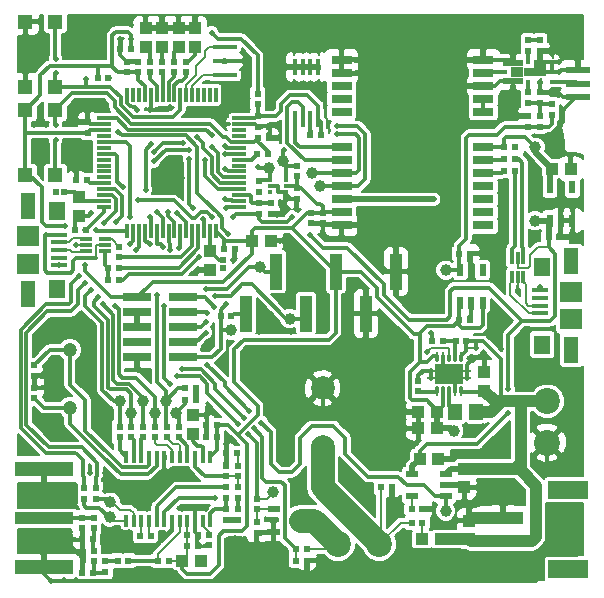
<source format=gtl>
G04 (created by PCBNEW-RS274X (2012-01-19 BZR 3256)-stable) date Mon 27 Feb 2012 04:05:37 GMT*
G01*
G70*
G90*
%MOIN*%
G04 Gerber Fmt 3.4, Leading zero omitted, Abs format*
%FSLAX34Y34*%
G04 APERTURE LIST*
%ADD10C,0.006000*%
%ADD11R,0.013800X0.013800*%
%ADD12R,0.040200X0.053100*%
%ADD13R,0.037400X0.027600*%
%ADD14R,0.040200X0.037400*%
%ADD15R,0.066100X0.020500*%
%ADD16R,0.011800X0.039400*%
%ADD17C,0.039400*%
%ADD18R,0.039400X0.011800*%
%ADD19R,0.017700X0.011800*%
%ADD20R,0.043300X0.023600*%
%ADD21R,0.023600X0.043300*%
%ADD22R,0.050000X0.050000*%
%ADD23R,0.196900X0.039400*%
%ADD24R,0.196900X0.047200*%
%ADD25R,0.045300X0.057100*%
%ADD26R,0.039400X0.039400*%
%ADD27R,0.024400X0.024400*%
%ADD28R,0.078700X0.023600*%
%ADD29R,0.082700X0.015700*%
%ADD30C,0.078700*%
%ADD31R,0.070900X0.031500*%
%ADD32R,0.017700X0.057100*%
%ADD33R,0.055100X0.015700*%
%ADD34R,0.055100X0.063000*%
%ADD35R,0.051200X0.090600*%
%ADD36R,0.074800X0.070900*%
%ADD37R,0.011800X0.047200*%
%ADD38R,0.047200X0.011800*%
%ADD39R,0.133900X0.059100*%
%ADD40R,0.137800X0.039400*%
%ADD41R,0.040000X0.120000*%
%ADD42C,0.047200*%
%ADD43C,0.086600*%
%ADD44R,0.019700X0.019700*%
%ADD45R,0.094500X0.029900*%
%ADD46R,0.011000X0.028000*%
%ADD47C,0.011000*%
%ADD48R,0.094500X0.065000*%
%ADD49R,0.027600X0.011000*%
%ADD50C,0.019700*%
%ADD51C,0.011800*%
%ADD52C,0.019700*%
%ADD53C,0.007900*%
%ADD54C,0.039400*%
%ADD55C,0.078700*%
G04 APERTURE END LIST*
G54D10*
G54D11*
X82992Y-39055D03*
X82992Y-39378D03*
X82992Y-39701D03*
X82602Y-39701D03*
X82212Y-39701D03*
X82212Y-39055D03*
X81425Y-39378D03*
G54D12*
X82604Y-39252D03*
G54D13*
X82216Y-39380D03*
G54D14*
X81829Y-39378D03*
G54D15*
X81699Y-39088D03*
X81699Y-39667D03*
G54D16*
X71615Y-52205D03*
X71359Y-52205D03*
X71103Y-52205D03*
X70848Y-52205D03*
X70592Y-52205D03*
X70336Y-52205D03*
X70080Y-52205D03*
X69824Y-52205D03*
X69568Y-52205D03*
X69313Y-52205D03*
X69057Y-52205D03*
X68801Y-52205D03*
X68800Y-54331D03*
X69056Y-54331D03*
X69312Y-54331D03*
X69567Y-54331D03*
X69823Y-54331D03*
X70079Y-54331D03*
X70335Y-54331D03*
X70591Y-54331D03*
X70847Y-54331D03*
X71103Y-54331D03*
X71359Y-54331D03*
X71615Y-54331D03*
G54D17*
X73701Y-53386D03*
X68583Y-50355D03*
X68977Y-50749D03*
X70473Y-50749D03*
X70118Y-50335D03*
X72283Y-47992D03*
X69764Y-50749D03*
X73563Y-42577D03*
X74035Y-42341D03*
X73268Y-45866D03*
X74252Y-47598D03*
X82441Y-44331D03*
X82441Y-41890D03*
X68268Y-53702D03*
X79449Y-45984D03*
X79724Y-51340D03*
X79449Y-54016D03*
X75276Y-43189D03*
X75000Y-42756D03*
X68268Y-54213D03*
X69371Y-50355D03*
G54D16*
X81654Y-46220D03*
X81851Y-46220D03*
X82048Y-46220D03*
X82048Y-45590D03*
X81851Y-45590D03*
X81654Y-45590D03*
G54D18*
X67480Y-44961D03*
X67480Y-45158D03*
X67480Y-45355D03*
X68110Y-45355D03*
X68110Y-45158D03*
X68110Y-44961D03*
G54D19*
X73592Y-42992D03*
X73592Y-43189D03*
X73592Y-43386D03*
X74124Y-43386D03*
X74124Y-43189D03*
X74124Y-42992D03*
G54D20*
X79449Y-53523D03*
X79449Y-53149D03*
X79449Y-52775D03*
X78347Y-52775D03*
X78347Y-53523D03*
G54D21*
X79941Y-47086D03*
X80315Y-47086D03*
X80689Y-47086D03*
X80689Y-45984D03*
X79941Y-45984D03*
X82933Y-44331D03*
X83307Y-44331D03*
X83681Y-44331D03*
X83681Y-43229D03*
X82933Y-43229D03*
G54D20*
X73720Y-53957D03*
X73720Y-54705D03*
X74626Y-54331D03*
G54D22*
X66445Y-39863D03*
X65445Y-39863D03*
X66445Y-37697D03*
X65445Y-37697D03*
X66445Y-42815D03*
X65445Y-42815D03*
X66445Y-40649D03*
X65445Y-40649D03*
G54D23*
X66063Y-54252D03*
G54D24*
X66063Y-55886D03*
X66063Y-52618D03*
G54D25*
X79764Y-50710D03*
X80472Y-50710D03*
G54D26*
X72992Y-45000D03*
X73622Y-45000D03*
X71300Y-55670D03*
X70670Y-55670D03*
X71024Y-51457D03*
X71024Y-50827D03*
X71102Y-38543D03*
X71102Y-37913D03*
X70551Y-38543D03*
X70551Y-37913D03*
X70000Y-38543D03*
X70000Y-37913D03*
X71614Y-45354D03*
X71614Y-45984D03*
X82992Y-42598D03*
X83622Y-42598D03*
X67244Y-43543D03*
X67244Y-44173D03*
X78661Y-54961D03*
X79291Y-54961D03*
X69449Y-38543D03*
X69449Y-37913D03*
X80236Y-54331D03*
X80236Y-54961D03*
X79213Y-52283D03*
X78583Y-52283D03*
X79173Y-51261D03*
X78543Y-51261D03*
X79173Y-50710D03*
X78543Y-50710D03*
X80748Y-50001D03*
X80748Y-49371D03*
X80080Y-52598D03*
X80080Y-53228D03*
G54D27*
X71201Y-54803D03*
X70847Y-54803D03*
X71575Y-55157D03*
X71575Y-54803D03*
X69272Y-54843D03*
X69626Y-54843D03*
X67717Y-54586D03*
X67717Y-54232D03*
X73622Y-43760D03*
X73622Y-44114D03*
X71201Y-55177D03*
X70847Y-55177D03*
X71478Y-51536D03*
X71832Y-51536D03*
X71478Y-51142D03*
X71832Y-51142D03*
X72126Y-54311D03*
X72126Y-53957D03*
X72126Y-53229D03*
X72126Y-53583D03*
X67323Y-54232D03*
X67323Y-54586D03*
X67697Y-54961D03*
X67343Y-54961D03*
X67717Y-55689D03*
X67717Y-55335D03*
X67697Y-56063D03*
X67343Y-56063D03*
X68110Y-55689D03*
X68110Y-56043D03*
X68524Y-55669D03*
X68878Y-55669D03*
X78327Y-53937D03*
X78681Y-53937D03*
X78543Y-50021D03*
X78543Y-49667D03*
X82894Y-44882D03*
X83248Y-44882D03*
X79902Y-47638D03*
X80256Y-47638D03*
X79902Y-45433D03*
X80256Y-45433D03*
X82205Y-38327D03*
X82205Y-38681D03*
X82205Y-40413D03*
X82205Y-40059D03*
X82205Y-41201D03*
X82205Y-40847D03*
X82598Y-38681D03*
X82598Y-38327D03*
X82598Y-40413D03*
X82598Y-40059D03*
X82992Y-40453D03*
X82992Y-40807D03*
X82598Y-40847D03*
X82598Y-41201D03*
X75295Y-41496D03*
X74941Y-41496D03*
X75354Y-44429D03*
X75354Y-44075D03*
X81398Y-41890D03*
X81752Y-41890D03*
X81398Y-42283D03*
X81752Y-42283D03*
X81398Y-42677D03*
X81752Y-42677D03*
X68563Y-46299D03*
X68209Y-46299D03*
X73228Y-43760D03*
X73228Y-44114D03*
X72067Y-45276D03*
X72421Y-45276D03*
X73189Y-40847D03*
X73189Y-41201D03*
X69213Y-39390D03*
X69213Y-39036D03*
X68819Y-39390D03*
X68819Y-39036D03*
X71949Y-47520D03*
X72303Y-47520D03*
X68563Y-45197D03*
X68563Y-45551D03*
X68209Y-45906D03*
X68563Y-45906D03*
X74961Y-44429D03*
X74961Y-44075D03*
X73150Y-54390D03*
X73150Y-54744D03*
X73150Y-53957D03*
X73150Y-53603D03*
X73563Y-41575D03*
X73209Y-41575D03*
X70787Y-39390D03*
X70787Y-39036D03*
X70394Y-39390D03*
X70394Y-39036D03*
X70000Y-39390D03*
X70000Y-39036D03*
X74823Y-55669D03*
X74469Y-55669D03*
X74823Y-55276D03*
X74469Y-55276D03*
X78327Y-54409D03*
X78681Y-54409D03*
X77303Y-53228D03*
X77657Y-53228D03*
X69606Y-39390D03*
X69606Y-39036D03*
X79350Y-48348D03*
X78996Y-48348D03*
X79784Y-48348D03*
X80138Y-48348D03*
X67146Y-42992D03*
X67500Y-42992D03*
X73169Y-42126D03*
X73523Y-42126D03*
X69862Y-55669D03*
X70216Y-55669D03*
X72127Y-52855D03*
X72127Y-52501D03*
X72520Y-52855D03*
X72520Y-52501D03*
X72520Y-53583D03*
X72520Y-53229D03*
X72146Y-52087D03*
X72500Y-52087D03*
X72520Y-53957D03*
X72520Y-54311D03*
X69371Y-51556D03*
X69371Y-51202D03*
X68977Y-51556D03*
X68977Y-51202D03*
X68583Y-51556D03*
X68583Y-51202D03*
X65748Y-49902D03*
X65748Y-50256D03*
X65748Y-49508D03*
X65748Y-49154D03*
X70552Y-51202D03*
X70552Y-51556D03*
X70158Y-51202D03*
X70158Y-51556D03*
X69764Y-51202D03*
X69764Y-51556D03*
X67795Y-53602D03*
X67795Y-53248D03*
X67402Y-53602D03*
X67402Y-53248D03*
X70769Y-49922D03*
X71123Y-49922D03*
X70769Y-50316D03*
X71123Y-50316D03*
X74488Y-43248D03*
X74488Y-43602D03*
X74488Y-42500D03*
X74488Y-42854D03*
X73228Y-43012D03*
X73228Y-43366D03*
X67520Y-41397D03*
X67520Y-41043D03*
X67460Y-44646D03*
X67106Y-44646D03*
G54D28*
X83858Y-40225D03*
X83858Y-39764D03*
X83858Y-39303D03*
G54D29*
X72087Y-38543D03*
X72087Y-39015D03*
X72087Y-39488D03*
G54D30*
X75354Y-51890D03*
X75354Y-49921D03*
G54D31*
X80708Y-44488D03*
X80708Y-44055D03*
X80708Y-43622D03*
X80708Y-43189D03*
X80708Y-42756D03*
X80708Y-42323D03*
X80708Y-41890D03*
X75984Y-41890D03*
X75984Y-42323D03*
X75984Y-42756D03*
X75984Y-43189D03*
X75984Y-43622D03*
X75984Y-44055D03*
X75984Y-44488D03*
X80708Y-40708D03*
X80708Y-40275D03*
X80708Y-39842D03*
X80708Y-39409D03*
X80708Y-38976D03*
X75984Y-38976D03*
X75984Y-39409D03*
X75984Y-39842D03*
X75984Y-40275D03*
X75984Y-40708D03*
G54D32*
X75197Y-39213D03*
X74941Y-39213D03*
X74685Y-39213D03*
X74429Y-39213D03*
X74429Y-40945D03*
X74685Y-40945D03*
X74941Y-40945D03*
X75197Y-40945D03*
G54D33*
X66575Y-44803D03*
X66575Y-45059D03*
X66575Y-45315D03*
X66575Y-45571D03*
X66575Y-45827D03*
G54D34*
X66496Y-44016D03*
X66496Y-46614D03*
G54D35*
X65532Y-46791D03*
X65532Y-43839D03*
G54D36*
X65532Y-45768D03*
X65532Y-44862D03*
G54D33*
X82598Y-47677D03*
X82598Y-47421D03*
X82598Y-47165D03*
X82598Y-46909D03*
X82598Y-46653D03*
G54D34*
X82677Y-48464D03*
X82677Y-45866D03*
G54D35*
X83641Y-45689D03*
X83641Y-48641D03*
G54D36*
X83641Y-46712D03*
X83641Y-47618D03*
G54D37*
X71791Y-40137D03*
X71594Y-40137D03*
X71397Y-40137D03*
X71200Y-40137D03*
X71004Y-40137D03*
X70807Y-40137D03*
X70610Y-40137D03*
X70413Y-40137D03*
X70216Y-40137D03*
X70019Y-40137D03*
X69822Y-40137D03*
X69626Y-40137D03*
X69429Y-40137D03*
X69232Y-40137D03*
X69035Y-40137D03*
X68838Y-40137D03*
X68838Y-44665D03*
X69035Y-44665D03*
X69232Y-44665D03*
X69429Y-44665D03*
X69626Y-44665D03*
X69822Y-44665D03*
X70019Y-44665D03*
X70216Y-44665D03*
X70413Y-44665D03*
X70610Y-44665D03*
X70807Y-44665D03*
X71004Y-44665D03*
X71200Y-44665D03*
X71397Y-44665D03*
X71594Y-44665D03*
X71791Y-44665D03*
G54D38*
X68051Y-40924D03*
X68051Y-41121D03*
X68051Y-41318D03*
X68051Y-41515D03*
X68051Y-41712D03*
X68051Y-41909D03*
X68051Y-42106D03*
X68051Y-42302D03*
X68051Y-42499D03*
X68051Y-42696D03*
X68051Y-42893D03*
X68051Y-43090D03*
X68051Y-43287D03*
X68051Y-43483D03*
X68051Y-43680D03*
X68051Y-43877D03*
X72579Y-43877D03*
X72579Y-43680D03*
X72579Y-43483D03*
X72579Y-43287D03*
X72579Y-43090D03*
X72579Y-42893D03*
X72579Y-42696D03*
X72579Y-42499D03*
X72579Y-42302D03*
X72579Y-42106D03*
X72579Y-41909D03*
X72579Y-41712D03*
X72579Y-41515D03*
X72579Y-41318D03*
X72579Y-41121D03*
X72579Y-40924D03*
G54D39*
X83543Y-53307D03*
X83543Y-55945D03*
G54D40*
X81358Y-54232D03*
X81358Y-55020D03*
G54D41*
X77795Y-46032D03*
X76795Y-47432D03*
X75795Y-46032D03*
X74795Y-47432D03*
X73795Y-46032D03*
X72795Y-47432D03*
G54D42*
X66929Y-50567D03*
X66929Y-48645D03*
G54D43*
X77244Y-55118D03*
X75866Y-55118D03*
X82835Y-51732D03*
X82835Y-50354D03*
G54D44*
X72047Y-45630D03*
X72047Y-45906D03*
X66732Y-43386D03*
X66456Y-43386D03*
G54D45*
X69173Y-46890D03*
X70708Y-46890D03*
X69173Y-47390D03*
X70708Y-47390D03*
X69173Y-47890D03*
X70708Y-47890D03*
X69173Y-48390D03*
X70708Y-48390D03*
X69173Y-48890D03*
X70708Y-48890D03*
G54D27*
X73189Y-40099D03*
X73189Y-40453D03*
X67854Y-39567D03*
X68208Y-39567D03*
X68957Y-38622D03*
X68603Y-38622D03*
G54D46*
X79173Y-50058D03*
X79370Y-50058D03*
X79567Y-50058D03*
X79764Y-50058D03*
X79961Y-50058D03*
X79961Y-48842D03*
X79764Y-48842D03*
X79567Y-48842D03*
X79370Y-48842D03*
X79173Y-48842D03*
G54D47*
X79173Y-49922D03*
X79370Y-49922D03*
X79567Y-49922D03*
X79764Y-49922D03*
X79961Y-49922D03*
X79961Y-48978D03*
X79764Y-48978D03*
X79567Y-48978D03*
X79370Y-48978D03*
X79173Y-48978D03*
G54D48*
X79567Y-49450D03*
G54D49*
X80177Y-49352D03*
X80177Y-49568D03*
X78957Y-49352D03*
X78957Y-49568D03*
G54D50*
X67441Y-44646D03*
X68976Y-38287D03*
X75315Y-41496D03*
X74488Y-42854D03*
X66772Y-44528D03*
X67441Y-45827D03*
X73228Y-43366D03*
X67441Y-46417D03*
X68071Y-44409D03*
X68937Y-44213D03*
X67874Y-46890D03*
X67638Y-46654D03*
X68465Y-44370D03*
X68701Y-43228D03*
X68031Y-47126D03*
X67795Y-44646D03*
X67244Y-46181D03*
X69134Y-45315D03*
X68425Y-47165D03*
X68937Y-45118D03*
X69843Y-46811D03*
X70276Y-49764D03*
X70769Y-50316D03*
X70079Y-47165D03*
X69606Y-45118D03*
X66457Y-41654D03*
X66457Y-41142D03*
X73307Y-51063D03*
X72913Y-50669D03*
X71496Y-49134D03*
X70276Y-45315D03*
X65748Y-39272D03*
X73228Y-48031D03*
X65256Y-38287D03*
X65945Y-40551D03*
X65748Y-41732D03*
X65748Y-41142D03*
X66929Y-37992D03*
X74606Y-46457D03*
X74213Y-46850D03*
X73622Y-47441D03*
X73327Y-47146D03*
X74311Y-48031D03*
X69449Y-37913D03*
X68406Y-37598D03*
X77165Y-39370D03*
X66732Y-38681D03*
X67421Y-38878D03*
X67913Y-38386D03*
X79724Y-52165D03*
X65256Y-39272D03*
X65256Y-38780D03*
X78150Y-47047D03*
X79134Y-46457D03*
X79528Y-45472D03*
X67913Y-38878D03*
X67598Y-52756D03*
X66929Y-38878D03*
X68898Y-37598D03*
X65748Y-42224D03*
X65945Y-42717D03*
X66929Y-37598D03*
X66732Y-38287D03*
X66142Y-38287D03*
X66142Y-38780D03*
X78740Y-44685D03*
X83858Y-54134D03*
X76969Y-52362D03*
X75984Y-52559D03*
X80709Y-48898D03*
X72835Y-39567D03*
X70276Y-40551D03*
X69783Y-42815D03*
X72835Y-40551D03*
X79724Y-44882D03*
X78346Y-41732D03*
X78346Y-42520D03*
X69606Y-40630D03*
X71949Y-40945D03*
X80315Y-48976D03*
X75000Y-56299D03*
X74606Y-56299D03*
X80118Y-51181D03*
X72835Y-55118D03*
X79134Y-45669D03*
X79134Y-47047D03*
X79724Y-56299D03*
X79528Y-41732D03*
X79528Y-39370D03*
X79528Y-40551D03*
X78346Y-39370D03*
X82480Y-56299D03*
X78346Y-40551D03*
X77165Y-41732D03*
X72343Y-40551D03*
X72146Y-39862D03*
X68110Y-52756D03*
X77165Y-40551D03*
X80315Y-55512D03*
X77165Y-42520D03*
X73937Y-45000D03*
X78543Y-49667D03*
X79331Y-56299D03*
X68504Y-56299D03*
X71654Y-40650D03*
X81299Y-48622D03*
X81102Y-47244D03*
X69685Y-53150D03*
X69882Y-52953D03*
X70157Y-54803D03*
X83248Y-44882D03*
X67126Y-56299D03*
X81299Y-56299D03*
X82874Y-54331D03*
X65945Y-54724D03*
X65551Y-54724D03*
X75394Y-56299D03*
X76795Y-47432D03*
X72835Y-40059D03*
X82087Y-48228D03*
X81102Y-46260D03*
X78937Y-56299D03*
X83858Y-38386D03*
X80512Y-56299D03*
X81102Y-45669D03*
X81299Y-45276D03*
X72126Y-54311D03*
X83622Y-42598D03*
X66535Y-54724D03*
X79528Y-42520D03*
X82874Y-53937D03*
X81850Y-46654D03*
X72835Y-39075D03*
X69882Y-56102D03*
X65945Y-53150D03*
X83858Y-54528D03*
X69094Y-56102D03*
X73819Y-56299D03*
X66732Y-56299D03*
X66299Y-56339D03*
X76575Y-44094D03*
X76772Y-45276D03*
X77165Y-45669D03*
X66142Y-41732D03*
X81496Y-51575D03*
X80709Y-37795D03*
X81496Y-51181D03*
X68898Y-55118D03*
X81496Y-47638D03*
X78740Y-47244D03*
X80709Y-55512D03*
X81102Y-55512D03*
X82677Y-55315D03*
X82874Y-55118D03*
X82874Y-54724D03*
X66142Y-41142D03*
X79331Y-44685D03*
X66142Y-42224D03*
X66732Y-42224D03*
X75787Y-56299D03*
X82677Y-49016D03*
X67677Y-49094D03*
X67677Y-47913D03*
X83661Y-53937D03*
X73898Y-41575D03*
X76378Y-52953D03*
X67717Y-50157D03*
X82283Y-37795D03*
X71535Y-48504D03*
X82283Y-55512D03*
X80906Y-48228D03*
X77756Y-44094D03*
X81102Y-37795D03*
X81890Y-37795D03*
X82677Y-37795D03*
X83465Y-37795D03*
X83858Y-37795D03*
X67343Y-54961D03*
X80709Y-51181D03*
X65748Y-49902D03*
X73819Y-44134D03*
X81890Y-55512D03*
X76180Y-55708D03*
X66890Y-47795D03*
X72244Y-55512D03*
X77953Y-52165D03*
X78543Y-56299D03*
X81752Y-41890D03*
X77756Y-56299D03*
X70551Y-37913D03*
X70000Y-37913D03*
X81496Y-37795D03*
X80315Y-46063D03*
X65551Y-53150D03*
X83071Y-37795D03*
X80315Y-51378D03*
X76575Y-56299D03*
X69685Y-56299D03*
X76772Y-53346D03*
X76969Y-53740D03*
X74134Y-52362D03*
X75591Y-55709D03*
X83071Y-55315D03*
X69291Y-56299D03*
X73720Y-54705D03*
X83858Y-54921D03*
X80118Y-56299D03*
X82677Y-56102D03*
X82677Y-55709D03*
X68898Y-53150D03*
X82604Y-39252D03*
X73189Y-41201D03*
X72047Y-45906D03*
X65827Y-50827D03*
X74606Y-53543D03*
X65276Y-51969D03*
X70079Y-56299D03*
X72087Y-49055D03*
X71123Y-49922D03*
X80080Y-53228D03*
X69173Y-47390D03*
X80256Y-45433D03*
X75197Y-39213D03*
X80177Y-49568D03*
X66575Y-45827D03*
X77559Y-55709D03*
X66417Y-49646D03*
X80708Y-38976D03*
X67126Y-45157D03*
X77657Y-53228D03*
X78976Y-48071D03*
X68898Y-56299D03*
X65445Y-37697D03*
X73031Y-56299D03*
X69173Y-48890D03*
X66063Y-55886D03*
X66063Y-52618D03*
X71024Y-50827D03*
X72087Y-39015D03*
X69173Y-47890D03*
X83858Y-40225D03*
X80709Y-45079D03*
X80256Y-47638D03*
X69488Y-53937D03*
X69094Y-53740D03*
X82598Y-46535D03*
X74685Y-39213D03*
X68110Y-53346D03*
X68504Y-53150D03*
X66339Y-52559D03*
X83858Y-39303D03*
X67520Y-41043D03*
X65354Y-52559D03*
X66456Y-43386D03*
X77362Y-56299D03*
X67638Y-44094D03*
X65748Y-49508D03*
X77795Y-46032D03*
X67146Y-42992D03*
X71102Y-37913D03*
X78150Y-56299D03*
X68701Y-53543D03*
X77953Y-55315D03*
X73425Y-56299D03*
X82598Y-40059D03*
X83858Y-44882D03*
X76575Y-44882D03*
X77165Y-44094D03*
X78150Y-44685D03*
X66732Y-52559D03*
X70079Y-53149D03*
X76181Y-56299D03*
X74429Y-39213D03*
X74941Y-39213D03*
X71478Y-51536D03*
X73701Y-54370D03*
X71300Y-55670D03*
X81102Y-51575D03*
X67323Y-54586D03*
X76969Y-56299D03*
X75984Y-38976D03*
X74941Y-41496D03*
X69685Y-53543D03*
X75354Y-44429D03*
X74213Y-56299D03*
X83071Y-52756D03*
X80236Y-54331D03*
X75984Y-39409D03*
X74961Y-44429D03*
X71201Y-55177D03*
X73150Y-54744D03*
X66457Y-51102D03*
X76142Y-47205D03*
X83858Y-43799D03*
X81102Y-44882D03*
X65551Y-51969D03*
X74606Y-52953D03*
X83228Y-39055D03*
X72146Y-52087D03*
X71478Y-51142D03*
X82598Y-38681D03*
X82205Y-40847D03*
X74803Y-56102D03*
X75197Y-55709D03*
X79567Y-49450D03*
X78681Y-53937D03*
X79213Y-52283D03*
X80708Y-39842D03*
X76181Y-37795D03*
X75000Y-37795D03*
X82382Y-43701D03*
X82677Y-52559D03*
X83268Y-43110D03*
X74961Y-48661D03*
X82677Y-43898D03*
X81699Y-39088D03*
X81398Y-43504D03*
X82480Y-44980D03*
X81398Y-44685D03*
X83268Y-49409D03*
X83858Y-51575D03*
X81699Y-39667D03*
X77953Y-50984D03*
X71575Y-55157D03*
X83071Y-49016D03*
X76142Y-48228D03*
X75906Y-48465D03*
X83858Y-50394D03*
X65445Y-39863D03*
X80709Y-45472D03*
X83268Y-43799D03*
X82382Y-43209D03*
X80709Y-53150D03*
X81693Y-53150D03*
X72913Y-49724D03*
X79291Y-49291D03*
X83858Y-52362D03*
X69291Y-53150D03*
X72638Y-56299D03*
X72421Y-45276D03*
X71614Y-45984D03*
X83858Y-51969D03*
X83661Y-52756D03*
X72756Y-48819D03*
X73819Y-37795D03*
X83858Y-49606D03*
X72244Y-37598D03*
X73740Y-48661D03*
X74213Y-45079D03*
X75394Y-47441D03*
X83858Y-50000D03*
X74823Y-55669D03*
X83228Y-39370D03*
X68583Y-38268D03*
X77559Y-47835D03*
X78957Y-49568D03*
X67323Y-42520D03*
X67126Y-41732D03*
X67520Y-42224D03*
X66732Y-41831D03*
X74409Y-37795D03*
X65748Y-52559D03*
X80748Y-49371D03*
X83858Y-50787D03*
X82087Y-49803D03*
X81890Y-53346D03*
X81496Y-53740D03*
X83366Y-40650D03*
X82972Y-41535D03*
X83366Y-42028D03*
X82972Y-42028D03*
X83268Y-41142D03*
X66929Y-42520D03*
X80315Y-52165D03*
X81299Y-52165D03*
X73622Y-39173D03*
X78661Y-49370D03*
X81693Y-40354D03*
X70079Y-42520D03*
X70669Y-42913D03*
X71123Y-50316D03*
X80177Y-49352D03*
X81693Y-40748D03*
X75591Y-37795D03*
X82382Y-42717D03*
X74409Y-45866D03*
X79291Y-49606D03*
X73425Y-38386D03*
X79843Y-49606D03*
X73425Y-37598D03*
X79843Y-49291D03*
X73622Y-40354D03*
X69783Y-43307D03*
X70472Y-42323D03*
X81890Y-53740D03*
X66417Y-50236D03*
X66811Y-51535D03*
X81299Y-40945D03*
X78957Y-49352D03*
X71654Y-37598D03*
X79134Y-37795D03*
X78543Y-37795D03*
X77953Y-37795D03*
X77362Y-37795D03*
X72441Y-54921D03*
X79724Y-37795D03*
X78150Y-48425D03*
X75197Y-39961D03*
X73622Y-39764D03*
X74016Y-39764D03*
X74409Y-51299D03*
X67756Y-51220D03*
X72244Y-51614D03*
X65945Y-55315D03*
X66929Y-55315D03*
X80315Y-37795D03*
X67677Y-48504D03*
X81693Y-56299D03*
X65551Y-55315D03*
X65551Y-53740D03*
X73543Y-50748D03*
X71850Y-56299D03*
X81496Y-40157D03*
X71614Y-50669D03*
X68071Y-50551D03*
X75394Y-47835D03*
X73976Y-51535D03*
X68150Y-51535D03*
X66929Y-53150D03*
X68898Y-54724D03*
X73150Y-48661D03*
X82087Y-56299D03*
X65276Y-51654D03*
X67756Y-50866D03*
X72244Y-56299D03*
X72244Y-55906D03*
X72244Y-55118D03*
X83858Y-38780D03*
X69488Y-55315D03*
X78543Y-51261D03*
X67283Y-47520D03*
X81299Y-48031D03*
X80906Y-56299D03*
X70079Y-52677D03*
X71063Y-53937D03*
X70669Y-53937D03*
X70472Y-52953D03*
X66535Y-55315D03*
X66417Y-49016D03*
X65787Y-48661D03*
X66299Y-47795D03*
X70866Y-52953D03*
X69882Y-55118D03*
X74291Y-48661D03*
X76772Y-37795D03*
X83268Y-53937D03*
X66339Y-55906D03*
X71457Y-53937D03*
X66732Y-55906D03*
X65906Y-48150D03*
X74488Y-43602D03*
X78543Y-50710D03*
X73228Y-55118D03*
X70669Y-52756D03*
X80118Y-53740D03*
X65945Y-53740D03*
X66535Y-53740D03*
X66929Y-54724D03*
X74016Y-55315D03*
X78150Y-51772D03*
X77756Y-50000D03*
X72520Y-54311D03*
X74016Y-55709D03*
X77953Y-49213D03*
X83465Y-55315D03*
X65748Y-55906D03*
X81496Y-55512D03*
X70472Y-56299D03*
X82283Y-49016D03*
X83661Y-49409D03*
X82283Y-44783D03*
X67343Y-56063D03*
X72127Y-52501D03*
X76142Y-47677D03*
X68701Y-55315D03*
X74606Y-45472D03*
X77559Y-52362D03*
X76575Y-51969D03*
X82677Y-49606D03*
X83858Y-51181D03*
X81398Y-43110D03*
X81398Y-44094D03*
X81829Y-39378D03*
X73701Y-55118D03*
X66929Y-53740D03*
X78937Y-53937D03*
X80512Y-53740D03*
X81299Y-53150D03*
X73780Y-51024D03*
X75433Y-48661D03*
X81890Y-49016D03*
X81890Y-49409D03*
X68228Y-50945D03*
X75394Y-46850D03*
X77953Y-48228D03*
X66535Y-53150D03*
X80906Y-52165D03*
X68504Y-54724D03*
X81496Y-51969D03*
X78150Y-48819D03*
X77756Y-49606D03*
X77953Y-50591D03*
X68307Y-55315D03*
X77953Y-51378D03*
X80709Y-51969D03*
X75984Y-50984D03*
X68110Y-54724D03*
X74882Y-50866D03*
X75315Y-50866D03*
X76378Y-51378D03*
X74409Y-56102D03*
X76575Y-55315D03*
X76969Y-55709D03*
X75197Y-46260D03*
X75000Y-45866D03*
X72756Y-49291D03*
X83858Y-55315D03*
X73346Y-50118D03*
X67677Y-49646D03*
X69094Y-55315D03*
X76378Y-46496D03*
X74252Y-51811D03*
X73976Y-52047D03*
X65354Y-55906D03*
X68110Y-55118D03*
X69173Y-40630D03*
X75827Y-41181D03*
X71654Y-41496D03*
X75827Y-41457D03*
X72126Y-43898D03*
X71496Y-47402D03*
X72087Y-43622D03*
X71457Y-48071D03*
X71457Y-47717D03*
X72087Y-42598D03*
X71378Y-44291D03*
X71732Y-47205D03*
X72520Y-53583D03*
X71772Y-53583D03*
X71220Y-45551D03*
X71417Y-42323D03*
X70906Y-42283D03*
X71024Y-43898D03*
X82205Y-38327D03*
X82205Y-40039D03*
X66457Y-38937D03*
X66457Y-39409D03*
X67480Y-39606D03*
X72126Y-47126D03*
X72205Y-44764D03*
X68543Y-41378D03*
X69606Y-44213D03*
X70512Y-49528D03*
X72520Y-51102D03*
X72874Y-51457D03*
X73071Y-51260D03*
X72717Y-50906D03*
X70039Y-45197D03*
X70669Y-49291D03*
X70709Y-41732D03*
X71181Y-41535D03*
X69724Y-42047D03*
X68228Y-39567D03*
X69724Y-42362D03*
X70906Y-41969D03*
X71654Y-41890D03*
X69843Y-44055D03*
X71654Y-38071D03*
X69449Y-43307D03*
X69646Y-41772D03*
X70197Y-44055D03*
X72087Y-42126D03*
X73189Y-42559D03*
X72087Y-41850D03*
X74055Y-41969D03*
X71772Y-46850D03*
X70512Y-44094D03*
X71457Y-46614D03*
X70551Y-45236D03*
X79055Y-43622D03*
X66142Y-44803D03*
X81535Y-49961D03*
X81535Y-50748D03*
X69213Y-43661D03*
X72362Y-44213D03*
X71654Y-44213D03*
X74921Y-44803D03*
X74331Y-44213D03*
X80453Y-48583D03*
X78839Y-48701D03*
G54D51*
X82893Y-41201D02*
X82598Y-41201D01*
X82992Y-40807D02*
X82992Y-41102D01*
X80138Y-41575D02*
X80138Y-44941D01*
X81162Y-41476D02*
X80237Y-41476D01*
X82205Y-41201D02*
X81437Y-41201D01*
X80138Y-44941D02*
X79902Y-45177D01*
X82205Y-41201D02*
X82598Y-41201D01*
X79902Y-45177D02*
X79902Y-45433D01*
X80237Y-41476D02*
X80138Y-41575D01*
X81437Y-41201D02*
X81162Y-41476D01*
X79941Y-45984D02*
X79449Y-45984D01*
X82992Y-41102D02*
X82893Y-41201D01*
X79902Y-45433D02*
X79902Y-45945D01*
X79902Y-45945D02*
X79941Y-45984D01*
X72048Y-54685D02*
X71890Y-54843D01*
X78268Y-49370D02*
X78583Y-49055D01*
X71890Y-54843D02*
X71890Y-55827D01*
X79902Y-47816D02*
X79999Y-47913D01*
X73112Y-40924D02*
X73189Y-40847D01*
X77165Y-46889D02*
X78386Y-48110D01*
X72991Y-45434D02*
X72047Y-46378D01*
X68976Y-38149D02*
X68858Y-38031D01*
X75295Y-41496D02*
X75295Y-41043D01*
X73976Y-40670D02*
X73799Y-40847D01*
X65453Y-40649D02*
X65945Y-40157D01*
X74429Y-43189D02*
X74488Y-43248D01*
X74330Y-44567D02*
X75795Y-46032D01*
X70670Y-55946D02*
X70670Y-55670D01*
X79902Y-47125D02*
X79941Y-47086D01*
X65571Y-42815D02*
X65984Y-43228D01*
X71832Y-51536D02*
X71832Y-51988D01*
X68465Y-38031D02*
X68346Y-38150D01*
X65984Y-43228D02*
X65984Y-44370D01*
X68051Y-44055D02*
X67460Y-44646D01*
X75354Y-43858D02*
X75354Y-44075D01*
X66260Y-39173D02*
X67874Y-39173D01*
X72539Y-51476D02*
X72835Y-51772D01*
X71832Y-51142D02*
X71832Y-51536D01*
X78386Y-48110D02*
X78583Y-48110D01*
X73111Y-44567D02*
X74330Y-44567D01*
X75197Y-40511D02*
X74843Y-40157D01*
X75472Y-48307D02*
X75551Y-48307D01*
X74124Y-43189D02*
X74429Y-43189D01*
X72835Y-54528D02*
X72678Y-54685D01*
X65445Y-41378D02*
X65445Y-42815D01*
X67520Y-41397D02*
X65445Y-41397D01*
X74843Y-40157D02*
X74252Y-40157D01*
X72579Y-40924D02*
X73112Y-40924D01*
X75795Y-46032D02*
X76622Y-46032D01*
X68524Y-39390D02*
X68819Y-39390D01*
X68346Y-39212D02*
X68524Y-39390D01*
X79173Y-48842D02*
X79173Y-48978D01*
X72402Y-48622D02*
X72717Y-48307D01*
X71615Y-56102D02*
X70826Y-56102D01*
X72992Y-45434D02*
X72991Y-45434D01*
X65472Y-41378D02*
X65445Y-41378D01*
X79173Y-50669D02*
X78819Y-50315D01*
X68957Y-38306D02*
X68957Y-38622D01*
X72992Y-45000D02*
X72992Y-45434D01*
X74626Y-43248D02*
X75158Y-43780D01*
X65445Y-40649D02*
X65453Y-40649D01*
X74488Y-43248D02*
X74626Y-43248D01*
X68976Y-38287D02*
X68957Y-38306D01*
X71832Y-51988D02*
X71615Y-52205D01*
X67854Y-39173D02*
X67874Y-39173D01*
X65984Y-44370D02*
X66142Y-44528D01*
X73189Y-40453D02*
X73189Y-40847D01*
X68051Y-43877D02*
X68051Y-44055D01*
X78819Y-49055D02*
X78583Y-49055D01*
X76622Y-46032D02*
X77165Y-46575D01*
X79724Y-47835D02*
X78818Y-47835D01*
X67599Y-41318D02*
X67520Y-41397D01*
X69213Y-39390D02*
X68819Y-39390D01*
X78583Y-48070D02*
X78583Y-48110D01*
X72717Y-48307D02*
X75472Y-48307D01*
X79902Y-47657D02*
X79724Y-47835D01*
X80591Y-47913D02*
X80689Y-47815D01*
X79902Y-47638D02*
X79902Y-47816D01*
X79902Y-47638D02*
X79902Y-47125D01*
X78583Y-48110D02*
X78583Y-49055D01*
X72540Y-51476D02*
X73189Y-50827D01*
X72067Y-45276D02*
X72067Y-44941D01*
X75374Y-44055D02*
X75354Y-44075D01*
X74961Y-44075D02*
X75354Y-44075D01*
X74252Y-40157D02*
X73976Y-40433D01*
X68858Y-38031D02*
X68465Y-38031D01*
X75795Y-48063D02*
X75795Y-46032D01*
X75984Y-44055D02*
X75374Y-44055D01*
X69685Y-46378D02*
X69488Y-46575D01*
G54D52*
X79173Y-50710D02*
X79173Y-51261D01*
G54D51*
X69213Y-39646D02*
X69213Y-39390D01*
X75158Y-43780D02*
X75276Y-43780D01*
X72992Y-44686D02*
X73111Y-44567D01*
X75551Y-48307D02*
X75795Y-48063D01*
X69429Y-40137D02*
X69429Y-39862D01*
X72678Y-54685D02*
X72048Y-54685D01*
X72835Y-51772D02*
X72835Y-54528D01*
G54D53*
X70847Y-54803D02*
X70847Y-55177D01*
G54D51*
X67441Y-46024D02*
X67441Y-45827D01*
X65445Y-41397D02*
X65464Y-41378D01*
X68051Y-41318D02*
X67599Y-41318D01*
X79999Y-47913D02*
X80591Y-47913D01*
X78819Y-50315D02*
X78347Y-50315D01*
G54D53*
X70847Y-55177D02*
X70847Y-55493D01*
G54D51*
X65464Y-41378D02*
X65472Y-41378D01*
X79173Y-48842D02*
X79173Y-48978D01*
X67874Y-39173D02*
X68346Y-39173D01*
X72067Y-44941D02*
X71791Y-44665D01*
X66142Y-44528D02*
X66772Y-44528D01*
X65945Y-40157D02*
X65945Y-39488D01*
X71890Y-55827D02*
X71615Y-56102D01*
X75197Y-40945D02*
X75197Y-40511D01*
X74822Y-44075D02*
X74330Y-44567D01*
X72205Y-51142D02*
X72539Y-51476D01*
X79032Y-48842D02*
X78819Y-49055D01*
X72992Y-45000D02*
X72067Y-45000D01*
X79902Y-47638D02*
X79902Y-47657D01*
X65445Y-40649D02*
X65445Y-41378D01*
X69488Y-46575D02*
X69173Y-46890D01*
G54D52*
X79173Y-51261D02*
X79645Y-51261D01*
G54D51*
X68976Y-38287D02*
X68976Y-38149D01*
X79370Y-50513D02*
X79173Y-50710D01*
X70826Y-56102D02*
X70670Y-55946D01*
X72047Y-46378D02*
X69685Y-46378D01*
X77165Y-46575D02*
X77165Y-46889D01*
X79173Y-50710D02*
X79173Y-50669D01*
X71832Y-51142D02*
X72205Y-51142D01*
X79370Y-49922D02*
X79370Y-50058D01*
X73189Y-50827D02*
X73189Y-50511D01*
X80689Y-47815D02*
X80689Y-47086D01*
X65445Y-42815D02*
X65571Y-42815D01*
X79173Y-48842D02*
X79032Y-48842D01*
G54D52*
X79645Y-51261D02*
X79724Y-51340D01*
G54D51*
X75315Y-41496D02*
X75295Y-41496D01*
X72402Y-49724D02*
X72402Y-48622D01*
X78268Y-50236D02*
X78268Y-49370D01*
G54D53*
X70847Y-54331D02*
X70847Y-54803D01*
X70847Y-55493D02*
X70670Y-55670D01*
G54D51*
X65945Y-39488D02*
X66260Y-39173D01*
X69173Y-46890D02*
X68307Y-46890D01*
X73976Y-40433D02*
X73976Y-40670D01*
X79370Y-50058D02*
X79370Y-50374D01*
X74961Y-44075D02*
X74822Y-44075D01*
X72539Y-51476D02*
X72540Y-51476D01*
X79370Y-50374D02*
X79370Y-50513D01*
X69429Y-39862D02*
X69213Y-39646D01*
X73189Y-50511D02*
X72402Y-49724D01*
X74488Y-43248D02*
X74488Y-42854D01*
X68346Y-39173D02*
X68346Y-39212D01*
X78347Y-50315D02*
X78268Y-50236D01*
X78818Y-47835D02*
X78583Y-48070D01*
X73799Y-40847D02*
X73189Y-40847D01*
X68307Y-46890D02*
X67441Y-46024D01*
X68346Y-38150D02*
X68346Y-39173D01*
X75276Y-43780D02*
X75354Y-43858D01*
G54D53*
X70669Y-55669D02*
X70670Y-55670D01*
G54D51*
X72992Y-45000D02*
X72992Y-44686D01*
X75295Y-41043D02*
X75197Y-40945D01*
G54D53*
X70216Y-55669D02*
X70669Y-55669D01*
G54D51*
X72067Y-45000D02*
X72067Y-44941D01*
X67854Y-39567D02*
X67854Y-39173D01*
X67441Y-44646D02*
X67460Y-44646D01*
X67835Y-52835D02*
X67835Y-52402D01*
X68326Y-43483D02*
X68051Y-43483D01*
X66181Y-47362D02*
X66969Y-47362D01*
X66221Y-51890D02*
X65472Y-51141D01*
X68465Y-44015D02*
X68465Y-43701D01*
X65472Y-48661D02*
X65472Y-48071D01*
X66378Y-51890D02*
X66221Y-51890D01*
X65472Y-48071D02*
X66181Y-47362D01*
X67205Y-46653D02*
X67441Y-46417D01*
X65472Y-51141D02*
X65472Y-48661D01*
X68465Y-43622D02*
X68465Y-43701D01*
X67835Y-52402D02*
X67323Y-51890D01*
X67205Y-47126D02*
X67205Y-46653D01*
X67323Y-51890D02*
X67283Y-51890D01*
X67795Y-53248D02*
X67795Y-52875D01*
X66969Y-47362D02*
X67205Y-47126D01*
X67087Y-51890D02*
X66378Y-51890D01*
X67323Y-51890D02*
X67087Y-51890D01*
X68326Y-43483D02*
X68465Y-43622D01*
X67795Y-52875D02*
X67835Y-52835D01*
X68071Y-44409D02*
X68465Y-44015D01*
X68051Y-41712D02*
X68799Y-41712D01*
X68799Y-41712D02*
X68937Y-41850D01*
X68977Y-51202D02*
X68977Y-50749D01*
X68977Y-50119D02*
X68977Y-50749D01*
X68189Y-48346D02*
X68189Y-47637D01*
X68819Y-49961D02*
X68251Y-49961D01*
X67717Y-47047D02*
X67874Y-46890D01*
X67717Y-47165D02*
X67717Y-47047D01*
X68189Y-47637D02*
X67717Y-47165D01*
X68977Y-50119D02*
X68819Y-49961D01*
X68937Y-42205D02*
X68937Y-41850D01*
X68189Y-49899D02*
X68189Y-48346D01*
X68251Y-49961D02*
X68189Y-49899D01*
X68937Y-44213D02*
X68937Y-42205D01*
X68009Y-49978D02*
X68009Y-48425D01*
X68386Y-50355D02*
X68009Y-49978D01*
X68009Y-48425D02*
X68009Y-47734D01*
X68465Y-44370D02*
X68661Y-44174D01*
X68445Y-43287D02*
X68461Y-43303D01*
X67441Y-46851D02*
X67638Y-46654D01*
X68051Y-43287D02*
X68445Y-43287D01*
X68009Y-47734D02*
X67441Y-47166D01*
X67441Y-47166D02*
X67441Y-46851D01*
X68583Y-51202D02*
X68583Y-50355D01*
X68386Y-50355D02*
X68583Y-50355D01*
X68661Y-43503D02*
X68461Y-43303D01*
X68661Y-44174D02*
X68661Y-43503D01*
X68369Y-48346D02*
X68369Y-47464D01*
X69371Y-51202D02*
X69371Y-50355D01*
X68369Y-49646D02*
X68369Y-48346D01*
X68369Y-47464D02*
X68031Y-47126D01*
X68701Y-43228D02*
X68504Y-43031D01*
X68487Y-49764D02*
X68369Y-49646D01*
X69371Y-50237D02*
X68898Y-49764D01*
X68898Y-49764D02*
X68487Y-49764D01*
X68444Y-42106D02*
X68504Y-42166D01*
X68051Y-42106D02*
X68444Y-42106D01*
X68504Y-43031D02*
X68504Y-42166D01*
X69371Y-50237D02*
X69371Y-50355D01*
X65292Y-48661D02*
X65292Y-47976D01*
X68838Y-44665D02*
X67814Y-44665D01*
X65292Y-47976D02*
X66142Y-47126D01*
X66890Y-47126D02*
X66969Y-47047D01*
X66969Y-47047D02*
X66969Y-46456D01*
X66378Y-52070D02*
X66126Y-52070D01*
X66142Y-47126D02*
X66890Y-47126D01*
X67795Y-44646D02*
X67814Y-44665D01*
X67047Y-52070D02*
X66378Y-52070D01*
X67402Y-52875D02*
X67362Y-52835D01*
X66969Y-46456D02*
X67244Y-46181D01*
X67047Y-52070D02*
X67109Y-52070D01*
X67109Y-52070D02*
X67165Y-52126D01*
X67402Y-52875D02*
X67402Y-53248D01*
X67362Y-52323D02*
X67165Y-52126D01*
X67362Y-52835D02*
X67362Y-52323D01*
X65292Y-51236D02*
X65292Y-48661D01*
X66126Y-52070D02*
X65292Y-51236D01*
X69134Y-49567D02*
X68667Y-49567D01*
X68667Y-49567D02*
X68549Y-49449D01*
X69764Y-51202D02*
X69764Y-50749D01*
X69134Y-45315D02*
X69232Y-45217D01*
X69232Y-45217D02*
X69232Y-45059D01*
X69232Y-44665D02*
X69232Y-45059D01*
X68549Y-47289D02*
X68425Y-47165D01*
X68549Y-49449D02*
X68549Y-48307D01*
X68549Y-48307D02*
X68549Y-47289D01*
X69764Y-50197D02*
X69134Y-49567D01*
X69764Y-50197D02*
X69764Y-50749D01*
X69035Y-44665D02*
X69035Y-45020D01*
X70118Y-50000D02*
X70118Y-50335D01*
X70769Y-49922D02*
X70531Y-49922D01*
X69843Y-49725D02*
X69843Y-46811D01*
X70118Y-50335D02*
X70118Y-51162D01*
X70531Y-49922D02*
X70118Y-50335D01*
X68937Y-45118D02*
X69035Y-45020D01*
X70118Y-51162D02*
X70158Y-51202D01*
X70118Y-50000D02*
X69843Y-49725D01*
X69527Y-45039D02*
X69466Y-45039D01*
X70276Y-49764D02*
X70079Y-49567D01*
X70552Y-51202D02*
X70552Y-50828D01*
X70552Y-50828D02*
X70473Y-50749D01*
X70079Y-49567D02*
X70079Y-47165D01*
X70769Y-50316D02*
X70769Y-50453D01*
X70769Y-50453D02*
X70473Y-50749D01*
X69429Y-44665D02*
X69429Y-45002D01*
X69429Y-45002D02*
X69466Y-45039D01*
X69606Y-45118D02*
X69527Y-45039D01*
X68976Y-41102D02*
X71614Y-41102D01*
X71614Y-41102D02*
X72047Y-41535D01*
X66445Y-40642D02*
X66445Y-40649D01*
X72126Y-41535D02*
X72047Y-41535D01*
X72302Y-41712D02*
X72205Y-41615D01*
X66445Y-41130D02*
X66445Y-40649D01*
X66445Y-42815D02*
X66445Y-41666D01*
X66445Y-41666D02*
X66457Y-41654D01*
X73072Y-41712D02*
X73209Y-41575D01*
X72579Y-41712D02*
X73072Y-41712D01*
X72205Y-41615D02*
X72165Y-41575D01*
X72165Y-41574D02*
X72126Y-41535D01*
X73209Y-41575D02*
X73209Y-41713D01*
X72579Y-41712D02*
X72302Y-41712D01*
X66457Y-41142D02*
X66445Y-41130D01*
X68425Y-40354D02*
X68425Y-40551D01*
X68150Y-40079D02*
X68425Y-40354D01*
X67008Y-40079D02*
X68150Y-40079D01*
X66445Y-40642D02*
X67008Y-40079D01*
X72165Y-41575D02*
X72165Y-41574D01*
X73523Y-42027D02*
X73523Y-42126D01*
X73209Y-41713D02*
X73523Y-42027D01*
X68425Y-40551D02*
X68976Y-41102D01*
X79113Y-53523D02*
X78740Y-53150D01*
X72086Y-49724D02*
X71496Y-49134D01*
X70276Y-45315D02*
X70276Y-45118D01*
X74606Y-52441D02*
X74330Y-52717D01*
X70216Y-45058D02*
X70276Y-45118D01*
X79449Y-53523D02*
X79449Y-54016D01*
X76102Y-52126D02*
X76102Y-51575D01*
X70216Y-44665D02*
X70216Y-45058D01*
X73622Y-51378D02*
X73307Y-51063D01*
X78740Y-53150D02*
X78150Y-53150D01*
X78150Y-53150D02*
X77874Y-52874D01*
X77874Y-52874D02*
X76850Y-52874D01*
X72913Y-50669D02*
X72087Y-49843D01*
X72087Y-49843D02*
X72087Y-49724D01*
X79113Y-53523D02*
X79449Y-53523D01*
X72087Y-49724D02*
X72086Y-49724D01*
X73622Y-52441D02*
X73622Y-51378D01*
X73898Y-52717D02*
X73622Y-52441D01*
X74330Y-52717D02*
X73898Y-52717D01*
X75000Y-51181D02*
X74606Y-51575D01*
X76102Y-51575D02*
X75708Y-51181D01*
X75708Y-51181D02*
X75000Y-51181D01*
X74606Y-51575D02*
X74606Y-52441D01*
X76850Y-52874D02*
X76102Y-52126D01*
G54D10*
X74311Y-48031D02*
X73228Y-48031D01*
X73327Y-47932D02*
X73228Y-48031D01*
G54D51*
X65445Y-39461D02*
X65256Y-39272D01*
X65256Y-38780D02*
X65256Y-39272D01*
G54D10*
X73327Y-47146D02*
X73622Y-47441D01*
G54D51*
X83976Y-54134D02*
X83858Y-54134D01*
X66732Y-38189D02*
X66732Y-38287D01*
X66142Y-38878D02*
X65748Y-39272D01*
X65945Y-41142D02*
X65945Y-40551D01*
X66142Y-41142D02*
X65945Y-41142D01*
X65945Y-41142D02*
X65748Y-41142D01*
X77362Y-37992D02*
X77362Y-37598D01*
X80157Y-49134D02*
X80157Y-49332D01*
X66732Y-38189D02*
X66929Y-37992D01*
X74213Y-46850D02*
X74606Y-46457D01*
G54D10*
X73327Y-47146D02*
X73327Y-47932D01*
G54D53*
X81851Y-46220D02*
X81851Y-46653D01*
G54D51*
X66732Y-38681D02*
X66732Y-38287D01*
X66929Y-38878D02*
X66732Y-38681D01*
X67913Y-38878D02*
X67421Y-38878D01*
X66929Y-37598D02*
X66929Y-37992D01*
X65945Y-42421D02*
X65945Y-42717D01*
X79331Y-45472D02*
X79134Y-45669D01*
X79331Y-44685D02*
X78740Y-44685D01*
X72775Y-39015D02*
X72835Y-39075D01*
X80256Y-45433D02*
X80256Y-46004D01*
X65445Y-39863D02*
X65445Y-39461D01*
X65256Y-38287D02*
X65256Y-38780D01*
X78347Y-47244D02*
X78150Y-47047D01*
X66142Y-38780D02*
X66142Y-38287D01*
X79134Y-47047D02*
X79134Y-46457D01*
X78937Y-45866D02*
X78937Y-46260D01*
X79528Y-45472D02*
X79331Y-45472D01*
X80906Y-56339D02*
X80906Y-56299D01*
X79724Y-44883D02*
X79528Y-45079D01*
X79528Y-45079D02*
X79528Y-45472D01*
X67913Y-38386D02*
X67913Y-38878D01*
X66142Y-41732D02*
X65748Y-41732D01*
X79528Y-42520D02*
X79528Y-41732D01*
X66142Y-38780D02*
X66142Y-38878D01*
X66142Y-38287D02*
X65256Y-38287D01*
X72343Y-40551D02*
X72835Y-40551D01*
X80748Y-48937D02*
X80709Y-48898D01*
X80709Y-48898D02*
X80393Y-48898D01*
X80157Y-49332D02*
X80177Y-49352D01*
X83071Y-55472D02*
X83465Y-55472D01*
X83465Y-55472D02*
X83819Y-55472D01*
X72775Y-39015D02*
X72087Y-39015D01*
X72835Y-40059D02*
X72835Y-39567D01*
X70197Y-40630D02*
X70276Y-40551D01*
X69626Y-40137D02*
X69626Y-40610D01*
X80315Y-52165D02*
X79724Y-52165D01*
X79724Y-56339D02*
X79724Y-56299D01*
X79527Y-44685D02*
X79724Y-44882D01*
X78346Y-40551D02*
X78346Y-39370D01*
X79134Y-47047D02*
X78937Y-47244D01*
X78543Y-37992D02*
X78346Y-38189D01*
X79528Y-40551D02*
X79528Y-39370D01*
X79724Y-37993D02*
X79528Y-38189D01*
X69606Y-40630D02*
X70197Y-40630D01*
X72343Y-40551D02*
X72343Y-40059D01*
X82677Y-55709D02*
X82677Y-55590D01*
X80670Y-45433D02*
X80256Y-45433D01*
X71654Y-40650D02*
X71949Y-40945D01*
X83858Y-39303D02*
X83295Y-39303D01*
X77165Y-41732D02*
X77165Y-40551D01*
X66535Y-54724D02*
X66929Y-54724D01*
X80315Y-48976D02*
X80157Y-49134D01*
X80748Y-49371D02*
X80748Y-48937D01*
X74606Y-56339D02*
X74606Y-56299D01*
X82795Y-55472D02*
X83071Y-55472D01*
X79606Y-52283D02*
X79724Y-52165D01*
X82087Y-48819D02*
X82087Y-48622D01*
X79724Y-44882D02*
X79724Y-44883D01*
X71949Y-40945D02*
X72343Y-40551D01*
X79134Y-45669D02*
X78937Y-45866D01*
X83976Y-54528D02*
X83858Y-54528D01*
X82480Y-56339D02*
X82480Y-56299D01*
X79528Y-38189D02*
X79528Y-39370D01*
X79724Y-37993D02*
X79724Y-37598D01*
X78543Y-37992D02*
X78543Y-37598D01*
X79528Y-41732D02*
X79528Y-40551D01*
X78346Y-41732D02*
X78346Y-40551D01*
X78346Y-38189D02*
X78346Y-39370D01*
X69626Y-40610D02*
X69606Y-40630D01*
X77165Y-40551D02*
X77165Y-39370D01*
X77362Y-37992D02*
X77165Y-38189D01*
X77165Y-38189D02*
X77165Y-39370D01*
X72343Y-40059D02*
X72146Y-39862D01*
X77756Y-56339D02*
X77756Y-56299D01*
X80393Y-48898D02*
X80315Y-48976D01*
X71063Y-52953D02*
X70866Y-52756D01*
X70275Y-52953D02*
X70472Y-52953D01*
X70472Y-52953D02*
X70866Y-52953D01*
X81102Y-45473D02*
X81299Y-45276D01*
X78346Y-42520D02*
X78346Y-41732D01*
X81299Y-48622D02*
X81299Y-48621D01*
X78996Y-48091D02*
X78976Y-48071D01*
X81496Y-47834D02*
X81299Y-48031D01*
X74016Y-55905D02*
X74213Y-56102D01*
X82992Y-39378D02*
X82730Y-39378D01*
X78740Y-47244D02*
X78347Y-47244D01*
X69685Y-53150D02*
X69291Y-53150D01*
X78740Y-44685D02*
X78150Y-44685D01*
X65945Y-54724D02*
X66535Y-54724D01*
X75000Y-56339D02*
X75000Y-56299D01*
X80315Y-51378D02*
X80512Y-51378D01*
X79764Y-50058D02*
X79764Y-49647D01*
X66673Y-52618D02*
X66732Y-52559D01*
X81102Y-46260D02*
X81102Y-45669D01*
X80905Y-45472D02*
X81102Y-45669D01*
X82992Y-39055D02*
X82801Y-39055D01*
X72835Y-39567D02*
X72835Y-39075D01*
X82087Y-48228D02*
X82087Y-48622D01*
X80709Y-45472D02*
X80905Y-45472D01*
X72835Y-40551D02*
X72835Y-40059D01*
X65551Y-53740D02*
X65945Y-53740D01*
X65354Y-53740D02*
X65551Y-53740D01*
X81496Y-51575D02*
X81496Y-51969D01*
X83375Y-40225D02*
X83209Y-40059D01*
X82992Y-39378D02*
X83220Y-39378D01*
X78937Y-47244D02*
X78740Y-47244D01*
X83957Y-38386D02*
X83858Y-38386D01*
X66732Y-56339D02*
X66732Y-56299D01*
X80906Y-47440D02*
X81102Y-47244D01*
X81496Y-47638D02*
X81102Y-47244D01*
X76575Y-55315D02*
X76969Y-55709D01*
X81299Y-56339D02*
X81299Y-56299D01*
X77166Y-55906D02*
X77362Y-55906D01*
X80512Y-56339D02*
X80512Y-56299D01*
X80118Y-56339D02*
X80118Y-56299D01*
X81102Y-45669D02*
X81102Y-45473D01*
X80709Y-37598D02*
X80709Y-37795D01*
X81102Y-51575D02*
X81496Y-51181D01*
X77756Y-44291D02*
X78150Y-44685D01*
X66929Y-53740D02*
X67126Y-53740D01*
X77165Y-42520D02*
X77165Y-41732D01*
X77953Y-55315D02*
X79921Y-55315D01*
X82874Y-53819D02*
X82874Y-53937D01*
X75394Y-56339D02*
X75394Y-56299D01*
X74124Y-43455D02*
X74271Y-43602D01*
X68110Y-54724D02*
X68504Y-54724D01*
X68110Y-55118D02*
X68110Y-54724D01*
X68110Y-55315D02*
X68110Y-55118D01*
X68307Y-55315D02*
X68110Y-55315D01*
X68701Y-55315D02*
X68307Y-55315D01*
X69094Y-55315D02*
X68701Y-55315D01*
X69488Y-55315D02*
X69094Y-55315D01*
X66063Y-52618D02*
X66063Y-53032D01*
X81102Y-51575D02*
X81102Y-51576D01*
X75000Y-46063D02*
X75197Y-46260D01*
X66063Y-55433D02*
X65945Y-55315D01*
X80906Y-48228D02*
X80906Y-47440D01*
X68504Y-56299D02*
X68504Y-56102D01*
X70335Y-54665D02*
X70335Y-54331D01*
X73819Y-56339D02*
X73819Y-56299D01*
X81299Y-48621D02*
X80906Y-48228D01*
X77165Y-44094D02*
X76575Y-44094D01*
X76772Y-45276D02*
X76772Y-45079D01*
X77795Y-46032D02*
X77528Y-46032D01*
X77528Y-46032D02*
X77165Y-45669D01*
X67421Y-38878D02*
X66929Y-38878D01*
X68406Y-37598D02*
X68898Y-37598D01*
X66142Y-42224D02*
X65748Y-42224D01*
X65748Y-42224D02*
X65945Y-42421D01*
X65748Y-41732D02*
X65748Y-42224D01*
X82283Y-49016D02*
X82677Y-49016D01*
X70866Y-52953D02*
X71063Y-52953D01*
X67677Y-49646D02*
X67677Y-49094D01*
G54D52*
X80001Y-53149D02*
X80080Y-53228D01*
G54D51*
X69291Y-56339D02*
X69685Y-56339D01*
X68898Y-56339D02*
X69291Y-56339D01*
X68504Y-56339D02*
X68898Y-56339D01*
X67126Y-56339D02*
X68504Y-56339D01*
X82677Y-56102D02*
X82677Y-55709D01*
X82677Y-55590D02*
X82795Y-55472D01*
X81300Y-52165D02*
X81496Y-51969D01*
X65551Y-55315D02*
X65354Y-55315D01*
X70335Y-54665D02*
X69882Y-55118D01*
X81496Y-47638D02*
X81496Y-47834D01*
X78937Y-46260D02*
X79134Y-46457D01*
X79331Y-56339D02*
X79331Y-56299D01*
X83661Y-53819D02*
X83268Y-53819D01*
X83268Y-53819D02*
X82874Y-53819D01*
X69882Y-52953D02*
X69685Y-53150D01*
X76772Y-45276D02*
X77165Y-45669D01*
X70079Y-52756D02*
X69882Y-52953D01*
X79331Y-44685D02*
X79527Y-44685D01*
X65551Y-54724D02*
X65945Y-54724D01*
X71103Y-53977D02*
X71103Y-54331D01*
X81890Y-37598D02*
X81890Y-37795D01*
X81496Y-51181D02*
X81496Y-51575D01*
X76378Y-52953D02*
X75984Y-52559D01*
X67677Y-48504D02*
X67677Y-47913D01*
X67284Y-47520D02*
X67677Y-47913D01*
X66890Y-47795D02*
X67008Y-47795D01*
X70669Y-53937D02*
X71063Y-53937D01*
X71103Y-53977D02*
X71063Y-53937D01*
X69094Y-56102D02*
X69882Y-56102D01*
X73819Y-56339D02*
X74213Y-56339D01*
X76969Y-55709D02*
X77166Y-55906D01*
X76969Y-56339D02*
X77362Y-56339D01*
X80315Y-51378D02*
X80118Y-51181D01*
X76575Y-56339D02*
X76969Y-56339D01*
X75787Y-56339D02*
X76181Y-56339D01*
X82283Y-37598D02*
X82283Y-37795D01*
X82677Y-37598D02*
X82677Y-37795D01*
X66063Y-55886D02*
X66063Y-56103D01*
X77756Y-44094D02*
X77756Y-44291D01*
X70472Y-56339D02*
X71850Y-56339D01*
X83897Y-53819D02*
X83661Y-53819D01*
X81102Y-37598D02*
X81102Y-37795D01*
X81496Y-37598D02*
X81496Y-37795D01*
X82440Y-56339D02*
X82677Y-56102D01*
X83465Y-37598D02*
X83465Y-37795D01*
X83957Y-37795D02*
X83858Y-37795D01*
X79764Y-49647D02*
X79567Y-49450D01*
X69291Y-53937D02*
X69488Y-53937D01*
X67598Y-41121D02*
X67520Y-41043D01*
X69685Y-56339D02*
X70079Y-56339D01*
X70079Y-56339D02*
X70472Y-56339D01*
X78543Y-56339D02*
X78543Y-56299D01*
X66063Y-55886D02*
X65768Y-55886D01*
X69488Y-53937D02*
X69488Y-53740D01*
X68603Y-38820D02*
X68819Y-39036D01*
X69291Y-56339D02*
X69291Y-56299D01*
X79921Y-55315D02*
X80118Y-55512D01*
X77559Y-52362D02*
X76969Y-52362D01*
X76576Y-51969D02*
X76969Y-52362D01*
X66929Y-53150D02*
X66929Y-53740D01*
X77756Y-52362D02*
X77953Y-52165D01*
X72638Y-56339D02*
X73031Y-56339D01*
X68110Y-52756D02*
X68110Y-53346D01*
X76575Y-56339D02*
X76575Y-56299D01*
X69291Y-53150D02*
X68898Y-53150D01*
X68898Y-53150D02*
X68504Y-53150D01*
X70079Y-52677D02*
X70079Y-52756D01*
X70669Y-52756D02*
X70276Y-52756D01*
X68603Y-38622D02*
X68603Y-38820D01*
X76181Y-56339D02*
X76181Y-56299D01*
X70472Y-56339D02*
X70472Y-56299D01*
X69685Y-53543D02*
X70079Y-53149D01*
X69094Y-53740D02*
X69291Y-53937D01*
X77362Y-56339D02*
X77756Y-56339D01*
X66535Y-53150D02*
X66339Y-53150D01*
X78937Y-56339D02*
X78937Y-56299D01*
X70079Y-53149D02*
X70275Y-52953D01*
X70335Y-54625D02*
X70157Y-54803D01*
X80512Y-51378D02*
X80709Y-51181D01*
X68898Y-55118D02*
X68898Y-54724D01*
X68504Y-54724D02*
X68898Y-54724D01*
X77953Y-52165D02*
X77953Y-51969D01*
X76772Y-53346D02*
X76772Y-53543D01*
X76969Y-53740D02*
X76772Y-53543D01*
X83307Y-44331D02*
X83307Y-44823D01*
X73720Y-54389D02*
X73701Y-54370D01*
X73819Y-55118D02*
X74016Y-55315D01*
X82874Y-53819D02*
X82835Y-53819D01*
X77559Y-55709D02*
X77953Y-55315D01*
X77362Y-55906D02*
X77559Y-55709D01*
X74606Y-56339D02*
X75000Y-56339D01*
X81299Y-56339D02*
X81693Y-56339D01*
X70866Y-52756D02*
X70669Y-52756D01*
X83307Y-44331D02*
X83681Y-44331D01*
X82602Y-39701D02*
X82602Y-40055D01*
X80315Y-47086D02*
X80315Y-47579D01*
X79724Y-56339D02*
X80118Y-56339D01*
X80118Y-56339D02*
X80512Y-56339D01*
X80512Y-56339D02*
X80906Y-56339D01*
G54D10*
X82476Y-39380D02*
X82604Y-39252D01*
G54D51*
X66102Y-51102D02*
X65827Y-50827D01*
X65276Y-51654D02*
X65276Y-51969D01*
X81693Y-56339D02*
X82087Y-56339D01*
X75000Y-56339D02*
X75394Y-56339D01*
X69685Y-56339D02*
X69685Y-56299D01*
X66063Y-52618D02*
X65413Y-52618D01*
X80906Y-56339D02*
X81299Y-56339D01*
G54D53*
X67127Y-45158D02*
X67126Y-45157D01*
G54D51*
X83858Y-55433D02*
X83976Y-55315D01*
X67106Y-44646D02*
X67106Y-44311D01*
X73799Y-44114D02*
X73819Y-44134D01*
X66417Y-50236D02*
X66417Y-49646D01*
X65925Y-49508D02*
X65748Y-49508D01*
X83858Y-55433D02*
X83858Y-55315D01*
X65925Y-49508D02*
X66417Y-49016D01*
X73031Y-56339D02*
X73425Y-56339D01*
X78543Y-56339D02*
X78937Y-56339D01*
X77756Y-56339D02*
X78150Y-56339D01*
X78937Y-56339D02*
X79331Y-56339D01*
X79331Y-56339D02*
X79724Y-56339D01*
X83976Y-54921D02*
X83976Y-54528D01*
X66280Y-52618D02*
X66339Y-52559D01*
X83071Y-55472D02*
X83071Y-55315D01*
X82730Y-39378D02*
X82604Y-39252D01*
G54D54*
X80335Y-54232D02*
X80236Y-54331D01*
G54D51*
X83976Y-54921D02*
X83858Y-54921D01*
G54D53*
X67480Y-45158D02*
X67127Y-45158D01*
G54D51*
X83307Y-44823D02*
X83248Y-44882D01*
X71478Y-51142D02*
X71478Y-51536D01*
X65807Y-52618D02*
X65748Y-52559D01*
X83295Y-39303D02*
X83228Y-39370D01*
X78150Y-56339D02*
X78543Y-56339D01*
X69213Y-39036D02*
X68819Y-39036D01*
G54D53*
X72127Y-52501D02*
X72146Y-52482D01*
G54D51*
X74016Y-55709D02*
X74016Y-55905D01*
X74016Y-55315D02*
X74016Y-55709D01*
G54D53*
X71201Y-54803D02*
X71201Y-55177D01*
G54D51*
X66063Y-52618D02*
X66280Y-52618D01*
X81693Y-56339D02*
X81693Y-56299D01*
G54D53*
X81851Y-46653D02*
X81850Y-46654D01*
G54D51*
X71103Y-54705D02*
X71201Y-54803D01*
X80670Y-45433D02*
X80709Y-45472D01*
X83819Y-55472D02*
X83858Y-55433D01*
X83209Y-40059D02*
X82598Y-40059D01*
X73031Y-56339D02*
X73031Y-56299D01*
X74124Y-43386D02*
X74124Y-43455D01*
X77362Y-56339D02*
X77362Y-56299D01*
X73819Y-43189D02*
X73858Y-43189D01*
G54D52*
X79449Y-53149D02*
X80001Y-53149D01*
G54D54*
X81358Y-54232D02*
X80335Y-54232D01*
G54D51*
X82480Y-56339D02*
X82440Y-56339D01*
X83976Y-54134D02*
X83976Y-53898D01*
X83976Y-54528D02*
X83976Y-54134D01*
X66063Y-52618D02*
X65807Y-52618D01*
X65413Y-52618D02*
X65354Y-52559D01*
X76772Y-45079D02*
X76575Y-44882D01*
X74213Y-56339D02*
X74606Y-56339D01*
X71850Y-56339D02*
X72244Y-56339D01*
X72244Y-56339D02*
X72638Y-56339D01*
X78150Y-56339D02*
X78150Y-56299D01*
X67244Y-44173D02*
X67559Y-44173D01*
X65445Y-37697D02*
X65445Y-39863D01*
X73622Y-44114D02*
X73799Y-44114D01*
X83071Y-37598D02*
X83071Y-37795D01*
X80256Y-46004D02*
X80315Y-46063D01*
X76573Y-55315D02*
X76575Y-55315D01*
X82874Y-55118D02*
X82874Y-54724D01*
X66417Y-49646D02*
X66417Y-49016D01*
X74803Y-56102D02*
X75197Y-56102D01*
X74409Y-56102D02*
X74803Y-56102D01*
X74606Y-53543D02*
X74606Y-52953D01*
X73425Y-56339D02*
X73425Y-56299D01*
X82602Y-40055D02*
X82598Y-40059D01*
X76575Y-44094D02*
X76575Y-44882D01*
X77756Y-44094D02*
X77165Y-44094D01*
X79370Y-48842D02*
X79370Y-49253D01*
X70079Y-56339D02*
X70079Y-56299D01*
X67126Y-56339D02*
X67126Y-56299D01*
X69882Y-55118D02*
X69685Y-55315D01*
G54D53*
X72146Y-52087D02*
X72146Y-52482D01*
G54D51*
X82801Y-39055D02*
X82604Y-39252D01*
X73720Y-54705D02*
X73720Y-54389D01*
X82598Y-40059D02*
X83209Y-40059D01*
X79370Y-49253D02*
X79567Y-49450D01*
X69685Y-55315D02*
X69488Y-55315D01*
X74271Y-43602D02*
X74488Y-43602D01*
X76573Y-55315D02*
X76180Y-55708D01*
X76969Y-56339D02*
X76969Y-56299D01*
X73622Y-45000D02*
X73937Y-45000D01*
X73425Y-56339D02*
X73819Y-56339D01*
X73858Y-43189D02*
X73858Y-43386D01*
X79567Y-49450D02*
X79450Y-49450D01*
X68603Y-38288D02*
X68583Y-38268D01*
X73858Y-43386D02*
X74124Y-43386D01*
X67106Y-44311D02*
X67244Y-44173D01*
X79370Y-48978D02*
X79370Y-48842D01*
X83858Y-51181D02*
X83858Y-51575D01*
X76142Y-47205D02*
X76142Y-47677D01*
X68603Y-38622D02*
X68603Y-38288D01*
X68051Y-41121D02*
X67598Y-41121D01*
X80905Y-45079D02*
X81102Y-44882D01*
X80709Y-45079D02*
X80709Y-45472D01*
X82677Y-43898D02*
X82579Y-43898D01*
X82835Y-52401D02*
X82677Y-52559D01*
X75984Y-44488D02*
X75413Y-44488D01*
X81201Y-44882D02*
X81398Y-44685D01*
X80709Y-55512D02*
X81102Y-55512D01*
X83268Y-49409D02*
X83267Y-49409D01*
X74941Y-40945D02*
X74941Y-41496D01*
X78957Y-49568D02*
X78957Y-49389D01*
X78957Y-49352D02*
X78976Y-49370D01*
X70078Y-42520D02*
X69783Y-42815D01*
X76772Y-37598D02*
X76772Y-37795D01*
G54D10*
X82216Y-39380D02*
X82476Y-39380D01*
G54D51*
X79764Y-49922D02*
X79764Y-50058D01*
X76181Y-37598D02*
X76181Y-37795D01*
X75591Y-37598D02*
X75591Y-37795D01*
X83307Y-44331D02*
X83307Y-43838D01*
X83307Y-43838D02*
X83268Y-43799D01*
X83268Y-43799D02*
X82776Y-43799D01*
X76142Y-47677D02*
X76142Y-48228D01*
X83268Y-43799D02*
X83268Y-43110D01*
X75906Y-48465D02*
X75710Y-48661D01*
X75433Y-48661D02*
X74961Y-48661D01*
X82776Y-43799D02*
X82677Y-43898D01*
X83858Y-51575D02*
X83858Y-51969D01*
X83268Y-43799D02*
X83858Y-43799D01*
X81299Y-53150D02*
X81693Y-53150D01*
X81398Y-44094D02*
X81398Y-44685D01*
X81398Y-43110D02*
X81398Y-43504D01*
X80708Y-39842D02*
X81103Y-39842D01*
X83661Y-49409D02*
X83858Y-49606D01*
X83858Y-51969D02*
X83858Y-52362D01*
X81103Y-39842D02*
X81278Y-39667D01*
X82382Y-42717D02*
X82382Y-42422D01*
X83071Y-37598D02*
X82677Y-37598D01*
X81278Y-39667D02*
X81699Y-39667D01*
X82874Y-54724D02*
X82874Y-54331D01*
X67559Y-44173D02*
X67638Y-44094D01*
X76772Y-37598D02*
X76181Y-37598D01*
X78543Y-37598D02*
X77953Y-37598D01*
X81890Y-49409D02*
X81890Y-49016D01*
X74606Y-46457D02*
X74606Y-46063D01*
X75906Y-48464D02*
X76142Y-48228D01*
X66457Y-51181D02*
X66811Y-51535D01*
X82677Y-52559D02*
X82874Y-52559D01*
X80315Y-37598D02*
X79724Y-37598D01*
X80709Y-37598D02*
X80315Y-37598D01*
X83858Y-39303D02*
X83858Y-38977D01*
X72913Y-49724D02*
X72913Y-49448D01*
X74291Y-48661D02*
X73740Y-48661D01*
X83220Y-39378D02*
X83228Y-39370D01*
X83248Y-44882D02*
X83858Y-44882D01*
X81889Y-53346D02*
X81693Y-53150D01*
X73109Y-41121D02*
X73189Y-41201D01*
X66063Y-52618D02*
X66673Y-52618D01*
X83661Y-52559D02*
X83858Y-52362D01*
X79450Y-49450D02*
X79291Y-49291D01*
X83661Y-52756D02*
X83071Y-52756D01*
X82874Y-52559D02*
X83071Y-52756D01*
X81358Y-53878D02*
X81358Y-54232D01*
X75197Y-56102D02*
X75197Y-55709D01*
X72638Y-56339D02*
X72638Y-56299D01*
X72579Y-41121D02*
X73109Y-41121D01*
X66457Y-51102D02*
X66102Y-51102D01*
X83661Y-52756D02*
X83661Y-52559D01*
X80709Y-45079D02*
X80905Y-45079D01*
X72756Y-48819D02*
X72992Y-48819D01*
X73307Y-50118D02*
X72913Y-49724D01*
X83858Y-51181D02*
X83858Y-50591D01*
X83858Y-50000D02*
X83858Y-50394D01*
X66063Y-55886D02*
X65374Y-55886D01*
X83858Y-49606D02*
X83858Y-50000D01*
X83858Y-50394D02*
X83858Y-50787D01*
X71103Y-54331D02*
X71103Y-54705D01*
X82087Y-49803D02*
X82283Y-49803D01*
X81890Y-49606D02*
X82087Y-49803D01*
X81890Y-53740D02*
X81496Y-53740D01*
X81358Y-53878D02*
X81496Y-53740D01*
X78957Y-49389D02*
X78976Y-49370D01*
X77952Y-48228D02*
X77559Y-47835D01*
X66457Y-51102D02*
X66457Y-51181D01*
X69783Y-43307D02*
X69783Y-42815D01*
X67520Y-42323D02*
X67323Y-42520D01*
X67126Y-41732D02*
X67126Y-42027D01*
X67027Y-41831D02*
X67126Y-41732D01*
X67323Y-42224D02*
X67520Y-42224D01*
X66732Y-41831D02*
X67027Y-41831D01*
X66929Y-42520D02*
X66929Y-42421D01*
X74409Y-37598D02*
X74409Y-37795D01*
X73819Y-37598D02*
X73819Y-37795D01*
X73425Y-37598D02*
X73819Y-37598D01*
X67126Y-42027D02*
X67323Y-42224D01*
X67520Y-42224D02*
X67520Y-42323D01*
X82598Y-46653D02*
X82598Y-46535D01*
X81299Y-52165D02*
X81300Y-52165D01*
X83858Y-50591D02*
X83858Y-50787D01*
X65906Y-48150D02*
X65944Y-48150D01*
X80315Y-55512D02*
X80709Y-55512D01*
X80118Y-55512D02*
X80315Y-55512D01*
X80906Y-52165D02*
X80315Y-52165D01*
X82874Y-54331D02*
X82874Y-53937D01*
X81890Y-53346D02*
X81889Y-53346D01*
X78957Y-49352D02*
X78679Y-49352D01*
X83622Y-42244D02*
X83622Y-42598D01*
X83622Y-42166D02*
X83622Y-42244D01*
X83406Y-42028D02*
X83622Y-42244D01*
X83858Y-40225D02*
X83791Y-40225D01*
X83366Y-41044D02*
X83268Y-41142D01*
X83268Y-41239D02*
X82972Y-41535D01*
X83366Y-40650D02*
X83366Y-41044D01*
X82972Y-42028D02*
X82972Y-41535D01*
X83366Y-42028D02*
X82972Y-42028D01*
X83268Y-41142D02*
X83268Y-41239D01*
X83791Y-40225D02*
X83366Y-40650D01*
X83366Y-42028D02*
X83406Y-42028D01*
X67146Y-42737D02*
X66929Y-42520D01*
X67146Y-42992D02*
X67146Y-42737D01*
X66929Y-42421D02*
X66732Y-42224D01*
X82677Y-37598D02*
X82283Y-37598D01*
X71654Y-37598D02*
X72244Y-37598D01*
X73622Y-40354D02*
X73622Y-39764D01*
X73425Y-38386D02*
X73425Y-38583D01*
X73425Y-38386D02*
X73425Y-37598D01*
X82677Y-55315D02*
X82874Y-55118D01*
X82480Y-55512D02*
X82677Y-55315D01*
X75000Y-45866D02*
X74606Y-45472D01*
X78679Y-49352D02*
X78661Y-49370D01*
X78543Y-49488D02*
X78543Y-49667D01*
X77953Y-48228D02*
X78150Y-48425D01*
X76142Y-47205D02*
X76142Y-46850D01*
X81890Y-53346D02*
X81890Y-53740D01*
X78543Y-49488D02*
X78661Y-49370D01*
X70472Y-42323D02*
X70276Y-42323D01*
X70276Y-42323D02*
X70079Y-42520D01*
X70669Y-42913D02*
X70669Y-42520D01*
X68898Y-56339D02*
X68898Y-56299D01*
X80708Y-38976D02*
X81587Y-38976D01*
X83858Y-40225D02*
X83375Y-40225D01*
X75394Y-47835D02*
X75394Y-47441D01*
X74803Y-46260D02*
X75197Y-46260D01*
X82579Y-43898D02*
X82382Y-43701D01*
X82382Y-43209D02*
X82382Y-43701D01*
X74606Y-46063D02*
X74409Y-45866D01*
X81102Y-37598D02*
X80709Y-37598D01*
X79567Y-49450D02*
X79447Y-49450D01*
X79447Y-49450D02*
X79291Y-49606D01*
X66732Y-41831D02*
X66732Y-42224D01*
X79213Y-52283D02*
X79606Y-52283D01*
X79567Y-49450D02*
X79684Y-49450D01*
X73622Y-38780D02*
X73622Y-39173D01*
X73425Y-38583D02*
X73622Y-38780D01*
X73622Y-39764D02*
X73622Y-39173D01*
X70079Y-42520D02*
X70078Y-42520D01*
X81496Y-40157D02*
X81693Y-40354D01*
X81496Y-40748D02*
X81299Y-40945D01*
X81693Y-40748D02*
X81496Y-40748D01*
X82087Y-56339D02*
X82480Y-56339D01*
X80177Y-49352D02*
X80177Y-49508D01*
X80177Y-49508D02*
X80157Y-49528D01*
X80177Y-49568D02*
X80157Y-49528D01*
X81587Y-38976D02*
X81699Y-39088D01*
X75000Y-37598D02*
X75000Y-37795D01*
X83976Y-55315D02*
X83976Y-54921D01*
X66299Y-56339D02*
X66732Y-56339D01*
X66732Y-56339D02*
X67126Y-56339D01*
X72244Y-37598D02*
X73425Y-37598D01*
X82283Y-37598D02*
X81890Y-37598D01*
X81890Y-37598D02*
X81496Y-37598D01*
X81496Y-37598D02*
X81102Y-37598D01*
X68701Y-53740D02*
X69094Y-53740D01*
X79684Y-49450D02*
X79843Y-49291D01*
X83858Y-38977D02*
X83957Y-38878D01*
X79687Y-49450D02*
X79843Y-49606D01*
X75000Y-37598D02*
X74409Y-37598D01*
X79567Y-49450D02*
X79687Y-49450D01*
X75591Y-37598D02*
X75000Y-37598D01*
X76181Y-37598D02*
X75591Y-37598D01*
X79724Y-37598D02*
X79724Y-37795D01*
X79134Y-37598D02*
X79134Y-37795D01*
X78543Y-37598D02*
X78543Y-37795D01*
X77953Y-37598D02*
X77953Y-37795D01*
X70669Y-42520D02*
X70472Y-42323D01*
X66890Y-47795D02*
X66299Y-47795D01*
X80315Y-37598D02*
X80315Y-37795D01*
X75000Y-39764D02*
X75197Y-39961D01*
X73622Y-39764D02*
X74016Y-39764D01*
X74016Y-39764D02*
X75000Y-39764D01*
X71024Y-50827D02*
X71456Y-50827D01*
X67717Y-50197D02*
X68071Y-50551D01*
X68071Y-50551D02*
X68071Y-50788D01*
X65945Y-55315D02*
X65551Y-55315D01*
X74134Y-52362D02*
X74134Y-52205D01*
X74252Y-52244D02*
X74134Y-52362D01*
X74409Y-51299D02*
X74409Y-51339D01*
X74842Y-50866D02*
X74409Y-51299D01*
X68228Y-50945D02*
X68228Y-51457D01*
X75354Y-49921D02*
X75354Y-50827D01*
X72146Y-52087D02*
X72146Y-51712D01*
X72146Y-51712D02*
X72244Y-51614D01*
X66063Y-55886D02*
X66063Y-55433D01*
X66929Y-55315D02*
X66535Y-55315D01*
X66929Y-54724D02*
X66929Y-55315D01*
X72244Y-54921D02*
X72441Y-54921D01*
X65354Y-53150D02*
X65354Y-53740D01*
X69882Y-56102D02*
X70472Y-56102D01*
X70472Y-56102D02*
X70472Y-56299D01*
X74409Y-37598D02*
X73819Y-37598D01*
X83957Y-38780D02*
X83858Y-38780D01*
X72244Y-56299D02*
X72244Y-55906D01*
X83957Y-38780D02*
X83957Y-38386D01*
X83957Y-38386D02*
X83957Y-37795D01*
X83957Y-37795D02*
X83957Y-37500D01*
X83957Y-38878D02*
X83957Y-38780D01*
X83957Y-37500D02*
X83957Y-37598D01*
X68504Y-56299D02*
X68504Y-56339D01*
X73543Y-50315D02*
X73346Y-50118D01*
X81693Y-40354D02*
X81693Y-40748D01*
X74606Y-45472D02*
X74213Y-45079D01*
X77362Y-37598D02*
X77362Y-37795D01*
X68228Y-51457D02*
X68150Y-51535D01*
X68150Y-51535D02*
X68071Y-51535D01*
X83976Y-53898D02*
X83897Y-53819D01*
X67756Y-50866D02*
X67756Y-51220D01*
X68071Y-51535D02*
X67756Y-51220D01*
X68504Y-53346D02*
X68701Y-53543D01*
X68701Y-53543D02*
X68701Y-53740D01*
X72913Y-49448D02*
X72756Y-49291D01*
X72756Y-48819D02*
X72756Y-49291D01*
X72441Y-54921D02*
X72638Y-54921D01*
X68504Y-56102D02*
X69094Y-56102D01*
X73563Y-41575D02*
X73898Y-41575D01*
X67126Y-53150D02*
X66535Y-53150D01*
X65944Y-48150D02*
X66299Y-47795D01*
X83957Y-37598D02*
X83465Y-37598D01*
X83465Y-37598D02*
X83071Y-37598D01*
X67008Y-47795D02*
X67283Y-47520D01*
X67717Y-50157D02*
X67717Y-50197D01*
X67677Y-50117D02*
X67717Y-50157D01*
X73543Y-50748D02*
X73543Y-50315D01*
X73780Y-50985D02*
X73543Y-50748D01*
X73740Y-48661D02*
X73150Y-48661D01*
X70080Y-52205D02*
X70080Y-52676D01*
X66712Y-55886D02*
X66732Y-55906D01*
X66063Y-55886D02*
X66319Y-55886D01*
X75197Y-46260D02*
X75197Y-46653D01*
X67126Y-53740D02*
X67126Y-53150D01*
X65551Y-53150D02*
X65354Y-53150D01*
X83375Y-40225D02*
X83209Y-40059D01*
X66535Y-55315D02*
X66339Y-55315D01*
X66319Y-55886D02*
X66339Y-55906D01*
X76181Y-56339D02*
X76575Y-56339D01*
X71063Y-53937D02*
X71457Y-53937D01*
X66535Y-53740D02*
X66929Y-53740D01*
X82283Y-49803D02*
X82480Y-49606D01*
X72244Y-56339D02*
X72244Y-56299D01*
X72244Y-55512D02*
X72244Y-55118D01*
X72244Y-55906D02*
X72244Y-55512D01*
X75787Y-56339D02*
X75787Y-56299D01*
X65787Y-48661D02*
X65787Y-48269D01*
X78996Y-48348D02*
X78996Y-48091D01*
X82992Y-39055D02*
X83228Y-39055D01*
X67283Y-47520D02*
X67284Y-47520D01*
X68504Y-53150D02*
X68110Y-52756D01*
X74961Y-48661D02*
X74291Y-48661D01*
X73976Y-51535D02*
X73976Y-51220D01*
X82087Y-56339D02*
X82087Y-56299D01*
X81792Y-40847D02*
X81693Y-40748D01*
X81792Y-40847D02*
X82205Y-40847D01*
X70080Y-52676D02*
X70079Y-52677D01*
X71456Y-50827D02*
X71614Y-50669D01*
X65945Y-53150D02*
X65551Y-53150D01*
X72244Y-55118D02*
X72244Y-54921D01*
X83268Y-53819D02*
X83268Y-53937D01*
X83661Y-53819D02*
X83661Y-53937D01*
X74882Y-50866D02*
X75315Y-50866D01*
X75354Y-50827D02*
X75315Y-50866D01*
X72638Y-54921D02*
X72835Y-55118D01*
X73228Y-55118D02*
X73701Y-55118D01*
X71063Y-53937D02*
X71103Y-53977D01*
X75394Y-56339D02*
X75787Y-56339D01*
X65354Y-54724D02*
X65551Y-54724D01*
X65354Y-55315D02*
X65354Y-54724D01*
X69488Y-53740D02*
X69685Y-53543D01*
X65276Y-51969D02*
X65551Y-51969D01*
X82283Y-55512D02*
X82480Y-55512D01*
X65787Y-48269D02*
X65906Y-48150D01*
X73592Y-43189D02*
X73819Y-43189D01*
X65374Y-55886D02*
X65354Y-55906D01*
X76378Y-51378D02*
X76575Y-51575D01*
X78681Y-53937D02*
X78937Y-53937D01*
X73701Y-55118D02*
X73819Y-55118D01*
X77953Y-51969D02*
X78150Y-51772D01*
X74803Y-46260D02*
X74606Y-46457D01*
X75197Y-46653D02*
X75394Y-46850D01*
X83071Y-49213D02*
X83071Y-49016D01*
X74213Y-56339D02*
X74213Y-56299D01*
X66063Y-56103D02*
X66259Y-56299D01*
X77756Y-50394D02*
X77756Y-50000D01*
X77756Y-49606D02*
X77756Y-50000D01*
X77756Y-49410D02*
X77953Y-49213D01*
X77953Y-49213D02*
X77953Y-49016D01*
X73346Y-50118D02*
X73307Y-50118D01*
X67677Y-49094D02*
X67677Y-48504D01*
X77559Y-52362D02*
X77756Y-52362D01*
X73720Y-55099D02*
X73701Y-55118D01*
X71850Y-56339D02*
X71850Y-56299D01*
X65768Y-55886D02*
X65748Y-55906D01*
X82283Y-49015D02*
X82087Y-48819D01*
X66929Y-53740D02*
X66929Y-53150D01*
X81496Y-55512D02*
X81890Y-55512D01*
X75866Y-50866D02*
X75984Y-50984D01*
X66063Y-55886D02*
X66712Y-55886D01*
X82992Y-39378D02*
X82992Y-39055D01*
X81102Y-55512D02*
X81496Y-55512D01*
X80315Y-47579D02*
X80256Y-47638D01*
X82283Y-49016D02*
X82283Y-49015D01*
X80709Y-53150D02*
X80709Y-53543D01*
X82677Y-49016D02*
X83071Y-49016D01*
X83267Y-49409D02*
X83071Y-49213D01*
X78150Y-51772D02*
X77953Y-51575D01*
X66259Y-56299D02*
X66299Y-56339D01*
X83268Y-49409D02*
X83661Y-49409D01*
X77953Y-37598D02*
X77362Y-37598D01*
X82480Y-44980D02*
X82283Y-44783D01*
X77362Y-37598D02*
X76772Y-37598D01*
X68071Y-50788D02*
X68228Y-50945D01*
X79134Y-37598D02*
X78543Y-37598D01*
X79724Y-37598D02*
X79134Y-37598D01*
X82382Y-42422D02*
X82283Y-42323D01*
X83465Y-55472D02*
X83465Y-55315D01*
X82382Y-42717D02*
X82382Y-43209D01*
X74134Y-45000D02*
X73622Y-45000D01*
X76575Y-51969D02*
X76576Y-51969D01*
X76575Y-51575D02*
X76575Y-51969D01*
X76378Y-51378D02*
X75984Y-50984D01*
X81890Y-55512D02*
X82283Y-55512D01*
X77953Y-51575D02*
X77953Y-51378D01*
X82835Y-52401D02*
X82835Y-51732D01*
X81398Y-43504D02*
X81398Y-44094D01*
X75983Y-55905D02*
X76180Y-55708D01*
X67677Y-49646D02*
X67677Y-50117D01*
X80709Y-53150D02*
X81299Y-53150D01*
X74882Y-50866D02*
X74842Y-50866D01*
X74409Y-51339D02*
X74252Y-51496D01*
X75433Y-48661D02*
X75710Y-48661D01*
X81102Y-44882D02*
X81201Y-44882D01*
X81890Y-49409D02*
X81890Y-49606D01*
X75906Y-48465D02*
X75906Y-48464D01*
X74134Y-45000D02*
X74213Y-45079D01*
X75000Y-45866D02*
X75000Y-46063D01*
X75394Y-47441D02*
X75394Y-46850D01*
X77953Y-48228D02*
X77952Y-48228D01*
X78150Y-48425D02*
X78150Y-48819D01*
X68110Y-53346D02*
X68504Y-53346D01*
X81299Y-52165D02*
X80906Y-52165D01*
X77756Y-49606D02*
X77756Y-49410D01*
X77953Y-50591D02*
X77756Y-50394D01*
X77953Y-50984D02*
X77953Y-51378D01*
X82480Y-49606D02*
X82677Y-49606D01*
X75197Y-55709D02*
X75591Y-55709D01*
X81102Y-51576D02*
X80709Y-51969D01*
X80118Y-53740D02*
X80512Y-53740D01*
X80709Y-53543D02*
X80512Y-53740D01*
X75315Y-50866D02*
X75866Y-50866D01*
X77953Y-50591D02*
X77953Y-50984D01*
X65945Y-53740D02*
X66535Y-53740D01*
X66063Y-53032D02*
X65945Y-53150D01*
X72835Y-55118D02*
X73228Y-55118D01*
X73720Y-55099D02*
X73720Y-54705D01*
X72992Y-48819D02*
X73150Y-48661D01*
X70335Y-54331D02*
X70335Y-54625D01*
X77953Y-49016D02*
X78150Y-48819D01*
X76378Y-46614D02*
X76378Y-46496D01*
X76142Y-46850D02*
X76378Y-46614D01*
X73780Y-51024D02*
X73780Y-50985D01*
X73976Y-51220D02*
X73780Y-51024D01*
X74252Y-51496D02*
X74252Y-51811D01*
X75787Y-55905D02*
X75983Y-55905D01*
X82087Y-48819D02*
X81890Y-49016D01*
X74213Y-56102D02*
X74409Y-56102D01*
X75413Y-44488D02*
X75354Y-44429D01*
X73976Y-51535D02*
X73976Y-52047D01*
X74134Y-52205D02*
X73976Y-52047D01*
X74252Y-51811D02*
X74252Y-52244D01*
X75591Y-55709D02*
X75787Y-55905D01*
X81752Y-45178D02*
X81654Y-45276D01*
X81654Y-45276D02*
X81654Y-45590D01*
X81752Y-42677D02*
X81752Y-45178D01*
X81890Y-42283D02*
X82008Y-42401D01*
X82008Y-42401D02*
X82008Y-45217D01*
X82008Y-45217D02*
X82048Y-45257D01*
X82048Y-45257D02*
X82048Y-45590D01*
X81752Y-42283D02*
X81890Y-42283D01*
X76536Y-43189D02*
X76772Y-42953D01*
X68838Y-40137D02*
X68838Y-40414D01*
X75984Y-43189D02*
X75276Y-43189D01*
X68838Y-40414D02*
X68936Y-40512D01*
X69173Y-40630D02*
X69094Y-40551D01*
X69094Y-40551D02*
X69016Y-40551D01*
X76772Y-42953D02*
X76772Y-41457D01*
X76772Y-41457D02*
X76496Y-41181D01*
X76536Y-43189D02*
X75984Y-43189D01*
X76496Y-41181D02*
X75827Y-41181D01*
X68977Y-40512D02*
X69016Y-40551D01*
X68936Y-40512D02*
X68977Y-40512D01*
X75984Y-42756D02*
X75000Y-42756D01*
X71654Y-41496D02*
X71457Y-41299D01*
X71457Y-41299D02*
X68858Y-41299D01*
X68858Y-41299D02*
X68483Y-40924D01*
X68483Y-40924D02*
X68051Y-40924D01*
X76457Y-42756D02*
X76575Y-42638D01*
X76575Y-42638D02*
X76575Y-41575D01*
X76575Y-41575D02*
X76457Y-41457D01*
X76457Y-41457D02*
X75827Y-41457D01*
X75984Y-42756D02*
X76457Y-42756D01*
X71484Y-47390D02*
X70708Y-47390D01*
X72126Y-43898D02*
X72147Y-43877D01*
X72579Y-43877D02*
X72147Y-43877D01*
X71484Y-47390D02*
X71496Y-47402D01*
X72087Y-43622D02*
X72126Y-43661D01*
X72126Y-43661D02*
X72323Y-43661D01*
X71138Y-48390D02*
X70708Y-48390D01*
X71138Y-48390D02*
X71457Y-48071D01*
X72342Y-43680D02*
X72323Y-43661D01*
X72579Y-43680D02*
X72342Y-43680D01*
X71284Y-47890D02*
X71457Y-47717D01*
X72185Y-42696D02*
X72579Y-42696D01*
X72087Y-42598D02*
X72185Y-42696D01*
X70708Y-47890D02*
X71284Y-47890D01*
X71417Y-46890D02*
X70708Y-46890D01*
X71378Y-44291D02*
X71397Y-44310D01*
X71397Y-44665D02*
X71397Y-44310D01*
X71417Y-46890D02*
X71732Y-47205D01*
G54D53*
X70158Y-51595D02*
X70354Y-51791D01*
X70354Y-51791D02*
X70551Y-51791D01*
X70551Y-51791D02*
X70592Y-51832D01*
X70592Y-51832D02*
X70592Y-52205D01*
X70158Y-51556D02*
X70158Y-51595D01*
G54D51*
X72047Y-45630D02*
X71890Y-45630D01*
X71890Y-45630D02*
X71614Y-45354D01*
X71594Y-45334D02*
X71614Y-45354D01*
X71594Y-44665D02*
X71594Y-45334D01*
X67717Y-54586D02*
X67717Y-54941D01*
X67697Y-55315D02*
X67717Y-55335D01*
X67697Y-54961D02*
X67697Y-55315D01*
X67717Y-54941D02*
X67697Y-54961D01*
X67717Y-56043D02*
X67697Y-56063D01*
X67717Y-55689D02*
X67717Y-56043D01*
X67697Y-56063D02*
X68090Y-56063D01*
X68090Y-56063D02*
X68110Y-56043D01*
X69313Y-52205D02*
X69313Y-51614D01*
X69313Y-51614D02*
X69371Y-51556D01*
X66257Y-48645D02*
X65748Y-49154D01*
X66929Y-48645D02*
X66257Y-48645D01*
X67441Y-51339D02*
X67442Y-50316D01*
X69568Y-52479D02*
X69568Y-52205D01*
X68661Y-52559D02*
X68228Y-52126D01*
X69568Y-52479D02*
X69488Y-52559D01*
X68228Y-52126D02*
X67441Y-51339D01*
X67442Y-50316D02*
X66930Y-49804D01*
X66929Y-48645D02*
X66930Y-49804D01*
X69488Y-52559D02*
X68661Y-52559D01*
X67992Y-52166D02*
X67992Y-52165D01*
X69824Y-52205D02*
X69824Y-52499D01*
X69824Y-52499D02*
X69528Y-52795D01*
X68621Y-52795D02*
X69528Y-52795D01*
X67992Y-52166D02*
X68621Y-52795D01*
X66929Y-51102D02*
X66929Y-50567D01*
X67992Y-52165D02*
X66929Y-51102D01*
X66059Y-50567D02*
X65748Y-50256D01*
X66929Y-50567D02*
X66059Y-50567D01*
X68504Y-55689D02*
X68524Y-55669D01*
X68110Y-55689D02*
X68504Y-55689D01*
G54D53*
X72520Y-52501D02*
X72520Y-52107D01*
X72520Y-52107D02*
X72500Y-52087D01*
G54D51*
X70079Y-54331D02*
X70079Y-54055D01*
X72520Y-53583D02*
X72520Y-53957D01*
X70079Y-54055D02*
X70551Y-53583D01*
X70551Y-53583D02*
X71417Y-53583D01*
X71417Y-53583D02*
X71772Y-53583D01*
X70000Y-39036D02*
X70000Y-38543D01*
X69606Y-39036D02*
X69606Y-38700D01*
X69606Y-38700D02*
X69449Y-38543D01*
G54D53*
X71437Y-38878D02*
X71122Y-39193D01*
X71437Y-38681D02*
X71437Y-38878D01*
X72087Y-38543D02*
X71575Y-38543D01*
X70807Y-39803D02*
X70807Y-40137D01*
X71122Y-39488D02*
X70807Y-39803D01*
X71122Y-39193D02*
X71122Y-39488D01*
X71575Y-38543D02*
X71437Y-38681D01*
X78681Y-54409D02*
X78681Y-54941D01*
X78681Y-54941D02*
X78661Y-54961D01*
G54D51*
X67402Y-53819D02*
X67402Y-53602D01*
X67481Y-53898D02*
X67402Y-53819D01*
X68268Y-54213D02*
X68229Y-54213D01*
G54D53*
X68800Y-54331D02*
X68386Y-54331D01*
X68386Y-54331D02*
X68268Y-54213D01*
G54D51*
X68229Y-54213D02*
X67914Y-53898D01*
X67914Y-53898D02*
X67481Y-53898D01*
X70787Y-39036D02*
X70866Y-39036D01*
X71102Y-38800D02*
X71102Y-38543D01*
X70866Y-39036D02*
X71102Y-38800D01*
X70394Y-38700D02*
X70551Y-38543D01*
X70394Y-39036D02*
X70394Y-38700D01*
G54D53*
X73150Y-53957D02*
X73150Y-54390D01*
X73150Y-53957D02*
X73720Y-53957D01*
G54D51*
X79764Y-48978D02*
X79764Y-48842D01*
X79764Y-48368D02*
X79784Y-48348D01*
X79764Y-48842D02*
X79764Y-48368D01*
X79784Y-48348D02*
X79350Y-48348D01*
X69822Y-39841D02*
X69606Y-39625D01*
X69606Y-39625D02*
X69606Y-39390D01*
X69822Y-40137D02*
X69822Y-39841D01*
X70019Y-40137D02*
X70019Y-39409D01*
X70019Y-39409D02*
X70000Y-39390D01*
X70216Y-40137D02*
X70216Y-39725D01*
X70394Y-39547D02*
X70394Y-39390D01*
X70216Y-39725D02*
X70394Y-39547D01*
X70413Y-40137D02*
X70413Y-39823D01*
X70787Y-39548D02*
X70787Y-39390D01*
X70650Y-39685D02*
X70787Y-39548D01*
X70551Y-39685D02*
X70650Y-39685D01*
X70413Y-39823D02*
X70551Y-39685D01*
G54D53*
X72087Y-39488D02*
X71359Y-39488D01*
X71004Y-39843D02*
X71004Y-40137D01*
X71359Y-39488D02*
X71004Y-39843D01*
X70174Y-51811D02*
X69843Y-51811D01*
X69843Y-51811D02*
X69764Y-51732D01*
X69764Y-51732D02*
X69764Y-51556D01*
X70336Y-52205D02*
X70336Y-51973D01*
X70336Y-51973D02*
X70174Y-51811D01*
G54D51*
X70848Y-51852D02*
X70552Y-51556D01*
X70848Y-52205D02*
X70848Y-51852D01*
X71181Y-51831D02*
X71299Y-51831D01*
X71299Y-51831D02*
X71359Y-51891D01*
X71359Y-51891D02*
X71359Y-52205D01*
X71024Y-51457D02*
X71024Y-51674D01*
X71024Y-51674D02*
X71181Y-51831D01*
X72795Y-47432D02*
X72391Y-47432D01*
X72391Y-47432D02*
X72303Y-47520D01*
G54D53*
X82048Y-46220D02*
X82048Y-46378D01*
X82205Y-47165D02*
X82598Y-47165D01*
X82126Y-47086D02*
X82205Y-47165D01*
X82126Y-46456D02*
X82126Y-47086D01*
X82048Y-46378D02*
X82126Y-46456D01*
G54D51*
X70472Y-53229D02*
X72126Y-53229D01*
X69823Y-53878D02*
X69882Y-53819D01*
X70472Y-53229D02*
X69882Y-53819D01*
X69823Y-54331D02*
X69823Y-53878D01*
G54D53*
X71359Y-54509D02*
X71575Y-54725D01*
X71575Y-54725D02*
X71575Y-54803D01*
X71359Y-54331D02*
X71359Y-54509D01*
G54D51*
X68583Y-51556D02*
X68583Y-51987D01*
X68583Y-51987D02*
X68801Y-52205D01*
X69057Y-52205D02*
X69057Y-51636D01*
X69057Y-51636D02*
X68977Y-51556D01*
X80708Y-40275D02*
X80708Y-40708D01*
X81425Y-39378D02*
X80739Y-39378D01*
X80739Y-39378D02*
X80708Y-39409D01*
X83795Y-39701D02*
X83858Y-39764D01*
X82992Y-39701D02*
X83795Y-39701D01*
X74764Y-42323D02*
X74173Y-41732D01*
X75984Y-42323D02*
X74764Y-42323D01*
X74330Y-40394D02*
X74548Y-40394D01*
X74548Y-40394D02*
X74685Y-40531D01*
X74685Y-40531D02*
X74685Y-40945D01*
X74173Y-41732D02*
X74173Y-40551D01*
X74173Y-40551D02*
X74330Y-40394D01*
X71200Y-44665D02*
X71200Y-45256D01*
X70550Y-45906D02*
X68563Y-45906D01*
X71200Y-45256D02*
X70550Y-45906D01*
X70630Y-45551D02*
X71004Y-45177D01*
X71004Y-45177D02*
X71004Y-44665D01*
X68563Y-45551D02*
X70630Y-45551D01*
X71477Y-42894D02*
X71476Y-42894D01*
X70906Y-43780D02*
X70906Y-42637D01*
X68701Y-46299D02*
X68563Y-46299D01*
X70669Y-46102D02*
X71220Y-45551D01*
X68898Y-46102D02*
X70669Y-46102D01*
X68701Y-46299D02*
X68898Y-46102D01*
X71417Y-42835D02*
X71417Y-42323D01*
X70906Y-42283D02*
X70906Y-42638D01*
X70906Y-42638D02*
X70906Y-42637D01*
X72579Y-43287D02*
X71870Y-43287D01*
X71870Y-43287D02*
X71477Y-42894D01*
X71476Y-42894D02*
X71417Y-42835D01*
X71024Y-43898D02*
X70906Y-43780D01*
G54D53*
X81614Y-46417D02*
X81614Y-46811D01*
X81654Y-46377D02*
X81614Y-46417D01*
X81614Y-46811D02*
X82224Y-47421D01*
X82224Y-47421D02*
X82598Y-47421D01*
X81654Y-46220D02*
X81654Y-46377D01*
G54D51*
X72993Y-42302D02*
X73169Y-42126D01*
X72579Y-42302D02*
X72993Y-42302D01*
X80708Y-42323D02*
X81358Y-42323D01*
X81358Y-42323D02*
X81398Y-42283D01*
X80708Y-42756D02*
X81319Y-42756D01*
X81319Y-42756D02*
X81398Y-42677D01*
G54D53*
X69567Y-54331D02*
X69567Y-54784D01*
X69567Y-54784D02*
X69626Y-54843D01*
X69312Y-54803D02*
X69272Y-54843D01*
X69312Y-54331D02*
X69312Y-54803D01*
G54D51*
X75984Y-41890D02*
X74587Y-41890D01*
X74587Y-41890D02*
X74429Y-41732D01*
X74429Y-41732D02*
X74429Y-40945D01*
G54D53*
X67047Y-44921D02*
X66909Y-45059D01*
X67480Y-44961D02*
X67323Y-44961D01*
X66909Y-45059D02*
X66575Y-45059D01*
X67283Y-44921D02*
X67047Y-44921D01*
X67323Y-44961D02*
X67283Y-44921D01*
X67322Y-45355D02*
X67283Y-45394D01*
X67283Y-45394D02*
X67009Y-45394D01*
X67009Y-45394D02*
X66930Y-45315D01*
X66930Y-45315D02*
X66575Y-45315D01*
X67480Y-45355D02*
X67322Y-45355D01*
G54D51*
X78580Y-50058D02*
X78543Y-50021D01*
X79173Y-50058D02*
X78580Y-50058D01*
X79173Y-50058D02*
X79173Y-49922D01*
X79173Y-50058D02*
X79173Y-49922D01*
G54D53*
X78327Y-53543D02*
X78347Y-53523D01*
X78327Y-53937D02*
X78327Y-53543D01*
G54D51*
X82205Y-38681D02*
X82205Y-39048D01*
X82205Y-39048D02*
X82212Y-39055D01*
X79567Y-50513D02*
X79764Y-50710D01*
X79567Y-50058D02*
X79567Y-50513D01*
X79567Y-50058D02*
X79567Y-49922D01*
X79567Y-50058D02*
X79567Y-49922D01*
X71615Y-54093D02*
X71751Y-53957D01*
X71751Y-53957D02*
X72126Y-53957D01*
X71615Y-54331D02*
X71615Y-54093D01*
X72126Y-53957D02*
X72126Y-53583D01*
X82598Y-40413D02*
X82598Y-40847D01*
X82992Y-40453D02*
X82638Y-40453D01*
X82638Y-40453D02*
X82598Y-40413D01*
X82205Y-40413D02*
X82598Y-40413D01*
X82598Y-38327D02*
X82205Y-38327D01*
X82212Y-39701D02*
X82212Y-40052D01*
X82212Y-40052D02*
X82205Y-40059D01*
X82205Y-40039D02*
X82205Y-40059D01*
G54D55*
X74626Y-54331D02*
X75079Y-54331D01*
X75079Y-54331D02*
X75866Y-55118D01*
G54D53*
X74823Y-55276D02*
X75708Y-55276D01*
X75708Y-55276D02*
X75866Y-55118D01*
G54D55*
X75354Y-51890D02*
X75354Y-53228D01*
G54D53*
X77303Y-55059D02*
X77244Y-55118D01*
X77303Y-53228D02*
X77303Y-55059D01*
X77953Y-54409D02*
X77244Y-55118D01*
X78327Y-54409D02*
X77953Y-54409D01*
G54D55*
X75354Y-53228D02*
X77244Y-55118D01*
G54D51*
X68051Y-43090D02*
X67598Y-43090D01*
X67598Y-43090D02*
X67500Y-42992D01*
G54D53*
X72520Y-53229D02*
X72520Y-52855D01*
X72520Y-52855D02*
X72127Y-52855D01*
G54D51*
X71103Y-52540D02*
X71418Y-52855D01*
X71418Y-52855D02*
X72127Y-52855D01*
X71103Y-52205D02*
X71103Y-52540D01*
X67323Y-54232D02*
X67717Y-54232D01*
X66063Y-54252D02*
X67303Y-54252D01*
X67303Y-54252D02*
X67323Y-54232D01*
X68878Y-55669D02*
X69862Y-55669D01*
G54D53*
X70591Y-54704D02*
X69862Y-55433D01*
X69862Y-55433D02*
X69862Y-55669D01*
X70591Y-54331D02*
X70591Y-54704D01*
G54D51*
X68051Y-43680D02*
X67381Y-43680D01*
X67087Y-43386D02*
X67244Y-43543D01*
X66732Y-43386D02*
X67087Y-43386D01*
X67381Y-43680D02*
X67244Y-43543D01*
X67795Y-53602D02*
X68168Y-53602D01*
X68168Y-53602D02*
X68268Y-53702D01*
G54D53*
X69056Y-54331D02*
X69056Y-54174D01*
X68328Y-53702D02*
X68602Y-53976D01*
X68602Y-53976D02*
X68858Y-53976D01*
X68328Y-53702D02*
X68268Y-53702D01*
X68937Y-53976D02*
X68858Y-53976D01*
X69055Y-54094D02*
X68937Y-53976D01*
X69055Y-54173D02*
X69055Y-54094D01*
X69056Y-54174D02*
X69055Y-54173D01*
G54D51*
X68634Y-40464D02*
X69040Y-40870D01*
X68634Y-40224D02*
X68634Y-40464D01*
X68379Y-39969D02*
X68634Y-40224D01*
X70378Y-40870D02*
X70610Y-40638D01*
X68273Y-39863D02*
X68379Y-39969D01*
X67480Y-39863D02*
X68273Y-39863D01*
X70610Y-40638D02*
X70610Y-40137D01*
X67480Y-39843D02*
X67480Y-39863D01*
X67480Y-39863D02*
X67480Y-39843D01*
X70708Y-48890D02*
X71661Y-48890D01*
X71949Y-48602D02*
X71949Y-47992D01*
X71949Y-47992D02*
X72283Y-47992D01*
X66445Y-37697D02*
X66445Y-38925D01*
X66445Y-38925D02*
X66457Y-38937D01*
X66457Y-39409D02*
X66445Y-39421D01*
X66445Y-39421D02*
X66445Y-39863D01*
X71661Y-48890D02*
X71949Y-48602D01*
X71949Y-47992D02*
X71949Y-47520D01*
X71377Y-43622D02*
X71181Y-43426D01*
X71181Y-43426D02*
X71181Y-41873D01*
X71181Y-41873D02*
X70804Y-41496D01*
X72008Y-44252D02*
X71850Y-44094D01*
X69567Y-41496D02*
X70354Y-41496D01*
X71949Y-47303D02*
X72126Y-47126D01*
X70804Y-41496D02*
X70354Y-41496D01*
X69040Y-40870D02*
X70378Y-40870D01*
X66445Y-39863D02*
X67480Y-39863D01*
X67480Y-39606D02*
X67480Y-39863D01*
X71378Y-43622D02*
X71377Y-43622D01*
X72008Y-44567D02*
X72008Y-44252D01*
X72205Y-44764D02*
X72008Y-44567D01*
X71850Y-44094D02*
X71378Y-43622D01*
X71949Y-47520D02*
X71949Y-47303D01*
X68661Y-41496D02*
X68543Y-41378D01*
X69567Y-41496D02*
X68661Y-41496D01*
X71260Y-49528D02*
X70512Y-49528D01*
X69606Y-44213D02*
X69626Y-44233D01*
X69626Y-44233D02*
X69626Y-44665D01*
G54D53*
X73484Y-53603D02*
X73701Y-53386D01*
X73150Y-53603D02*
X73484Y-53603D01*
G54D51*
X73150Y-53603D02*
X73150Y-51733D01*
X71496Y-50078D02*
X71496Y-49843D01*
X72520Y-51102D02*
X71496Y-50078D01*
X73150Y-51733D02*
X72874Y-51457D01*
X71496Y-49843D02*
X71496Y-49764D01*
X71496Y-49764D02*
X71260Y-49528D01*
X73464Y-53031D02*
X73346Y-52913D01*
X73346Y-52913D02*
X73346Y-51535D01*
X73346Y-51535D02*
X73071Y-51260D01*
X72717Y-50906D02*
X71772Y-49961D01*
X71772Y-49961D02*
X71772Y-49803D01*
X74469Y-55276D02*
X74449Y-55276D01*
X71772Y-49803D02*
X71772Y-49764D01*
X69822Y-45097D02*
X69822Y-44665D01*
X69960Y-45118D02*
X69843Y-45118D01*
X70039Y-45197D02*
X69960Y-45118D01*
G54D53*
X74469Y-55276D02*
X74469Y-55669D01*
G54D51*
X74094Y-53150D02*
X73975Y-53031D01*
X74094Y-54921D02*
X74094Y-53150D01*
X74449Y-55276D02*
X74094Y-54921D01*
X71299Y-49291D02*
X70669Y-49291D01*
X71772Y-49764D02*
X71299Y-49291D01*
X69822Y-45097D02*
X69843Y-45118D01*
X73975Y-53031D02*
X73464Y-53031D01*
X71948Y-43090D02*
X72579Y-43090D01*
X71948Y-43090D02*
X71948Y-43089D01*
X71378Y-41929D02*
X71378Y-41732D01*
X71417Y-41968D02*
X71378Y-41929D01*
X71417Y-41969D02*
X71417Y-41968D01*
X71535Y-42087D02*
X71417Y-41969D01*
X71653Y-42205D02*
X71535Y-42087D01*
X71654Y-42205D02*
X71653Y-42205D01*
X69724Y-42047D02*
X69725Y-42047D01*
X69725Y-42047D02*
X70040Y-41732D01*
X70040Y-41732D02*
X70709Y-41732D01*
X71181Y-41535D02*
X71378Y-41732D01*
X71948Y-43089D02*
X71654Y-42795D01*
X71654Y-42795D02*
X71654Y-42205D01*
X72026Y-42893D02*
X71850Y-42717D01*
X68228Y-39567D02*
X68208Y-39567D01*
X72067Y-42893D02*
X72026Y-42893D01*
X72579Y-42893D02*
X72067Y-42893D01*
X69724Y-42362D02*
X69725Y-42362D01*
X69725Y-42362D02*
X70118Y-41969D01*
X70118Y-41969D02*
X70906Y-41969D01*
X71850Y-42086D02*
X71654Y-41890D01*
X71850Y-42717D02*
X71850Y-42086D01*
X70019Y-44231D02*
X69843Y-44055D01*
X71654Y-38071D02*
X71851Y-38268D01*
X73189Y-38819D02*
X73189Y-40099D01*
X72638Y-38268D02*
X73189Y-38819D01*
X71851Y-38268D02*
X72638Y-38268D01*
X69449Y-43307D02*
X69449Y-41969D01*
X69449Y-41969D02*
X69646Y-41772D01*
X70019Y-44231D02*
X70019Y-44665D01*
X70413Y-44389D02*
X70197Y-44173D01*
X70197Y-44173D02*
X70197Y-44055D01*
X70413Y-44665D02*
X70413Y-44389D01*
G54D53*
X68110Y-44961D02*
X68327Y-44961D01*
X68327Y-44961D02*
X68563Y-45197D01*
G54D51*
X68209Y-45906D02*
X68209Y-46299D01*
X68110Y-45355D02*
X68110Y-45807D01*
X68110Y-45807D02*
X68209Y-45906D01*
X72579Y-43483D02*
X72931Y-43483D01*
X73012Y-43760D02*
X73228Y-43760D01*
X72972Y-43720D02*
X73012Y-43760D01*
X72972Y-43524D02*
X72972Y-43720D01*
X72931Y-43483D02*
X72972Y-43524D01*
X73228Y-43760D02*
X73622Y-43760D01*
X73563Y-42577D02*
X73207Y-42577D01*
X72579Y-42122D02*
X72579Y-42106D01*
X72091Y-42122D02*
X72579Y-42122D01*
X72087Y-42126D02*
X72091Y-42122D01*
X73207Y-42577D02*
X73189Y-42559D01*
X73248Y-42992D02*
X73228Y-43012D01*
X73592Y-42992D02*
X73248Y-42992D01*
X73592Y-42606D02*
X73563Y-42577D01*
X73592Y-42992D02*
X73592Y-42606D01*
X74035Y-42341D02*
X74035Y-41989D01*
X72146Y-41909D02*
X72579Y-41909D01*
X72087Y-41850D02*
X72146Y-41909D01*
X74035Y-41989D02*
X74055Y-41969D01*
X74124Y-42430D02*
X74035Y-42341D01*
X74124Y-42992D02*
X74124Y-42430D01*
X74194Y-42500D02*
X74035Y-42341D01*
X74488Y-42500D02*
X74194Y-42500D01*
X74134Y-47598D02*
X74252Y-47598D01*
X72283Y-46850D02*
X71772Y-46850D01*
X72676Y-46457D02*
X72283Y-46850D01*
X72993Y-46457D02*
X72676Y-46457D01*
X74134Y-47598D02*
X72993Y-46457D01*
X70807Y-44390D02*
X70669Y-44252D01*
X74629Y-47598D02*
X74795Y-47432D01*
X74252Y-47598D02*
X74629Y-47598D01*
X70807Y-44665D02*
X70807Y-44390D01*
X70512Y-44094D02*
X70669Y-44251D01*
X70669Y-44251D02*
X70669Y-44252D01*
X72914Y-45866D02*
X72166Y-46614D01*
X72166Y-46614D02*
X71457Y-46614D01*
X73268Y-45866D02*
X72914Y-45866D01*
X70610Y-45059D02*
X70610Y-44665D01*
X70610Y-45177D02*
X70610Y-45059D01*
X70551Y-45236D02*
X70610Y-45177D01*
X73434Y-46032D02*
X73268Y-45866D01*
X73795Y-46032D02*
X73434Y-46032D01*
G54D52*
X75984Y-43622D02*
X79055Y-43622D01*
G54D51*
X66181Y-46063D02*
X66968Y-46063D01*
X66968Y-46063D02*
X67047Y-45984D01*
X67047Y-45984D02*
X67047Y-45670D01*
X67047Y-45670D02*
X67126Y-45591D01*
X78583Y-52008D02*
X78583Y-52283D01*
X82008Y-47677D02*
X81535Y-48150D01*
G54D52*
X78347Y-52519D02*
X78583Y-52283D01*
X82894Y-44882D02*
X82894Y-44370D01*
G54D53*
X82539Y-45217D02*
X82894Y-45217D01*
G54D51*
X83110Y-47500D02*
X83110Y-45433D01*
X82598Y-47677D02*
X82933Y-47677D01*
G54D53*
X68110Y-45158D02*
X67796Y-45158D01*
G54D51*
X74157Y-44387D02*
X73324Y-44387D01*
X83110Y-45433D02*
X82894Y-45217D01*
G54D52*
X82894Y-44370D02*
X82933Y-44331D01*
X82933Y-44331D02*
X82441Y-44331D01*
G54D51*
X80511Y-51772D02*
X81535Y-50748D01*
G54D53*
X67796Y-45158D02*
X67795Y-45159D01*
G54D51*
X66142Y-44803D02*
X66575Y-44803D01*
X67126Y-45591D02*
X67795Y-45591D01*
G54D53*
X82264Y-45492D02*
X82539Y-45217D01*
G54D51*
X78819Y-51772D02*
X80511Y-51772D01*
X78583Y-52008D02*
X78819Y-51772D01*
X82598Y-47677D02*
X82008Y-47677D01*
G54D53*
X81851Y-45590D02*
X81851Y-45905D01*
G54D51*
X66102Y-45984D02*
X66181Y-46063D01*
X66102Y-44843D02*
X66102Y-45984D01*
G54D52*
X78347Y-52775D02*
X78347Y-52519D01*
G54D53*
X67795Y-45159D02*
X67795Y-45591D01*
G54D51*
X82933Y-47677D02*
X83110Y-47500D01*
G54D53*
X82264Y-45846D02*
X82264Y-45492D01*
X82204Y-45906D02*
X82264Y-45846D01*
G54D51*
X81535Y-49961D02*
X81535Y-48150D01*
X70985Y-44252D02*
X71102Y-44252D01*
X71102Y-44252D02*
X71299Y-44055D01*
X71299Y-44055D02*
X71496Y-44055D01*
X71496Y-44055D02*
X71654Y-44213D01*
X69213Y-43661D02*
X70394Y-43661D01*
X72362Y-44213D02*
X72461Y-44114D01*
X73228Y-44114D02*
X72461Y-44114D01*
X78740Y-47638D02*
X78229Y-47638D01*
X79724Y-46575D02*
X79606Y-46693D01*
X77402Y-46811D02*
X77402Y-46457D01*
X78229Y-47638D02*
X77402Y-46811D01*
X79606Y-46693D02*
X79606Y-47520D01*
X77402Y-46457D02*
X76181Y-45236D01*
X75354Y-45236D02*
X74921Y-44803D01*
X76181Y-45236D02*
X75354Y-45236D01*
X79606Y-47520D02*
X79488Y-47638D01*
X79488Y-47638D02*
X78740Y-47638D01*
X80906Y-46575D02*
X82008Y-47677D01*
X80906Y-46575D02*
X79803Y-46575D01*
X79803Y-46575D02*
X79724Y-46575D01*
X74331Y-44213D02*
X74157Y-44387D01*
X73228Y-44114D02*
X73228Y-44291D01*
X73324Y-44387D02*
X73228Y-44291D01*
X66142Y-44803D02*
X66102Y-44843D01*
G54D53*
X81852Y-45906D02*
X82204Y-45906D01*
G54D51*
X82894Y-45217D02*
X82894Y-44882D01*
G54D53*
X81851Y-45905D02*
X81852Y-45906D01*
G54D51*
X70394Y-43661D02*
X70985Y-44252D01*
X80708Y-41890D02*
X81398Y-41890D01*
X81398Y-41890D02*
X81398Y-41614D01*
X82086Y-41535D02*
X82441Y-41890D01*
X81477Y-41535D02*
X82086Y-41535D01*
X81398Y-41614D02*
X81477Y-41535D01*
G54D52*
X82441Y-41890D02*
X82441Y-42047D01*
X82441Y-42047D02*
X82992Y-42598D01*
X82933Y-43229D02*
X82933Y-42657D01*
X82933Y-42657D02*
X82992Y-42598D01*
G54D51*
X80690Y-48348D02*
X81299Y-48957D01*
X81299Y-48957D02*
X81299Y-50156D01*
X81299Y-50156D02*
X81101Y-50354D01*
X79567Y-48978D02*
X79567Y-48842D01*
X79961Y-48978D02*
X79961Y-48842D01*
G54D54*
X80295Y-55020D02*
X80236Y-54961D01*
X81358Y-55020D02*
X80295Y-55020D01*
X80236Y-54961D02*
X79291Y-54961D01*
X81101Y-50354D02*
X80748Y-50001D01*
X81319Y-50354D02*
X81101Y-50354D01*
X81949Y-50354D02*
X81319Y-50354D01*
X82835Y-50354D02*
X81949Y-50354D01*
X80963Y-50710D02*
X81319Y-50354D01*
X80472Y-50710D02*
X80963Y-50710D01*
X82322Y-55020D02*
X82461Y-54881D01*
X82461Y-54881D02*
X82461Y-53170D01*
X82461Y-53170D02*
X81949Y-52658D01*
X81949Y-52402D02*
X81949Y-50354D01*
X81949Y-52658D02*
X81949Y-52402D01*
G54D51*
X80453Y-48583D02*
X80453Y-48348D01*
X80433Y-48386D02*
X80433Y-48348D01*
X80433Y-48368D02*
X80433Y-48386D01*
X80453Y-48348D02*
X80433Y-48368D01*
X79961Y-50058D02*
X79961Y-49922D01*
X79961Y-50058D02*
X79961Y-49922D01*
G54D54*
X81358Y-55020D02*
X82322Y-55020D01*
X81753Y-52598D02*
X81949Y-52402D01*
G54D53*
X79567Y-48842D02*
X79567Y-48583D01*
X80453Y-48583D02*
X80138Y-48583D01*
X78957Y-48583D02*
X78839Y-48701D01*
X79567Y-48583D02*
X78957Y-48583D01*
G54D51*
X80138Y-48348D02*
X80138Y-48583D01*
X80138Y-48583D02*
X80138Y-48665D01*
X80138Y-48665D02*
X79961Y-48842D01*
X79961Y-50058D02*
X80691Y-50058D01*
X80691Y-50058D02*
X80748Y-50001D01*
G54D52*
X80080Y-52598D02*
X79626Y-52598D01*
X79626Y-52598D02*
X79449Y-52775D01*
G54D54*
X80080Y-52598D02*
X81753Y-52598D01*
G54D51*
X80138Y-48348D02*
X80433Y-48348D01*
X80433Y-48348D02*
X80690Y-48348D01*
G54D10*
G36*
X65893Y-52143D02*
X65193Y-52143D01*
X65193Y-51442D01*
X65893Y-52143D01*
X65893Y-52143D01*
G37*
G54D53*
X65893Y-52143D02*
X65193Y-52143D01*
X65193Y-51442D01*
X65893Y-52143D01*
G54D10*
G36*
X66217Y-41056D02*
X66203Y-41091D01*
X66203Y-41181D01*
X65661Y-41181D01*
X65661Y-41056D01*
X65726Y-41056D01*
X65784Y-41032D01*
X65828Y-40988D01*
X65852Y-40930D01*
X65852Y-40868D01*
X65852Y-40555D01*
X66038Y-40369D01*
X66038Y-40430D01*
X66038Y-40930D01*
X66062Y-40988D01*
X66106Y-41032D01*
X66164Y-41056D01*
X66217Y-41056D01*
X66217Y-41056D01*
G37*
G54D53*
X66217Y-41056D02*
X66203Y-41091D01*
X66203Y-41181D01*
X65661Y-41181D01*
X65661Y-41056D01*
X65726Y-41056D01*
X65784Y-41032D01*
X65828Y-40988D01*
X65852Y-40930D01*
X65852Y-40868D01*
X65852Y-40555D01*
X66038Y-40369D01*
X66038Y-40430D01*
X66038Y-40930D01*
X66062Y-40988D01*
X66106Y-41032D01*
X66164Y-41056D01*
X66217Y-41056D01*
G54D10*
G36*
X66229Y-38824D02*
X66203Y-38886D01*
X66203Y-38967D01*
X66177Y-38973D01*
X66107Y-39020D01*
X66104Y-39023D01*
X65934Y-39193D01*
X65934Y-37816D01*
X65875Y-37757D01*
X65505Y-37757D01*
X65505Y-38127D01*
X65564Y-38186D01*
X65742Y-38185D01*
X65830Y-38149D01*
X65897Y-38082D01*
X65933Y-37995D01*
X65933Y-37900D01*
X65934Y-37816D01*
X65934Y-39193D01*
X65792Y-39335D01*
X65760Y-39382D01*
X65742Y-39375D01*
X65564Y-39374D01*
X65505Y-39433D01*
X65505Y-39763D01*
X65505Y-39803D01*
X65505Y-39923D01*
X65385Y-39923D01*
X65385Y-39803D01*
X65385Y-39763D01*
X65385Y-39433D01*
X65326Y-39374D01*
X65193Y-39374D01*
X65193Y-38185D01*
X65326Y-38186D01*
X65385Y-38127D01*
X65385Y-37797D01*
X65385Y-37757D01*
X65385Y-37637D01*
X65505Y-37637D01*
X65545Y-37637D01*
X65875Y-37637D01*
X65934Y-37578D01*
X65933Y-37494D01*
X65933Y-37476D01*
X66038Y-37476D01*
X66038Y-37478D01*
X66038Y-37978D01*
X66062Y-38036D01*
X66106Y-38080D01*
X66164Y-38104D01*
X66226Y-38104D01*
X66229Y-38104D01*
X66229Y-38824D01*
X66229Y-38824D01*
G37*
G54D53*
X66229Y-38824D02*
X66203Y-38886D01*
X66203Y-38967D01*
X66177Y-38973D01*
X66107Y-39020D01*
X66104Y-39023D01*
X65934Y-39193D01*
X65934Y-37816D01*
X65875Y-37757D01*
X65505Y-37757D01*
X65505Y-38127D01*
X65564Y-38186D01*
X65742Y-38185D01*
X65830Y-38149D01*
X65897Y-38082D01*
X65933Y-37995D01*
X65933Y-37900D01*
X65934Y-37816D01*
X65934Y-39193D01*
X65792Y-39335D01*
X65760Y-39382D01*
X65742Y-39375D01*
X65564Y-39374D01*
X65505Y-39433D01*
X65505Y-39763D01*
X65505Y-39803D01*
X65505Y-39923D01*
X65385Y-39923D01*
X65385Y-39803D01*
X65385Y-39763D01*
X65385Y-39433D01*
X65326Y-39374D01*
X65193Y-39374D01*
X65193Y-38185D01*
X65326Y-38186D01*
X65385Y-38127D01*
X65385Y-37797D01*
X65385Y-37757D01*
X65385Y-37637D01*
X65505Y-37637D01*
X65545Y-37637D01*
X65875Y-37637D01*
X65934Y-37578D01*
X65933Y-37494D01*
X65933Y-37476D01*
X66038Y-37476D01*
X66038Y-37478D01*
X66038Y-37978D01*
X66062Y-38036D01*
X66106Y-38080D01*
X66164Y-38104D01*
X66226Y-38104D01*
X66229Y-38104D01*
X66229Y-38824D01*
G54D10*
G36*
X66229Y-42408D02*
X66164Y-42408D01*
X66106Y-42432D01*
X66062Y-42476D01*
X66038Y-42534D01*
X66038Y-42596D01*
X66038Y-42976D01*
X65852Y-42790D01*
X65852Y-42534D01*
X65828Y-42476D01*
X65784Y-42432D01*
X65726Y-42408D01*
X65664Y-42408D01*
X65661Y-42408D01*
X65661Y-41613D01*
X66203Y-41613D01*
X66203Y-41704D01*
X66229Y-41767D01*
X66229Y-42408D01*
X66229Y-42408D01*
G37*
G54D53*
X66229Y-42408D02*
X66164Y-42408D01*
X66106Y-42432D01*
X66062Y-42476D01*
X66038Y-42534D01*
X66038Y-42596D01*
X66038Y-42976D01*
X65852Y-42790D01*
X65852Y-42534D01*
X65828Y-42476D01*
X65784Y-42432D01*
X65726Y-42408D01*
X65664Y-42408D01*
X65661Y-42408D01*
X65661Y-41613D01*
X66203Y-41613D01*
X66203Y-41704D01*
X66229Y-41767D01*
X66229Y-42408D01*
G54D10*
G36*
X66477Y-43446D02*
X66407Y-43446D01*
X66407Y-43435D01*
X66396Y-43435D01*
X66396Y-43337D01*
X66407Y-43337D01*
X66407Y-43326D01*
X66477Y-43326D01*
X66477Y-43446D01*
X66477Y-43446D01*
G37*
G54D53*
X66477Y-43446D02*
X66407Y-43446D01*
X66407Y-43435D01*
X66396Y-43435D01*
X66396Y-43337D01*
X66407Y-43337D01*
X66407Y-43326D01*
X66477Y-43326D01*
X66477Y-43446D01*
G54D10*
G36*
X66635Y-45847D02*
X66515Y-45847D01*
X66515Y-45806D01*
X66635Y-45806D01*
X66635Y-45847D01*
X66635Y-45847D01*
G37*
G54D53*
X66635Y-45847D02*
X66515Y-45847D01*
X66515Y-45806D01*
X66635Y-45806D01*
X66635Y-45847D01*
G54D10*
G36*
X66995Y-50175D02*
X66851Y-50175D01*
X66707Y-50235D01*
X66597Y-50345D01*
X66594Y-50351D01*
X66148Y-50351D01*
X66027Y-50229D01*
X66027Y-50204D01*
X66072Y-50159D01*
X66108Y-50071D01*
X66109Y-50021D01*
X66109Y-49783D01*
X66108Y-49733D01*
X66096Y-49705D01*
X66108Y-49677D01*
X66109Y-49627D01*
X66050Y-49568D01*
X65980Y-49568D01*
X65918Y-49542D01*
X65866Y-49542D01*
X65840Y-49568D01*
X65808Y-49568D01*
X65808Y-49600D01*
X65808Y-49810D01*
X65808Y-49842D01*
X65840Y-49842D01*
X65866Y-49868D01*
X65918Y-49868D01*
X65980Y-49842D01*
X66050Y-49842D01*
X66109Y-49783D01*
X66109Y-50021D01*
X66050Y-49962D01*
X65848Y-49962D01*
X65808Y-49962D01*
X65688Y-49962D01*
X65688Y-49842D01*
X65688Y-49810D01*
X65688Y-49802D01*
X65688Y-49608D01*
X65688Y-49600D01*
X65688Y-49568D01*
X65688Y-49448D01*
X65808Y-49448D01*
X65848Y-49448D01*
X66050Y-49448D01*
X66109Y-49389D01*
X66108Y-49339D01*
X66072Y-49251D01*
X66027Y-49206D01*
X66027Y-49180D01*
X66346Y-48861D01*
X66594Y-48861D01*
X66597Y-48867D01*
X66707Y-48977D01*
X66713Y-48979D01*
X66713Y-49804D01*
X66729Y-49887D01*
X66776Y-49957D01*
X66777Y-49957D01*
X66779Y-49959D01*
X66995Y-50175D01*
X66995Y-50175D01*
G37*
G54D53*
X66995Y-50175D02*
X66851Y-50175D01*
X66707Y-50235D01*
X66597Y-50345D01*
X66594Y-50351D01*
X66148Y-50351D01*
X66027Y-50229D01*
X66027Y-50204D01*
X66072Y-50159D01*
X66108Y-50071D01*
X66109Y-50021D01*
X66109Y-49783D01*
X66108Y-49733D01*
X66096Y-49705D01*
X66108Y-49677D01*
X66109Y-49627D01*
X66050Y-49568D01*
X65980Y-49568D01*
X65918Y-49542D01*
X65866Y-49542D01*
X65840Y-49568D01*
X65808Y-49568D01*
X65808Y-49600D01*
X65808Y-49810D01*
X65808Y-49842D01*
X65840Y-49842D01*
X65866Y-49868D01*
X65918Y-49868D01*
X65980Y-49842D01*
X66050Y-49842D01*
X66109Y-49783D01*
X66109Y-50021D01*
X66050Y-49962D01*
X65848Y-49962D01*
X65808Y-49962D01*
X65688Y-49962D01*
X65688Y-49842D01*
X65688Y-49810D01*
X65688Y-49802D01*
X65688Y-49608D01*
X65688Y-49600D01*
X65688Y-49568D01*
X65688Y-49448D01*
X65808Y-49448D01*
X65848Y-49448D01*
X66050Y-49448D01*
X66109Y-49389D01*
X66108Y-49339D01*
X66072Y-49251D01*
X66027Y-49206D01*
X66027Y-49180D01*
X66346Y-48861D01*
X66594Y-48861D01*
X66597Y-48867D01*
X66707Y-48977D01*
X66713Y-48979D01*
X66713Y-49804D01*
X66729Y-49887D01*
X66776Y-49957D01*
X66777Y-49957D01*
X66779Y-49959D01*
X66995Y-50175D01*
G54D10*
G36*
X67166Y-44706D02*
X67046Y-44706D01*
X67046Y-44608D01*
X67094Y-44608D01*
X67125Y-44609D01*
X67144Y-44590D01*
X67144Y-44609D01*
X67166Y-44609D01*
X67166Y-44706D01*
X67166Y-44706D01*
G37*
G54D53*
X67166Y-44706D02*
X67046Y-44706D01*
X67046Y-44608D01*
X67094Y-44608D01*
X67125Y-44609D01*
X67144Y-44590D01*
X67144Y-44609D01*
X67166Y-44609D01*
X67166Y-44706D01*
G54D10*
G36*
X67195Y-51674D02*
X67087Y-51674D01*
X66378Y-51674D01*
X66311Y-51674D01*
X65688Y-51051D01*
X65688Y-50535D01*
X65721Y-50535D01*
X65903Y-50716D01*
X65906Y-50720D01*
X65976Y-50767D01*
X66058Y-50783D01*
X66058Y-50782D01*
X66059Y-50783D01*
X66594Y-50783D01*
X66597Y-50789D01*
X66707Y-50899D01*
X66713Y-50901D01*
X66713Y-51102D01*
X66729Y-51185D01*
X66776Y-51255D01*
X67195Y-51674D01*
X67195Y-51674D01*
G37*
G54D53*
X67195Y-51674D02*
X67087Y-51674D01*
X66378Y-51674D01*
X66311Y-51674D01*
X65688Y-51051D01*
X65688Y-50535D01*
X65721Y-50535D01*
X65903Y-50716D01*
X65906Y-50720D01*
X65976Y-50767D01*
X66058Y-50783D01*
X66058Y-50782D01*
X66059Y-50783D01*
X66594Y-50783D01*
X66597Y-50789D01*
X66707Y-50899D01*
X66713Y-50901D01*
X66713Y-51102D01*
X66729Y-51185D01*
X66776Y-51255D01*
X67195Y-51674D01*
G54D10*
G36*
X67236Y-53953D02*
X67170Y-53953D01*
X67167Y-53953D01*
X67136Y-53922D01*
X67078Y-53898D01*
X67016Y-53898D01*
X65193Y-53898D01*
X65193Y-53092D01*
X65944Y-53093D01*
X66003Y-53034D01*
X66003Y-52718D01*
X66003Y-52678D01*
X66003Y-52558D01*
X66123Y-52558D01*
X66123Y-52678D01*
X66123Y-52718D01*
X66123Y-53034D01*
X66182Y-53093D01*
X67000Y-53092D01*
X67095Y-53092D01*
X67130Y-53077D01*
X67123Y-53095D01*
X67123Y-53157D01*
X67123Y-53401D01*
X67132Y-53425D01*
X67123Y-53449D01*
X67123Y-53511D01*
X67123Y-53755D01*
X67147Y-53813D01*
X67191Y-53857D01*
X67193Y-53858D01*
X67202Y-53902D01*
X67236Y-53953D01*
X67236Y-53953D01*
G37*
G54D53*
X67236Y-53953D02*
X67170Y-53953D01*
X67167Y-53953D01*
X67136Y-53922D01*
X67078Y-53898D01*
X67016Y-53898D01*
X65193Y-53898D01*
X65193Y-53092D01*
X65944Y-53093D01*
X66003Y-53034D01*
X66003Y-52718D01*
X66003Y-52678D01*
X66003Y-52558D01*
X66123Y-52558D01*
X66123Y-52678D01*
X66123Y-52718D01*
X66123Y-53034D01*
X66182Y-53093D01*
X67000Y-53092D01*
X67095Y-53092D01*
X67130Y-53077D01*
X67123Y-53095D01*
X67123Y-53157D01*
X67123Y-53401D01*
X67132Y-53425D01*
X67123Y-53449D01*
X67123Y-53511D01*
X67123Y-53755D01*
X67147Y-53813D01*
X67191Y-53857D01*
X67193Y-53858D01*
X67202Y-53902D01*
X67236Y-53953D01*
G54D10*
G36*
X67304Y-44233D02*
X67184Y-44233D01*
X67184Y-44113D01*
X67304Y-44113D01*
X67304Y-44233D01*
X67304Y-44233D01*
G37*
G54D53*
X67304Y-44233D02*
X67184Y-44233D01*
X67184Y-44113D01*
X67304Y-44113D01*
X67304Y-44233D01*
G54D10*
G36*
X67447Y-55512D02*
X67438Y-55536D01*
X67438Y-55598D01*
X67438Y-55726D01*
X67403Y-55761D01*
X67403Y-55963D01*
X67403Y-56003D01*
X67403Y-56123D01*
X67285Y-56123D01*
X67286Y-56005D01*
X67283Y-56002D01*
X67283Y-55963D01*
X67283Y-55770D01*
X67286Y-55767D01*
X67285Y-55603D01*
X67283Y-55598D01*
X67283Y-55263D01*
X67283Y-55021D01*
X67041Y-55021D01*
X66983Y-55079D01*
X66983Y-55131D01*
X67019Y-55218D01*
X67086Y-55285D01*
X67174Y-55321D01*
X67224Y-55322D01*
X67283Y-55263D01*
X67283Y-55598D01*
X67249Y-55515D01*
X67182Y-55448D01*
X67095Y-55412D01*
X67000Y-55412D01*
X66182Y-55411D01*
X66123Y-55470D01*
X66123Y-55826D01*
X67010Y-55826D01*
X66983Y-55893D01*
X66983Y-55945D01*
X66984Y-55946D01*
X66983Y-55946D01*
X66983Y-55963D01*
X66982Y-55963D01*
X66982Y-55946D01*
X66163Y-55946D01*
X66123Y-55946D01*
X66003Y-55946D01*
X66003Y-55826D01*
X66003Y-55786D01*
X66003Y-55470D01*
X65944Y-55411D01*
X65193Y-55411D01*
X65193Y-54606D01*
X66962Y-54606D01*
X66962Y-54686D01*
X66981Y-54686D01*
X66962Y-54705D01*
X66963Y-54755D01*
X66983Y-54803D01*
X66983Y-54843D01*
X67041Y-54901D01*
X67057Y-54901D01*
X67066Y-54910D01*
X67153Y-54946D01*
X67205Y-54946D01*
X67250Y-54901D01*
X67283Y-54901D01*
X67283Y-54659D01*
X67263Y-54639D01*
X67263Y-54526D01*
X67383Y-54526D01*
X67383Y-54646D01*
X67383Y-54686D01*
X67383Y-54888D01*
X67403Y-54908D01*
X67403Y-55021D01*
X67403Y-55061D01*
X67403Y-55263D01*
X67438Y-55298D01*
X67438Y-55488D01*
X67447Y-55512D01*
X67447Y-55512D01*
G37*
G54D53*
X67447Y-55512D02*
X67438Y-55536D01*
X67438Y-55598D01*
X67438Y-55726D01*
X67403Y-55761D01*
X67403Y-55963D01*
X67403Y-56003D01*
X67403Y-56123D01*
X67285Y-56123D01*
X67286Y-56005D01*
X67283Y-56002D01*
X67283Y-55963D01*
X67283Y-55770D01*
X67286Y-55767D01*
X67285Y-55603D01*
X67283Y-55598D01*
X67283Y-55263D01*
X67283Y-55021D01*
X67041Y-55021D01*
X66983Y-55079D01*
X66983Y-55131D01*
X67019Y-55218D01*
X67086Y-55285D01*
X67174Y-55321D01*
X67224Y-55322D01*
X67283Y-55263D01*
X67283Y-55598D01*
X67249Y-55515D01*
X67182Y-55448D01*
X67095Y-55412D01*
X67000Y-55412D01*
X66182Y-55411D01*
X66123Y-55470D01*
X66123Y-55826D01*
X67010Y-55826D01*
X66983Y-55893D01*
X66983Y-55945D01*
X66984Y-55946D01*
X66983Y-55946D01*
X66983Y-55963D01*
X66982Y-55963D01*
X66982Y-55946D01*
X66163Y-55946D01*
X66123Y-55946D01*
X66003Y-55946D01*
X66003Y-55826D01*
X66003Y-55786D01*
X66003Y-55470D01*
X65944Y-55411D01*
X65193Y-55411D01*
X65193Y-54606D01*
X66962Y-54606D01*
X66962Y-54686D01*
X66981Y-54686D01*
X66962Y-54705D01*
X66963Y-54755D01*
X66983Y-54803D01*
X66983Y-54843D01*
X67041Y-54901D01*
X67057Y-54901D01*
X67066Y-54910D01*
X67153Y-54946D01*
X67205Y-54946D01*
X67250Y-54901D01*
X67283Y-54901D01*
X67283Y-54659D01*
X67263Y-54639D01*
X67263Y-54526D01*
X67383Y-54526D01*
X67383Y-54646D01*
X67383Y-54686D01*
X67383Y-54888D01*
X67403Y-54908D01*
X67403Y-55021D01*
X67403Y-55061D01*
X67403Y-55263D01*
X67438Y-55298D01*
X67438Y-55488D01*
X67447Y-55512D01*
G54D10*
G36*
X67619Y-52756D02*
X67598Y-52786D01*
X67578Y-52757D01*
X67578Y-52756D01*
X67578Y-52451D01*
X67619Y-52492D01*
X67619Y-52756D01*
X67619Y-52756D01*
G37*
G54D53*
X67619Y-52756D02*
X67598Y-52786D01*
X67578Y-52757D01*
X67578Y-52756D01*
X67578Y-52451D01*
X67619Y-52492D01*
X67619Y-52756D01*
G54D10*
G36*
X67661Y-42597D02*
X67658Y-42606D01*
X67658Y-42668D01*
X67658Y-42715D01*
X67653Y-42713D01*
X67591Y-42713D01*
X67448Y-42713D01*
X67403Y-42668D01*
X67315Y-42632D01*
X67265Y-42631D01*
X67206Y-42690D01*
X67206Y-42892D01*
X67206Y-42932D01*
X67206Y-43052D01*
X67086Y-43052D01*
X67086Y-42932D01*
X67086Y-42892D01*
X67086Y-42690D01*
X67027Y-42631D01*
X66977Y-42632D01*
X66889Y-42668D01*
X66852Y-42705D01*
X66852Y-42534D01*
X66828Y-42476D01*
X66784Y-42432D01*
X66726Y-42408D01*
X66664Y-42408D01*
X66661Y-42408D01*
X66661Y-41809D01*
X66672Y-41798D01*
X66711Y-41705D01*
X66711Y-41613D01*
X67270Y-41613D01*
X67309Y-41652D01*
X67367Y-41676D01*
X67429Y-41676D01*
X67658Y-41676D01*
X67658Y-41684D01*
X67658Y-41802D01*
X67661Y-41810D01*
X67658Y-41819D01*
X67658Y-41881D01*
X67658Y-41999D01*
X67661Y-42007D01*
X67658Y-42016D01*
X67658Y-42078D01*
X67658Y-42196D01*
X67661Y-42204D01*
X67658Y-42212D01*
X67658Y-42274D01*
X67658Y-42392D01*
X67661Y-42400D01*
X67658Y-42409D01*
X67658Y-42471D01*
X67658Y-42589D01*
X67661Y-42597D01*
X67661Y-42597D01*
G37*
G54D53*
X67661Y-42597D02*
X67658Y-42606D01*
X67658Y-42668D01*
X67658Y-42715D01*
X67653Y-42713D01*
X67591Y-42713D01*
X67448Y-42713D01*
X67403Y-42668D01*
X67315Y-42632D01*
X67265Y-42631D01*
X67206Y-42690D01*
X67206Y-42892D01*
X67206Y-42932D01*
X67206Y-43052D01*
X67086Y-43052D01*
X67086Y-42932D01*
X67086Y-42892D01*
X67086Y-42690D01*
X67027Y-42631D01*
X66977Y-42632D01*
X66889Y-42668D01*
X66852Y-42705D01*
X66852Y-42534D01*
X66828Y-42476D01*
X66784Y-42432D01*
X66726Y-42408D01*
X66664Y-42408D01*
X66661Y-42408D01*
X66661Y-41809D01*
X66672Y-41798D01*
X66711Y-41705D01*
X66711Y-41613D01*
X67270Y-41613D01*
X67309Y-41652D01*
X67367Y-41676D01*
X67429Y-41676D01*
X67658Y-41676D01*
X67658Y-41684D01*
X67658Y-41802D01*
X67661Y-41810D01*
X67658Y-41819D01*
X67658Y-41881D01*
X67658Y-41999D01*
X67661Y-42007D01*
X67658Y-42016D01*
X67658Y-42078D01*
X67658Y-42196D01*
X67661Y-42204D01*
X67658Y-42212D01*
X67658Y-42274D01*
X67658Y-42392D01*
X67661Y-42400D01*
X67658Y-42409D01*
X67658Y-42471D01*
X67658Y-42589D01*
X67661Y-42597D01*
G54D10*
G36*
X68276Y-40708D02*
X68256Y-40708D01*
X68051Y-40708D01*
X67784Y-40708D01*
X67767Y-40714D01*
X67690Y-40683D01*
X67638Y-40683D01*
X67580Y-40741D01*
X67580Y-40943D01*
X67580Y-40983D01*
X67580Y-41007D01*
X67577Y-41015D01*
X67576Y-41021D01*
X67576Y-41033D01*
X67576Y-41103D01*
X67460Y-41103D01*
X67460Y-40983D01*
X67460Y-40741D01*
X67402Y-40683D01*
X67350Y-40683D01*
X67263Y-40719D01*
X67196Y-40786D01*
X67160Y-40874D01*
X67159Y-40924D01*
X67218Y-40983D01*
X67460Y-40983D01*
X67460Y-41103D01*
X67420Y-41103D01*
X67218Y-41103D01*
X67159Y-41162D01*
X67159Y-41181D01*
X66711Y-41181D01*
X66711Y-41092D01*
X66696Y-41056D01*
X66726Y-41056D01*
X66784Y-41032D01*
X66828Y-40988D01*
X66852Y-40930D01*
X66852Y-40868D01*
X66852Y-40541D01*
X67098Y-40295D01*
X68060Y-40295D01*
X68209Y-40443D01*
X68209Y-40551D01*
X68225Y-40634D01*
X68272Y-40704D01*
X68276Y-40708D01*
X68276Y-40708D01*
G37*
G54D53*
X68276Y-40708D02*
X68256Y-40708D01*
X68051Y-40708D01*
X67784Y-40708D01*
X67767Y-40714D01*
X67690Y-40683D01*
X67638Y-40683D01*
X67580Y-40741D01*
X67580Y-40943D01*
X67580Y-40983D01*
X67580Y-41007D01*
X67577Y-41015D01*
X67576Y-41021D01*
X67576Y-41033D01*
X67576Y-41103D01*
X67460Y-41103D01*
X67460Y-40983D01*
X67460Y-40741D01*
X67402Y-40683D01*
X67350Y-40683D01*
X67263Y-40719D01*
X67196Y-40786D01*
X67160Y-40874D01*
X67159Y-40924D01*
X67218Y-40983D01*
X67460Y-40983D01*
X67460Y-41103D01*
X67420Y-41103D01*
X67218Y-41103D01*
X67159Y-41162D01*
X67159Y-41181D01*
X66711Y-41181D01*
X66711Y-41092D01*
X66696Y-41056D01*
X66726Y-41056D01*
X66784Y-41032D01*
X66828Y-40988D01*
X66852Y-40930D01*
X66852Y-40868D01*
X66852Y-40541D01*
X67098Y-40295D01*
X68060Y-40295D01*
X68209Y-40443D01*
X68209Y-40551D01*
X68225Y-40634D01*
X68272Y-40704D01*
X68276Y-40708D01*
G54D10*
G36*
X68367Y-51959D02*
X67657Y-51249D01*
X67658Y-50316D01*
X67659Y-50316D01*
X67643Y-50233D01*
X67596Y-50163D01*
X67592Y-50160D01*
X67145Y-49713D01*
X67145Y-48979D01*
X67151Y-48977D01*
X67261Y-48867D01*
X67321Y-48723D01*
X67321Y-48567D01*
X67261Y-48423D01*
X67151Y-48313D01*
X67007Y-48253D01*
X66851Y-48253D01*
X66707Y-48313D01*
X66597Y-48423D01*
X66594Y-48429D01*
X66257Y-48429D01*
X66256Y-48429D01*
X66174Y-48445D01*
X66104Y-48492D01*
X66101Y-48495D01*
X65721Y-48875D01*
X65688Y-48875D01*
X65688Y-48661D01*
X65688Y-48160D01*
X66270Y-47578D01*
X66969Y-47578D01*
X67052Y-47562D01*
X67122Y-47515D01*
X67302Y-47333D01*
X67793Y-47824D01*
X67793Y-48425D01*
X67793Y-49978D01*
X67809Y-50061D01*
X67856Y-50131D01*
X68233Y-50508D01*
X68276Y-50537D01*
X68284Y-50555D01*
X68367Y-50638D01*
X68367Y-50952D01*
X68328Y-50991D01*
X68304Y-51049D01*
X68304Y-51111D01*
X68304Y-51355D01*
X68313Y-51379D01*
X68304Y-51403D01*
X68304Y-51465D01*
X68304Y-51709D01*
X68328Y-51767D01*
X68367Y-51806D01*
X68367Y-51959D01*
X68367Y-51959D01*
G37*
G54D53*
X68367Y-51959D02*
X67657Y-51249D01*
X67658Y-50316D01*
X67659Y-50316D01*
X67643Y-50233D01*
X67596Y-50163D01*
X67592Y-50160D01*
X67145Y-49713D01*
X67145Y-48979D01*
X67151Y-48977D01*
X67261Y-48867D01*
X67321Y-48723D01*
X67321Y-48567D01*
X67261Y-48423D01*
X67151Y-48313D01*
X67007Y-48253D01*
X66851Y-48253D01*
X66707Y-48313D01*
X66597Y-48423D01*
X66594Y-48429D01*
X66257Y-48429D01*
X66256Y-48429D01*
X66174Y-48445D01*
X66104Y-48492D01*
X66101Y-48495D01*
X65721Y-48875D01*
X65688Y-48875D01*
X65688Y-48661D01*
X65688Y-48160D01*
X66270Y-47578D01*
X66969Y-47578D01*
X67052Y-47562D01*
X67122Y-47515D01*
X67302Y-47333D01*
X67793Y-47824D01*
X67793Y-48425D01*
X67793Y-49978D01*
X67809Y-50061D01*
X67856Y-50131D01*
X68233Y-50508D01*
X68276Y-50537D01*
X68284Y-50555D01*
X68367Y-50638D01*
X68367Y-50952D01*
X68328Y-50991D01*
X68304Y-51049D01*
X68304Y-51111D01*
X68304Y-51355D01*
X68313Y-51379D01*
X68304Y-51403D01*
X68304Y-51465D01*
X68304Y-51709D01*
X68328Y-51767D01*
X68367Y-51806D01*
X68367Y-51959D01*
G54D10*
G36*
X68722Y-38261D02*
X68663Y-38320D01*
X68663Y-38522D01*
X68663Y-38562D01*
X68663Y-38676D01*
X68649Y-38676D01*
X68562Y-38712D01*
X68562Y-38247D01*
X68722Y-38247D01*
X68722Y-38261D01*
X68722Y-38261D01*
G37*
G54D53*
X68722Y-38261D02*
X68663Y-38320D01*
X68663Y-38522D01*
X68663Y-38562D01*
X68663Y-38676D01*
X68649Y-38676D01*
X68562Y-38712D01*
X68562Y-38247D01*
X68722Y-38247D01*
X68722Y-38261D01*
G54D10*
G36*
X69233Y-47950D02*
X69113Y-47950D01*
X69113Y-47830D01*
X69113Y-47790D01*
X69113Y-47719D01*
X69113Y-47561D01*
X69113Y-47490D01*
X69113Y-47450D01*
X69113Y-47330D01*
X69233Y-47330D01*
X69233Y-47450D01*
X69233Y-47490D01*
X69233Y-47561D01*
X69233Y-47719D01*
X69233Y-47790D01*
X69233Y-47830D01*
X69233Y-47950D01*
X69233Y-47950D01*
G37*
G54D53*
X69233Y-47950D02*
X69113Y-47950D01*
X69113Y-47830D01*
X69113Y-47790D01*
X69113Y-47719D01*
X69113Y-47561D01*
X69113Y-47490D01*
X69113Y-47450D01*
X69113Y-47330D01*
X69233Y-47330D01*
X69233Y-47450D01*
X69233Y-47490D01*
X69233Y-47561D01*
X69233Y-47719D01*
X69233Y-47790D01*
X69233Y-47830D01*
X69233Y-47950D01*
G54D10*
G36*
X69273Y-39096D02*
X69153Y-39096D01*
X69121Y-39096D01*
X69113Y-39096D01*
X68919Y-39096D01*
X68911Y-39096D01*
X68879Y-39096D01*
X68759Y-39096D01*
X68759Y-38982D01*
X68772Y-38982D01*
X68786Y-38976D01*
X68879Y-38976D01*
X68911Y-38976D01*
X68919Y-38976D01*
X69113Y-38976D01*
X69121Y-38976D01*
X69153Y-38976D01*
X69273Y-38976D01*
X69273Y-39096D01*
X69273Y-39096D01*
G37*
G54D53*
X69273Y-39096D02*
X69153Y-39096D01*
X69121Y-39096D01*
X69113Y-39096D01*
X68919Y-39096D01*
X68911Y-39096D01*
X68879Y-39096D01*
X68759Y-39096D01*
X68759Y-38982D01*
X68772Y-38982D01*
X68786Y-38976D01*
X68879Y-38976D01*
X68911Y-38976D01*
X68919Y-38976D01*
X69113Y-38976D01*
X69121Y-38976D01*
X69153Y-38976D01*
X69273Y-38976D01*
X69273Y-39096D01*
G54D10*
G36*
X69634Y-49761D02*
X69287Y-49414D01*
X69217Y-49367D01*
X69134Y-49351D01*
X68765Y-49351D01*
X68765Y-49277D01*
X69054Y-49278D01*
X69113Y-49219D01*
X69113Y-48990D01*
X69113Y-48950D01*
X69113Y-48830D01*
X69233Y-48830D01*
X69233Y-48950D01*
X69233Y-48990D01*
X69233Y-49219D01*
X69292Y-49278D01*
X69598Y-49277D01*
X69627Y-49277D01*
X69627Y-49725D01*
X69634Y-49761D01*
X69634Y-49761D01*
G37*
G54D53*
X69634Y-49761D02*
X69287Y-49414D01*
X69217Y-49367D01*
X69134Y-49351D01*
X68765Y-49351D01*
X68765Y-49277D01*
X69054Y-49278D01*
X69113Y-49219D01*
X69113Y-48990D01*
X69113Y-48950D01*
X69113Y-48830D01*
X69233Y-48830D01*
X69233Y-48950D01*
X69233Y-48990D01*
X69233Y-49219D01*
X69292Y-49278D01*
X69598Y-49277D01*
X69627Y-49277D01*
X69627Y-49725D01*
X69634Y-49761D01*
G54D10*
G36*
X70250Y-54767D02*
X69723Y-55294D01*
X69681Y-55358D01*
X69670Y-55405D01*
X69651Y-55414D01*
X69612Y-55453D01*
X69128Y-55453D01*
X69089Y-55414D01*
X69031Y-55390D01*
X68969Y-55390D01*
X68725Y-55390D01*
X68701Y-55399D01*
X68677Y-55390D01*
X68615Y-55390D01*
X68371Y-55390D01*
X68313Y-55414D01*
X68301Y-55425D01*
X68263Y-55410D01*
X68201Y-55410D01*
X67996Y-55410D01*
X67996Y-55182D01*
X67972Y-55124D01*
X67971Y-55123D01*
X67976Y-55114D01*
X67976Y-55052D01*
X67976Y-54808D01*
X67971Y-54797D01*
X67972Y-54797D01*
X67996Y-54739D01*
X67996Y-54677D01*
X67996Y-54440D01*
X68068Y-54512D01*
X68198Y-54566D01*
X68338Y-54566D01*
X68431Y-54527D01*
X68584Y-54527D01*
X68584Y-54559D01*
X68608Y-54617D01*
X68652Y-54661D01*
X68710Y-54685D01*
X68772Y-54685D01*
X68890Y-54685D01*
X68928Y-54669D01*
X68966Y-54685D01*
X68995Y-54685D01*
X68993Y-54690D01*
X68993Y-54752D01*
X68993Y-54996D01*
X69017Y-55054D01*
X69061Y-55098D01*
X69119Y-55122D01*
X69181Y-55122D01*
X69425Y-55122D01*
X69449Y-55112D01*
X69473Y-55122D01*
X69535Y-55122D01*
X69779Y-55122D01*
X69837Y-55098D01*
X69881Y-55054D01*
X69905Y-54996D01*
X69905Y-54934D01*
X69905Y-54690D01*
X69902Y-54685D01*
X69913Y-54685D01*
X69951Y-54669D01*
X69989Y-54685D01*
X70051Y-54685D01*
X70096Y-54685D01*
X70141Y-54730D01*
X70229Y-54766D01*
X70235Y-54766D01*
X70235Y-54767D01*
X70247Y-54767D01*
X70250Y-54767D01*
X70250Y-54767D01*
G37*
G54D53*
X70250Y-54767D02*
X69723Y-55294D01*
X69681Y-55358D01*
X69670Y-55405D01*
X69651Y-55414D01*
X69612Y-55453D01*
X69128Y-55453D01*
X69089Y-55414D01*
X69031Y-55390D01*
X68969Y-55390D01*
X68725Y-55390D01*
X68701Y-55399D01*
X68677Y-55390D01*
X68615Y-55390D01*
X68371Y-55390D01*
X68313Y-55414D01*
X68301Y-55425D01*
X68263Y-55410D01*
X68201Y-55410D01*
X67996Y-55410D01*
X67996Y-55182D01*
X67972Y-55124D01*
X67971Y-55123D01*
X67976Y-55114D01*
X67976Y-55052D01*
X67976Y-54808D01*
X67971Y-54797D01*
X67972Y-54797D01*
X67996Y-54739D01*
X67996Y-54677D01*
X67996Y-54440D01*
X68068Y-54512D01*
X68198Y-54566D01*
X68338Y-54566D01*
X68431Y-54527D01*
X68584Y-54527D01*
X68584Y-54559D01*
X68608Y-54617D01*
X68652Y-54661D01*
X68710Y-54685D01*
X68772Y-54685D01*
X68890Y-54685D01*
X68928Y-54669D01*
X68966Y-54685D01*
X68995Y-54685D01*
X68993Y-54690D01*
X68993Y-54752D01*
X68993Y-54996D01*
X69017Y-55054D01*
X69061Y-55098D01*
X69119Y-55122D01*
X69181Y-55122D01*
X69425Y-55122D01*
X69449Y-55112D01*
X69473Y-55122D01*
X69535Y-55122D01*
X69779Y-55122D01*
X69837Y-55098D01*
X69881Y-55054D01*
X69905Y-54996D01*
X69905Y-54934D01*
X69905Y-54690D01*
X69902Y-54685D01*
X69913Y-54685D01*
X69951Y-54669D01*
X69989Y-54685D01*
X70051Y-54685D01*
X70096Y-54685D01*
X70141Y-54730D01*
X70229Y-54766D01*
X70235Y-54766D01*
X70235Y-54767D01*
X70247Y-54767D01*
X70250Y-54767D01*
G54D10*
G36*
X70375Y-54391D02*
X70364Y-54391D01*
X70306Y-54391D01*
X70295Y-54391D01*
X70295Y-54331D01*
X70295Y-54271D01*
X70306Y-54271D01*
X70364Y-54271D01*
X70375Y-54271D01*
X70375Y-54391D01*
X70375Y-54391D01*
G37*
G54D53*
X70375Y-54391D02*
X70364Y-54391D01*
X70306Y-54391D01*
X70295Y-54391D01*
X70295Y-54331D01*
X70295Y-54271D01*
X70306Y-54271D01*
X70364Y-54271D01*
X70375Y-54271D01*
X70375Y-54391D01*
G54D10*
G36*
X70394Y-40548D02*
X70288Y-40654D01*
X69427Y-40654D01*
X69427Y-40580D01*
X69420Y-40563D01*
X69432Y-40575D01*
X69520Y-40611D01*
X69538Y-40612D01*
X69597Y-40553D01*
X69597Y-40486D01*
X69621Y-40462D01*
X69625Y-40451D01*
X69630Y-40462D01*
X69655Y-40487D01*
X69655Y-40553D01*
X69714Y-40612D01*
X69732Y-40611D01*
X69820Y-40575D01*
X69865Y-40530D01*
X69912Y-40530D01*
X69920Y-40526D01*
X69929Y-40530D01*
X69991Y-40530D01*
X70109Y-40530D01*
X70117Y-40526D01*
X70126Y-40530D01*
X70188Y-40530D01*
X70306Y-40530D01*
X70314Y-40526D01*
X70323Y-40530D01*
X70385Y-40530D01*
X70394Y-40530D01*
X70394Y-40548D01*
X70394Y-40548D01*
G37*
G54D53*
X70394Y-40548D02*
X70288Y-40654D01*
X69427Y-40654D01*
X69427Y-40580D01*
X69420Y-40563D01*
X69432Y-40575D01*
X69520Y-40611D01*
X69538Y-40612D01*
X69597Y-40553D01*
X69597Y-40486D01*
X69621Y-40462D01*
X69625Y-40451D01*
X69630Y-40462D01*
X69655Y-40487D01*
X69655Y-40553D01*
X69714Y-40612D01*
X69732Y-40611D01*
X69820Y-40575D01*
X69865Y-40530D01*
X69912Y-40530D01*
X69920Y-40526D01*
X69929Y-40530D01*
X69991Y-40530D01*
X70109Y-40530D01*
X70117Y-40526D01*
X70126Y-40530D01*
X70188Y-40530D01*
X70306Y-40530D01*
X70314Y-40526D01*
X70323Y-40530D01*
X70385Y-40530D01*
X70394Y-40530D01*
X70394Y-40548D01*
G54D10*
G36*
X70690Y-43651D02*
X70547Y-43508D01*
X70477Y-43461D01*
X70394Y-43445D01*
X69666Y-43445D01*
X69703Y-43358D01*
X69703Y-43257D01*
X69665Y-43164D01*
X69665Y-42612D01*
X69673Y-42616D01*
X69774Y-42616D01*
X69867Y-42578D01*
X69939Y-42506D01*
X69976Y-42416D01*
X69978Y-42413D01*
X70207Y-42185D01*
X70671Y-42185D01*
X70652Y-42232D01*
X70652Y-42333D01*
X70690Y-42426D01*
X70690Y-42637D01*
X70690Y-42638D01*
X70690Y-43651D01*
X70690Y-43651D01*
G37*
G54D53*
X70690Y-43651D02*
X70547Y-43508D01*
X70477Y-43461D01*
X70394Y-43445D01*
X69666Y-43445D01*
X69703Y-43358D01*
X69703Y-43257D01*
X69665Y-43164D01*
X69665Y-42612D01*
X69673Y-42616D01*
X69774Y-42616D01*
X69867Y-42578D01*
X69939Y-42506D01*
X69976Y-42416D01*
X69978Y-42413D01*
X70207Y-42185D01*
X70671Y-42185D01*
X70652Y-42232D01*
X70652Y-42333D01*
X70690Y-42426D01*
X70690Y-42637D01*
X70690Y-42638D01*
X70690Y-43651D01*
G54D10*
G36*
X70748Y-56303D02*
X68308Y-56303D01*
X68321Y-56298D01*
X68365Y-56254D01*
X68389Y-56196D01*
X68389Y-56134D01*
X68389Y-55948D01*
X68433Y-55948D01*
X68677Y-55948D01*
X68701Y-55938D01*
X68725Y-55948D01*
X68787Y-55948D01*
X69031Y-55948D01*
X69089Y-55924D01*
X69128Y-55885D01*
X69612Y-55885D01*
X69651Y-55924D01*
X69709Y-55948D01*
X69771Y-55948D01*
X70015Y-55948D01*
X70039Y-55938D01*
X70063Y-55948D01*
X70125Y-55948D01*
X70336Y-55948D01*
X70340Y-55956D01*
X70384Y-56000D01*
X70442Y-56024D01*
X70469Y-56024D01*
X70470Y-56029D01*
X70517Y-56099D01*
X70670Y-56251D01*
X70673Y-56255D01*
X70743Y-56302D01*
X70748Y-56303D01*
X70748Y-56303D01*
G37*
G54D53*
X70748Y-56303D02*
X68308Y-56303D01*
X68321Y-56298D01*
X68365Y-56254D01*
X68389Y-56196D01*
X68389Y-56134D01*
X68389Y-55948D01*
X68433Y-55948D01*
X68677Y-55948D01*
X68701Y-55938D01*
X68725Y-55948D01*
X68787Y-55948D01*
X69031Y-55948D01*
X69089Y-55924D01*
X69128Y-55885D01*
X69612Y-55885D01*
X69651Y-55924D01*
X69709Y-55948D01*
X69771Y-55948D01*
X70015Y-55948D01*
X70039Y-55938D01*
X70063Y-55948D01*
X70125Y-55948D01*
X70336Y-55948D01*
X70340Y-55956D01*
X70384Y-56000D01*
X70442Y-56024D01*
X70469Y-56024D01*
X70470Y-56029D01*
X70517Y-56099D01*
X70670Y-56251D01*
X70673Y-56255D01*
X70743Y-56302D01*
X70748Y-56303D01*
G54D10*
G36*
X71183Y-50376D02*
X71063Y-50376D01*
X71063Y-50256D01*
X71063Y-50224D01*
X71063Y-50216D01*
X71063Y-50022D01*
X71063Y-50014D01*
X71063Y-49982D01*
X71063Y-49862D01*
X71183Y-49862D01*
X71183Y-49982D01*
X71183Y-50014D01*
X71183Y-50022D01*
X71183Y-50216D01*
X71183Y-50224D01*
X71183Y-50256D01*
X71183Y-50376D01*
X71183Y-50376D01*
G37*
G54D53*
X71183Y-50376D02*
X71063Y-50376D01*
X71063Y-50256D01*
X71063Y-50224D01*
X71063Y-50216D01*
X71063Y-50022D01*
X71063Y-50014D01*
X71063Y-49982D01*
X71063Y-49862D01*
X71183Y-49862D01*
X71183Y-49982D01*
X71183Y-50014D01*
X71183Y-50022D01*
X71183Y-50216D01*
X71183Y-50224D01*
X71183Y-50256D01*
X71183Y-50376D01*
G54D10*
G36*
X71272Y-53013D02*
X70472Y-53013D01*
X70389Y-53029D01*
X70319Y-53076D01*
X70316Y-53079D01*
X69729Y-53666D01*
X69727Y-53668D01*
X69670Y-53725D01*
X69623Y-53795D01*
X69607Y-53878D01*
X69607Y-53977D01*
X69595Y-53977D01*
X69477Y-53977D01*
X69439Y-53992D01*
X69402Y-53977D01*
X69340Y-53977D01*
X69222Y-53977D01*
X69211Y-53981D01*
X69194Y-53955D01*
X69191Y-53953D01*
X69076Y-53837D01*
X69012Y-53795D01*
X68937Y-53779D01*
X68932Y-53780D01*
X68858Y-53780D01*
X68683Y-53780D01*
X68621Y-53717D01*
X68621Y-53632D01*
X68567Y-53502D01*
X68468Y-53403D01*
X68338Y-53349D01*
X68198Y-53349D01*
X68108Y-53386D01*
X68074Y-53386D01*
X68074Y-53339D01*
X68074Y-53095D01*
X68050Y-53037D01*
X68011Y-52998D01*
X68011Y-52953D01*
X68035Y-52918D01*
X68051Y-52835D01*
X68051Y-52530D01*
X68465Y-52944D01*
X68468Y-52948D01*
X68538Y-52995D01*
X68621Y-53011D01*
X69528Y-53011D01*
X69611Y-52995D01*
X69681Y-52948D01*
X69973Y-52654D01*
X69976Y-52652D01*
X69977Y-52652D01*
X69984Y-52640D01*
X69992Y-52641D01*
X70051Y-52582D01*
X70051Y-52265D01*
X70040Y-52265D01*
X70040Y-52205D01*
X70040Y-52145D01*
X70051Y-52145D01*
X70109Y-52145D01*
X70120Y-52145D01*
X70120Y-52265D01*
X70109Y-52265D01*
X70109Y-52582D01*
X70168Y-52641D01*
X70186Y-52640D01*
X70274Y-52604D01*
X70319Y-52559D01*
X70426Y-52559D01*
X70464Y-52543D01*
X70502Y-52559D01*
X70564Y-52559D01*
X70682Y-52559D01*
X70720Y-52543D01*
X70758Y-52559D01*
X70820Y-52559D01*
X70890Y-52559D01*
X70903Y-52623D01*
X70950Y-52693D01*
X71262Y-53004D01*
X71265Y-53008D01*
X71272Y-53013D01*
X71272Y-53013D01*
G37*
G54D53*
X71272Y-53013D02*
X70472Y-53013D01*
X70389Y-53029D01*
X70319Y-53076D01*
X70316Y-53079D01*
X69729Y-53666D01*
X69727Y-53668D01*
X69670Y-53725D01*
X69623Y-53795D01*
X69607Y-53878D01*
X69607Y-53977D01*
X69595Y-53977D01*
X69477Y-53977D01*
X69439Y-53992D01*
X69402Y-53977D01*
X69340Y-53977D01*
X69222Y-53977D01*
X69211Y-53981D01*
X69194Y-53955D01*
X69191Y-53953D01*
X69076Y-53837D01*
X69012Y-53795D01*
X68937Y-53779D01*
X68932Y-53780D01*
X68858Y-53780D01*
X68683Y-53780D01*
X68621Y-53717D01*
X68621Y-53632D01*
X68567Y-53502D01*
X68468Y-53403D01*
X68338Y-53349D01*
X68198Y-53349D01*
X68108Y-53386D01*
X68074Y-53386D01*
X68074Y-53339D01*
X68074Y-53095D01*
X68050Y-53037D01*
X68011Y-52998D01*
X68011Y-52953D01*
X68035Y-52918D01*
X68051Y-52835D01*
X68051Y-52530D01*
X68465Y-52944D01*
X68468Y-52948D01*
X68538Y-52995D01*
X68621Y-53011D01*
X69528Y-53011D01*
X69611Y-52995D01*
X69681Y-52948D01*
X69973Y-52654D01*
X69976Y-52652D01*
X69977Y-52652D01*
X69984Y-52640D01*
X69992Y-52641D01*
X70051Y-52582D01*
X70051Y-52265D01*
X70040Y-52265D01*
X70040Y-52205D01*
X70040Y-52145D01*
X70051Y-52145D01*
X70109Y-52145D01*
X70120Y-52145D01*
X70120Y-52265D01*
X70109Y-52265D01*
X70109Y-52582D01*
X70168Y-52641D01*
X70186Y-52640D01*
X70274Y-52604D01*
X70319Y-52559D01*
X70426Y-52559D01*
X70464Y-52543D01*
X70502Y-52559D01*
X70564Y-52559D01*
X70682Y-52559D01*
X70720Y-52543D01*
X70758Y-52559D01*
X70820Y-52559D01*
X70890Y-52559D01*
X70903Y-52623D01*
X70950Y-52693D01*
X71262Y-53004D01*
X71265Y-53008D01*
X71272Y-53013D01*
G54D10*
G36*
X71360Y-55730D02*
X71240Y-55730D01*
X71240Y-55610D01*
X71360Y-55610D01*
X71360Y-55730D01*
X71360Y-55730D01*
G37*
G54D53*
X71360Y-55730D02*
X71240Y-55730D01*
X71240Y-55610D01*
X71360Y-55610D01*
X71360Y-55730D01*
G54D10*
G36*
X71605Y-53799D02*
X71598Y-53804D01*
X71595Y-53806D01*
X71462Y-53940D01*
X71437Y-53977D01*
X71387Y-53977D01*
X71342Y-53977D01*
X71297Y-53932D01*
X71209Y-53896D01*
X71191Y-53895D01*
X71132Y-53954D01*
X71132Y-54271D01*
X71143Y-54271D01*
X71143Y-54391D01*
X71132Y-54391D01*
X71074Y-54391D01*
X71063Y-54391D01*
X71063Y-54271D01*
X71074Y-54271D01*
X71074Y-53954D01*
X71015Y-53895D01*
X70997Y-53896D01*
X70909Y-53932D01*
X70864Y-53977D01*
X70757Y-53977D01*
X70719Y-53992D01*
X70681Y-53977D01*
X70619Y-53977D01*
X70574Y-53977D01*
X70529Y-53932D01*
X70513Y-53925D01*
X70640Y-53799D01*
X71417Y-53799D01*
X71605Y-53799D01*
X71605Y-53799D01*
G37*
G54D53*
X71605Y-53799D02*
X71598Y-53804D01*
X71595Y-53806D01*
X71462Y-53940D01*
X71437Y-53977D01*
X71387Y-53977D01*
X71342Y-53977D01*
X71297Y-53932D01*
X71209Y-53896D01*
X71191Y-53895D01*
X71132Y-53954D01*
X71132Y-54271D01*
X71143Y-54271D01*
X71143Y-54391D01*
X71132Y-54391D01*
X71074Y-54391D01*
X71063Y-54391D01*
X71063Y-54271D01*
X71074Y-54271D01*
X71074Y-53954D01*
X71015Y-53895D01*
X70997Y-53896D01*
X70909Y-53932D01*
X70864Y-53977D01*
X70757Y-53977D01*
X70719Y-53992D01*
X70681Y-53977D01*
X70619Y-53977D01*
X70574Y-53977D01*
X70529Y-53932D01*
X70513Y-53925D01*
X70640Y-53799D01*
X71417Y-53799D01*
X71605Y-53799D01*
G54D10*
G36*
X71635Y-55217D02*
X71515Y-55217D01*
X71475Y-55217D01*
X71273Y-55217D01*
X71255Y-55234D01*
X71200Y-55234D01*
X71200Y-55237D01*
X71184Y-55237D01*
X71181Y-55234D01*
X71141Y-55234D01*
X71141Y-55117D01*
X71141Y-55105D01*
X71141Y-55077D01*
X71141Y-54903D01*
X71141Y-54875D01*
X71141Y-54863D01*
X71141Y-54767D01*
X71191Y-54767D01*
X71203Y-54767D01*
X71203Y-54766D01*
X71209Y-54766D01*
X71261Y-54744D01*
X71261Y-54863D01*
X71261Y-54875D01*
X71261Y-54890D01*
X71251Y-54900D01*
X71215Y-54988D01*
X71214Y-55038D01*
X71261Y-55085D01*
X71261Y-55105D01*
X71261Y-55117D01*
X71273Y-55117D01*
X71320Y-55164D01*
X71370Y-55163D01*
X71458Y-55127D01*
X71468Y-55117D01*
X71503Y-55117D01*
X71523Y-55097D01*
X71635Y-55097D01*
X71635Y-55217D01*
X71635Y-55217D01*
G37*
G54D53*
X71635Y-55217D02*
X71515Y-55217D01*
X71475Y-55217D01*
X71273Y-55217D01*
X71255Y-55234D01*
X71200Y-55234D01*
X71200Y-55237D01*
X71184Y-55237D01*
X71181Y-55234D01*
X71141Y-55234D01*
X71141Y-55117D01*
X71141Y-55105D01*
X71141Y-55077D01*
X71141Y-54903D01*
X71141Y-54875D01*
X71141Y-54863D01*
X71141Y-54767D01*
X71191Y-54767D01*
X71203Y-54767D01*
X71203Y-54766D01*
X71209Y-54766D01*
X71261Y-54744D01*
X71261Y-54863D01*
X71261Y-54875D01*
X71261Y-54890D01*
X71251Y-54900D01*
X71215Y-54988D01*
X71214Y-55038D01*
X71261Y-55085D01*
X71261Y-55105D01*
X71261Y-55117D01*
X71273Y-55117D01*
X71320Y-55164D01*
X71370Y-55163D01*
X71458Y-55127D01*
X71468Y-55117D01*
X71503Y-55117D01*
X71523Y-55097D01*
X71635Y-55097D01*
X71635Y-55217D01*
G54D10*
G36*
X71718Y-46006D02*
X71710Y-46014D01*
X71710Y-46044D01*
X71674Y-46044D01*
X71554Y-46044D01*
X71514Y-46044D01*
X71237Y-46044D01*
X71178Y-46103D01*
X71178Y-46162D01*
X70915Y-46162D01*
X71195Y-45882D01*
X71237Y-45924D01*
X71514Y-45924D01*
X71554Y-45924D01*
X71674Y-45924D01*
X71710Y-45924D01*
X71710Y-46006D01*
X71718Y-46006D01*
X71718Y-46006D01*
G37*
G54D53*
X71718Y-46006D02*
X71710Y-46014D01*
X71710Y-46044D01*
X71674Y-46044D01*
X71554Y-46044D01*
X71514Y-46044D01*
X71237Y-46044D01*
X71178Y-46103D01*
X71178Y-46162D01*
X70915Y-46162D01*
X71195Y-45882D01*
X71237Y-45924D01*
X71514Y-45924D01*
X71554Y-45924D01*
X71674Y-45924D01*
X71710Y-45924D01*
X71710Y-46006D01*
X71718Y-46006D01*
G54D10*
G36*
X71733Y-48512D02*
X71571Y-48674D01*
X71322Y-48674D01*
X71313Y-48652D01*
X71301Y-48640D01*
X71313Y-48628D01*
X71337Y-48570D01*
X71337Y-48508D01*
X71337Y-48497D01*
X71510Y-48323D01*
X71600Y-48287D01*
X71672Y-48215D01*
X71711Y-48122D01*
X71711Y-48021D01*
X71673Y-47928D01*
X71639Y-47894D01*
X71672Y-47861D01*
X71711Y-47768D01*
X71711Y-47748D01*
X71733Y-47770D01*
X71733Y-47992D01*
X71733Y-48512D01*
X71733Y-48512D01*
G37*
G54D53*
X71733Y-48512D02*
X71571Y-48674D01*
X71322Y-48674D01*
X71313Y-48652D01*
X71301Y-48640D01*
X71313Y-48628D01*
X71337Y-48570D01*
X71337Y-48508D01*
X71337Y-48497D01*
X71510Y-48323D01*
X71600Y-48287D01*
X71672Y-48215D01*
X71711Y-48122D01*
X71711Y-48021D01*
X71673Y-47928D01*
X71639Y-47894D01*
X71672Y-47861D01*
X71711Y-47768D01*
X71711Y-47748D01*
X71733Y-47770D01*
X71733Y-47992D01*
X71733Y-48512D01*
G54D10*
G36*
X71975Y-50863D02*
X71923Y-50863D01*
X71780Y-50863D01*
X71735Y-50818D01*
X71647Y-50782D01*
X71597Y-50781D01*
X71538Y-50840D01*
X71538Y-51042D01*
X71538Y-51082D01*
X71538Y-51202D01*
X71538Y-51234D01*
X71538Y-51242D01*
X71538Y-51436D01*
X71538Y-51444D01*
X71538Y-51476D01*
X71538Y-51596D01*
X71483Y-51596D01*
X71418Y-51596D01*
X71418Y-51476D01*
X71418Y-51444D01*
X71418Y-51436D01*
X71418Y-51242D01*
X71418Y-51234D01*
X71418Y-51202D01*
X71418Y-51164D01*
X71423Y-51159D01*
X71459Y-51071D01*
X71460Y-50946D01*
X71418Y-50904D01*
X71418Y-50840D01*
X71359Y-50781D01*
X71309Y-50782D01*
X71221Y-50818D01*
X71154Y-50885D01*
X71153Y-50887D01*
X71124Y-50887D01*
X71084Y-50887D01*
X70964Y-50887D01*
X70964Y-50767D01*
X71084Y-50767D01*
X71124Y-50767D01*
X71401Y-50767D01*
X71460Y-50708D01*
X71459Y-50583D01*
X71450Y-50563D01*
X71483Y-50486D01*
X71483Y-50434D01*
X71465Y-50416D01*
X71484Y-50416D01*
X71484Y-50372D01*
X71975Y-50863D01*
X71975Y-50863D01*
G37*
G54D53*
X71975Y-50863D02*
X71923Y-50863D01*
X71780Y-50863D01*
X71735Y-50818D01*
X71647Y-50782D01*
X71597Y-50781D01*
X71538Y-50840D01*
X71538Y-51042D01*
X71538Y-51082D01*
X71538Y-51202D01*
X71538Y-51234D01*
X71538Y-51242D01*
X71538Y-51436D01*
X71538Y-51444D01*
X71538Y-51476D01*
X71538Y-51596D01*
X71483Y-51596D01*
X71418Y-51596D01*
X71418Y-51476D01*
X71418Y-51444D01*
X71418Y-51436D01*
X71418Y-51242D01*
X71418Y-51234D01*
X71418Y-51202D01*
X71418Y-51164D01*
X71423Y-51159D01*
X71459Y-51071D01*
X71460Y-50946D01*
X71418Y-50904D01*
X71418Y-50840D01*
X71359Y-50781D01*
X71309Y-50782D01*
X71221Y-50818D01*
X71154Y-50885D01*
X71153Y-50887D01*
X71124Y-50887D01*
X71084Y-50887D01*
X70964Y-50887D01*
X70964Y-50767D01*
X71084Y-50767D01*
X71124Y-50767D01*
X71401Y-50767D01*
X71460Y-50708D01*
X71459Y-50583D01*
X71450Y-50563D01*
X71483Y-50486D01*
X71483Y-50434D01*
X71465Y-50416D01*
X71484Y-50416D01*
X71484Y-50372D01*
X71975Y-50863D01*
G54D10*
G36*
X72107Y-45955D02*
X72096Y-45955D01*
X72096Y-45966D01*
X71998Y-45966D01*
X71998Y-45955D01*
X71987Y-45955D01*
X71987Y-45924D01*
X71991Y-45924D01*
X72030Y-45885D01*
X72107Y-45885D01*
X72107Y-45955D01*
X72107Y-45955D01*
G37*
G54D53*
X72107Y-45955D02*
X72096Y-45955D01*
X72096Y-45966D01*
X71998Y-45966D01*
X71998Y-45955D01*
X71987Y-45955D01*
X71987Y-45924D01*
X71991Y-45924D01*
X72030Y-45885D01*
X72107Y-45885D01*
X72107Y-45955D01*
G54D10*
G36*
X72387Y-48330D02*
X72249Y-48469D01*
X72202Y-48539D01*
X72186Y-48622D01*
X72186Y-49518D01*
X71752Y-49084D01*
X71814Y-49043D01*
X72102Y-48755D01*
X72149Y-48685D01*
X72165Y-48602D01*
X72165Y-48325D01*
X72213Y-48345D01*
X72353Y-48345D01*
X72387Y-48330D01*
X72387Y-48330D01*
G37*
G54D53*
X72387Y-48330D02*
X72249Y-48469D01*
X72202Y-48539D01*
X72186Y-48622D01*
X72186Y-49518D01*
X71752Y-49084D01*
X71814Y-49043D01*
X72102Y-48755D01*
X72149Y-48685D01*
X72165Y-48602D01*
X72165Y-48325D01*
X72213Y-48345D01*
X72353Y-48345D01*
X72387Y-48330D01*
G54D10*
G36*
X72511Y-45608D02*
X72375Y-45743D01*
X72347Y-45673D01*
X72306Y-45632D01*
X72361Y-45578D01*
X72361Y-45376D01*
X72361Y-45336D01*
X72361Y-45216D01*
X72481Y-45216D01*
X72481Y-45336D01*
X72481Y-45376D01*
X72481Y-45578D01*
X72511Y-45608D01*
X72511Y-45608D01*
G37*
G54D53*
X72511Y-45608D02*
X72375Y-45743D01*
X72347Y-45673D01*
X72306Y-45632D01*
X72361Y-45578D01*
X72361Y-45376D01*
X72361Y-45336D01*
X72361Y-45216D01*
X72481Y-45216D01*
X72481Y-45336D01*
X72481Y-45376D01*
X72481Y-45578D01*
X72511Y-45608D01*
G54D10*
G36*
X72565Y-51808D02*
X72448Y-51808D01*
X72403Y-51763D01*
X72315Y-51727D01*
X72265Y-51726D01*
X72206Y-51785D01*
X72206Y-51987D01*
X72206Y-52027D01*
X72206Y-52147D01*
X72206Y-52180D01*
X72187Y-52199D01*
X72187Y-52401D01*
X72187Y-52441D01*
X72187Y-52561D01*
X72067Y-52561D01*
X72067Y-52441D01*
X72067Y-52408D01*
X72086Y-52389D01*
X72086Y-52187D01*
X72086Y-52147D01*
X72086Y-52027D01*
X72086Y-51987D01*
X72086Y-51785D01*
X72067Y-51766D01*
X72087Y-51747D01*
X72111Y-51689D01*
X72111Y-51627D01*
X72111Y-51383D01*
X72100Y-51358D01*
X72115Y-51358D01*
X72383Y-51625D01*
X72386Y-51629D01*
X72387Y-51629D01*
X72565Y-51808D01*
X72565Y-51808D01*
G37*
G54D53*
X72565Y-51808D02*
X72448Y-51808D01*
X72403Y-51763D01*
X72315Y-51727D01*
X72265Y-51726D01*
X72206Y-51785D01*
X72206Y-51987D01*
X72206Y-52027D01*
X72206Y-52147D01*
X72206Y-52180D01*
X72187Y-52199D01*
X72187Y-52401D01*
X72187Y-52441D01*
X72187Y-52561D01*
X72067Y-52561D01*
X72067Y-52441D01*
X72067Y-52408D01*
X72086Y-52389D01*
X72086Y-52187D01*
X72086Y-52147D01*
X72086Y-52027D01*
X72086Y-51987D01*
X72086Y-51785D01*
X72067Y-51766D01*
X72087Y-51747D01*
X72111Y-51689D01*
X72111Y-51627D01*
X72111Y-51383D01*
X72100Y-51358D01*
X72115Y-51358D01*
X72383Y-51625D01*
X72386Y-51629D01*
X72387Y-51629D01*
X72565Y-51808D01*
G54D10*
G36*
X72580Y-54371D02*
X72460Y-54371D01*
X72428Y-54371D01*
X72420Y-54371D01*
X72226Y-54371D01*
X72218Y-54371D01*
X72186Y-54371D01*
X72066Y-54371D01*
X72066Y-54251D01*
X72186Y-54251D01*
X72218Y-54251D01*
X72226Y-54251D01*
X72420Y-54251D01*
X72428Y-54251D01*
X72460Y-54251D01*
X72580Y-54251D01*
X72580Y-54371D01*
X72580Y-54371D01*
G37*
G54D53*
X72580Y-54371D02*
X72460Y-54371D01*
X72428Y-54371D01*
X72420Y-54371D01*
X72226Y-54371D01*
X72218Y-54371D01*
X72186Y-54371D01*
X72066Y-54371D01*
X72066Y-54251D01*
X72186Y-54251D01*
X72218Y-54251D01*
X72226Y-54251D01*
X72420Y-54251D01*
X72428Y-54251D01*
X72460Y-54251D01*
X72580Y-54251D01*
X72580Y-54371D01*
G54D10*
G36*
X72973Y-39849D02*
X72934Y-39888D01*
X72910Y-39946D01*
X72910Y-40008D01*
X72910Y-40252D01*
X72919Y-40276D01*
X72910Y-40300D01*
X72910Y-40362D01*
X72910Y-40606D01*
X72928Y-40650D01*
X72910Y-40694D01*
X72910Y-40708D01*
X72846Y-40708D01*
X72784Y-40708D01*
X72579Y-40708D01*
X72312Y-40708D01*
X72254Y-40732D01*
X72210Y-40776D01*
X72186Y-40834D01*
X72186Y-40882D01*
X72141Y-40927D01*
X72105Y-41015D01*
X72104Y-41033D01*
X72163Y-41092D01*
X72230Y-41092D01*
X72254Y-41116D01*
X72266Y-41121D01*
X72254Y-41126D01*
X72230Y-41150D01*
X72163Y-41150D01*
X72104Y-41209D01*
X72105Y-41227D01*
X72141Y-41315D01*
X72149Y-41323D01*
X72138Y-41321D01*
X71767Y-40949D01*
X71697Y-40902D01*
X71614Y-40886D01*
X70668Y-40886D01*
X70763Y-40791D01*
X70810Y-40721D01*
X70826Y-40638D01*
X70826Y-40530D01*
X70897Y-40530D01*
X70905Y-40526D01*
X70914Y-40530D01*
X70976Y-40530D01*
X71094Y-40530D01*
X71102Y-40526D01*
X71110Y-40530D01*
X71172Y-40530D01*
X71290Y-40530D01*
X71298Y-40526D01*
X71307Y-40530D01*
X71369Y-40530D01*
X71487Y-40530D01*
X71495Y-40526D01*
X71504Y-40530D01*
X71566Y-40530D01*
X71684Y-40530D01*
X71692Y-40526D01*
X71701Y-40530D01*
X71763Y-40530D01*
X71881Y-40530D01*
X71939Y-40506D01*
X71983Y-40462D01*
X72007Y-40404D01*
X72007Y-40342D01*
X72007Y-39870D01*
X71983Y-39812D01*
X71939Y-39768D01*
X71881Y-39744D01*
X71819Y-39744D01*
X71701Y-39744D01*
X71692Y-39747D01*
X71684Y-39744D01*
X71622Y-39744D01*
X71504Y-39744D01*
X71495Y-39747D01*
X71487Y-39744D01*
X71425Y-39744D01*
X71381Y-39744D01*
X71441Y-39684D01*
X71570Y-39684D01*
X71585Y-39699D01*
X71643Y-39723D01*
X71705Y-39723D01*
X72531Y-39723D01*
X72589Y-39699D01*
X72633Y-39655D01*
X72657Y-39597D01*
X72657Y-39535D01*
X72657Y-39379D01*
X72633Y-39321D01*
X72615Y-39303D01*
X72635Y-39295D01*
X72702Y-39228D01*
X72738Y-39140D01*
X72739Y-39113D01*
X72680Y-39054D01*
X72147Y-39054D01*
X72147Y-39075D01*
X72027Y-39075D01*
X72027Y-39054D01*
X72027Y-38976D01*
X72027Y-38955D01*
X72147Y-38955D01*
X72147Y-38976D01*
X72680Y-38976D01*
X72739Y-38917D01*
X72738Y-38890D01*
X72702Y-38802D01*
X72635Y-38735D01*
X72615Y-38727D01*
X72633Y-38710D01*
X72657Y-38652D01*
X72657Y-38593D01*
X72973Y-38909D01*
X72973Y-39849D01*
X72973Y-39849D01*
G37*
G54D53*
X72973Y-39849D02*
X72934Y-39888D01*
X72910Y-39946D01*
X72910Y-40008D01*
X72910Y-40252D01*
X72919Y-40276D01*
X72910Y-40300D01*
X72910Y-40362D01*
X72910Y-40606D01*
X72928Y-40650D01*
X72910Y-40694D01*
X72910Y-40708D01*
X72846Y-40708D01*
X72784Y-40708D01*
X72579Y-40708D01*
X72312Y-40708D01*
X72254Y-40732D01*
X72210Y-40776D01*
X72186Y-40834D01*
X72186Y-40882D01*
X72141Y-40927D01*
X72105Y-41015D01*
X72104Y-41033D01*
X72163Y-41092D01*
X72230Y-41092D01*
X72254Y-41116D01*
X72266Y-41121D01*
X72254Y-41126D01*
X72230Y-41150D01*
X72163Y-41150D01*
X72104Y-41209D01*
X72105Y-41227D01*
X72141Y-41315D01*
X72149Y-41323D01*
X72138Y-41321D01*
X71767Y-40949D01*
X71697Y-40902D01*
X71614Y-40886D01*
X70668Y-40886D01*
X70763Y-40791D01*
X70810Y-40721D01*
X70826Y-40638D01*
X70826Y-40530D01*
X70897Y-40530D01*
X70905Y-40526D01*
X70914Y-40530D01*
X70976Y-40530D01*
X71094Y-40530D01*
X71102Y-40526D01*
X71110Y-40530D01*
X71172Y-40530D01*
X71290Y-40530D01*
X71298Y-40526D01*
X71307Y-40530D01*
X71369Y-40530D01*
X71487Y-40530D01*
X71495Y-40526D01*
X71504Y-40530D01*
X71566Y-40530D01*
X71684Y-40530D01*
X71692Y-40526D01*
X71701Y-40530D01*
X71763Y-40530D01*
X71881Y-40530D01*
X71939Y-40506D01*
X71983Y-40462D01*
X72007Y-40404D01*
X72007Y-40342D01*
X72007Y-39870D01*
X71983Y-39812D01*
X71939Y-39768D01*
X71881Y-39744D01*
X71819Y-39744D01*
X71701Y-39744D01*
X71692Y-39747D01*
X71684Y-39744D01*
X71622Y-39744D01*
X71504Y-39744D01*
X71495Y-39747D01*
X71487Y-39744D01*
X71425Y-39744D01*
X71381Y-39744D01*
X71441Y-39684D01*
X71570Y-39684D01*
X71585Y-39699D01*
X71643Y-39723D01*
X71705Y-39723D01*
X72531Y-39723D01*
X72589Y-39699D01*
X72633Y-39655D01*
X72657Y-39597D01*
X72657Y-39535D01*
X72657Y-39379D01*
X72633Y-39321D01*
X72615Y-39303D01*
X72635Y-39295D01*
X72702Y-39228D01*
X72738Y-39140D01*
X72739Y-39113D01*
X72680Y-39054D01*
X72147Y-39054D01*
X72147Y-39075D01*
X72027Y-39075D01*
X72027Y-39054D01*
X72027Y-38976D01*
X72027Y-38955D01*
X72147Y-38955D01*
X72147Y-38976D01*
X72680Y-38976D01*
X72739Y-38917D01*
X72738Y-38890D01*
X72702Y-38802D01*
X72635Y-38735D01*
X72615Y-38727D01*
X72633Y-38710D01*
X72657Y-38652D01*
X72657Y-38593D01*
X72973Y-38909D01*
X72973Y-39849D01*
G54D10*
G36*
X73957Y-41734D02*
X73921Y-41749D01*
X73923Y-41745D01*
X73923Y-41693D01*
X73923Y-41457D01*
X73923Y-41405D01*
X73887Y-41318D01*
X73820Y-41251D01*
X73732Y-41215D01*
X73682Y-41214D01*
X73623Y-41273D01*
X73623Y-41515D01*
X73865Y-41515D01*
X73923Y-41457D01*
X73923Y-41693D01*
X73865Y-41635D01*
X73663Y-41635D01*
X73623Y-41635D01*
X73503Y-41635D01*
X73503Y-41515D01*
X73503Y-41475D01*
X73503Y-41468D01*
X73513Y-41458D01*
X73549Y-41370D01*
X73550Y-41320D01*
X73503Y-41273D01*
X73491Y-41261D01*
X73444Y-41214D01*
X73394Y-41215D01*
X73306Y-41251D01*
X73296Y-41261D01*
X73289Y-41261D01*
X73249Y-41261D01*
X73129Y-41261D01*
X73129Y-41141D01*
X73249Y-41141D01*
X73289Y-41141D01*
X73491Y-41141D01*
X73550Y-41082D01*
X73549Y-41063D01*
X73799Y-41063D01*
X73882Y-41047D01*
X73952Y-41000D01*
X73957Y-40995D01*
X73957Y-41732D01*
X73957Y-41734D01*
X73957Y-41734D01*
G37*
G54D53*
X73957Y-41734D02*
X73921Y-41749D01*
X73923Y-41745D01*
X73923Y-41693D01*
X73923Y-41457D01*
X73923Y-41405D01*
X73887Y-41318D01*
X73820Y-41251D01*
X73732Y-41215D01*
X73682Y-41214D01*
X73623Y-41273D01*
X73623Y-41515D01*
X73865Y-41515D01*
X73923Y-41457D01*
X73923Y-41693D01*
X73865Y-41635D01*
X73663Y-41635D01*
X73623Y-41635D01*
X73503Y-41635D01*
X73503Y-41515D01*
X73503Y-41475D01*
X73503Y-41468D01*
X73513Y-41458D01*
X73549Y-41370D01*
X73550Y-41320D01*
X73503Y-41273D01*
X73491Y-41261D01*
X73444Y-41214D01*
X73394Y-41215D01*
X73306Y-41251D01*
X73296Y-41261D01*
X73289Y-41261D01*
X73249Y-41261D01*
X73129Y-41261D01*
X73129Y-41141D01*
X73249Y-41141D01*
X73289Y-41141D01*
X73491Y-41141D01*
X73550Y-41082D01*
X73549Y-41063D01*
X73799Y-41063D01*
X73882Y-41047D01*
X73952Y-41000D01*
X73957Y-40995D01*
X73957Y-41732D01*
X73957Y-41734D01*
G54D10*
G36*
X74310Y-43959D02*
X74281Y-43959D01*
X74188Y-43997D01*
X74116Y-44069D01*
X74077Y-44160D01*
X74067Y-44171D01*
X73562Y-44171D01*
X73562Y-44054D01*
X73682Y-44054D01*
X73722Y-44054D01*
X73924Y-44054D01*
X73983Y-43995D01*
X73982Y-43945D01*
X73946Y-43857D01*
X73901Y-43812D01*
X73901Y-43647D01*
X73988Y-43683D01*
X74022Y-43683D01*
X74080Y-43625D01*
X74080Y-43415D01*
X74064Y-43415D01*
X74064Y-43405D01*
X74067Y-43405D01*
X74124Y-43405D01*
X74139Y-43405D01*
X74128Y-43433D01*
X74127Y-43483D01*
X74168Y-43524D01*
X74168Y-43625D01*
X74205Y-43662D01*
X74186Y-43662D01*
X74165Y-43683D01*
X74127Y-43721D01*
X74128Y-43771D01*
X74164Y-43859D01*
X74231Y-43926D01*
X74310Y-43959D01*
X74310Y-43959D01*
G37*
G54D53*
X74310Y-43959D02*
X74281Y-43959D01*
X74188Y-43997D01*
X74116Y-44069D01*
X74077Y-44160D01*
X74067Y-44171D01*
X73562Y-44171D01*
X73562Y-44054D01*
X73682Y-44054D01*
X73722Y-44054D01*
X73924Y-44054D01*
X73983Y-43995D01*
X73982Y-43945D01*
X73946Y-43857D01*
X73901Y-43812D01*
X73901Y-43647D01*
X73988Y-43683D01*
X74022Y-43683D01*
X74080Y-43625D01*
X74080Y-43415D01*
X74064Y-43415D01*
X74064Y-43405D01*
X74067Y-43405D01*
X74124Y-43405D01*
X74139Y-43405D01*
X74128Y-43433D01*
X74127Y-43483D01*
X74168Y-43524D01*
X74168Y-43625D01*
X74205Y-43662D01*
X74186Y-43662D01*
X74165Y-43683D01*
X74127Y-43721D01*
X74128Y-43771D01*
X74164Y-43859D01*
X74231Y-43926D01*
X74310Y-43959D01*
G54D10*
G36*
X74449Y-48091D02*
X73140Y-48091D01*
X73152Y-48063D01*
X73152Y-48001D01*
X73152Y-46921D01*
X73899Y-47668D01*
X73953Y-47798D01*
X74052Y-47897D01*
X74182Y-47951D01*
X74322Y-47951D01*
X74438Y-47902D01*
X74438Y-48063D01*
X74449Y-48091D01*
X74449Y-48091D01*
G37*
G54D53*
X74449Y-48091D02*
X73140Y-48091D01*
X73152Y-48063D01*
X73152Y-48001D01*
X73152Y-46921D01*
X73899Y-47668D01*
X73953Y-47798D01*
X74052Y-47897D01*
X74182Y-47951D01*
X74322Y-47951D01*
X74438Y-47902D01*
X74438Y-48063D01*
X74449Y-48091D01*
G54D10*
G36*
X74629Y-43962D02*
X74534Y-44057D01*
X74475Y-43998D01*
X74390Y-43962D01*
X74389Y-43962D01*
X74382Y-43959D01*
X74373Y-43959D01*
X74428Y-43904D01*
X74428Y-43662D01*
X74310Y-43662D01*
X74347Y-43647D01*
X74414Y-43580D01*
X74429Y-43542D01*
X74548Y-43542D01*
X74548Y-43662D01*
X74548Y-43702D01*
X74548Y-43904D01*
X74606Y-43962D01*
X74629Y-43962D01*
X74629Y-43962D01*
G37*
G54D53*
X74629Y-43962D02*
X74534Y-44057D01*
X74475Y-43998D01*
X74390Y-43962D01*
X74389Y-43962D01*
X74382Y-43959D01*
X74373Y-43959D01*
X74428Y-43904D01*
X74428Y-43662D01*
X74310Y-43662D01*
X74347Y-43647D01*
X74414Y-43580D01*
X74429Y-43542D01*
X74548Y-43542D01*
X74548Y-43662D01*
X74548Y-43702D01*
X74548Y-43904D01*
X74606Y-43962D01*
X74629Y-43962D01*
G54D10*
G36*
X75001Y-41556D02*
X74881Y-41556D01*
X74881Y-41436D01*
X74881Y-41426D01*
X74897Y-41410D01*
X74897Y-41328D01*
X74906Y-41319D01*
X74930Y-41261D01*
X74930Y-41199D01*
X74930Y-40885D01*
X74952Y-40885D01*
X74952Y-41261D01*
X74976Y-41319D01*
X74985Y-41328D01*
X74985Y-41410D01*
X75001Y-41426D01*
X75001Y-41436D01*
X75001Y-41556D01*
X75001Y-41556D01*
G37*
G54D53*
X75001Y-41556D02*
X74881Y-41556D01*
X74881Y-41436D01*
X74881Y-41426D01*
X74897Y-41410D01*
X74897Y-41328D01*
X74906Y-41319D01*
X74930Y-41261D01*
X74930Y-41199D01*
X74930Y-40885D01*
X74952Y-40885D01*
X74952Y-41261D01*
X74976Y-41319D01*
X74985Y-41328D01*
X74985Y-41410D01*
X75001Y-41426D01*
X75001Y-41436D01*
X75001Y-41556D01*
G54D10*
G36*
X75141Y-53793D02*
X75079Y-53781D01*
X74626Y-53781D01*
X74416Y-53823D01*
X74310Y-53893D01*
X74310Y-53150D01*
X74294Y-53067D01*
X74247Y-52997D01*
X74183Y-52933D01*
X74330Y-52933D01*
X74413Y-52917D01*
X74483Y-52870D01*
X74759Y-52594D01*
X74804Y-52526D01*
X74804Y-53228D01*
X74846Y-53439D01*
X74965Y-53617D01*
X75141Y-53793D01*
X75141Y-53793D01*
G37*
G54D53*
X75141Y-53793D02*
X75079Y-53781D01*
X74626Y-53781D01*
X74416Y-53823D01*
X74310Y-53893D01*
X74310Y-53150D01*
X74294Y-53067D01*
X74247Y-52997D01*
X74183Y-52933D01*
X74330Y-52933D01*
X74413Y-52917D01*
X74483Y-52870D01*
X74759Y-52594D01*
X74804Y-52526D01*
X74804Y-53228D01*
X74846Y-53439D01*
X74965Y-53617D01*
X75141Y-53793D01*
G54D10*
G36*
X75579Y-47973D02*
X75461Y-48091D01*
X75140Y-48091D01*
X75152Y-48063D01*
X75152Y-48001D01*
X75152Y-46801D01*
X75128Y-46743D01*
X75084Y-46699D01*
X75026Y-46675D01*
X74964Y-46675D01*
X74564Y-46675D01*
X74506Y-46699D01*
X74462Y-46743D01*
X74438Y-46801D01*
X74438Y-46863D01*
X74438Y-47293D01*
X74322Y-47245D01*
X74182Y-47245D01*
X74114Y-47273D01*
X73630Y-46789D01*
X74026Y-46789D01*
X74084Y-46765D01*
X74128Y-46721D01*
X74152Y-46663D01*
X74152Y-46601D01*
X74152Y-45401D01*
X74128Y-45343D01*
X74084Y-45299D01*
X74041Y-45281D01*
X74057Y-45245D01*
X74057Y-45150D01*
X74058Y-45119D01*
X73999Y-45060D01*
X73722Y-45060D01*
X73682Y-45060D01*
X73562Y-45060D01*
X73562Y-44940D01*
X73682Y-44940D01*
X73722Y-44940D01*
X73999Y-44940D01*
X74058Y-44881D01*
X74057Y-44850D01*
X74057Y-44783D01*
X74240Y-44783D01*
X75438Y-45980D01*
X75438Y-46663D01*
X75462Y-46721D01*
X75506Y-46765D01*
X75564Y-46789D01*
X75579Y-46789D01*
X75579Y-47973D01*
X75579Y-47973D01*
G37*
G54D53*
X75579Y-47973D02*
X75461Y-48091D01*
X75140Y-48091D01*
X75152Y-48063D01*
X75152Y-48001D01*
X75152Y-46801D01*
X75128Y-46743D01*
X75084Y-46699D01*
X75026Y-46675D01*
X74964Y-46675D01*
X74564Y-46675D01*
X74506Y-46699D01*
X74462Y-46743D01*
X74438Y-46801D01*
X74438Y-46863D01*
X74438Y-47293D01*
X74322Y-47245D01*
X74182Y-47245D01*
X74114Y-47273D01*
X73630Y-46789D01*
X74026Y-46789D01*
X74084Y-46765D01*
X74128Y-46721D01*
X74152Y-46663D01*
X74152Y-46601D01*
X74152Y-45401D01*
X74128Y-45343D01*
X74084Y-45299D01*
X74041Y-45281D01*
X74057Y-45245D01*
X74057Y-45150D01*
X74058Y-45119D01*
X73999Y-45060D01*
X73722Y-45060D01*
X73682Y-45060D01*
X73562Y-45060D01*
X73562Y-44940D01*
X73682Y-44940D01*
X73722Y-44940D01*
X73999Y-44940D01*
X74058Y-44881D01*
X74057Y-44850D01*
X74057Y-44783D01*
X74240Y-44783D01*
X75438Y-45980D01*
X75438Y-46663D01*
X75462Y-46721D01*
X75506Y-46765D01*
X75564Y-46789D01*
X75579Y-46789D01*
X75579Y-47973D01*
G54D10*
G36*
X77107Y-54203D02*
X75904Y-53000D01*
X75904Y-52211D01*
X75949Y-52279D01*
X76694Y-53023D01*
X76697Y-53027D01*
X76767Y-53074D01*
X76849Y-53090D01*
X76849Y-53089D01*
X76850Y-53090D01*
X77024Y-53090D01*
X77024Y-53137D01*
X77024Y-53381D01*
X77048Y-53439D01*
X77092Y-53483D01*
X77107Y-53489D01*
X77107Y-54203D01*
X77107Y-54203D01*
G37*
G54D53*
X77107Y-54203D02*
X75904Y-53000D01*
X75904Y-52211D01*
X75949Y-52279D01*
X76694Y-53023D01*
X76697Y-53027D01*
X76767Y-53074D01*
X76849Y-53090D01*
X76849Y-53089D01*
X76850Y-53090D01*
X77024Y-53090D01*
X77024Y-53137D01*
X77024Y-53381D01*
X77048Y-53439D01*
X77092Y-53483D01*
X77107Y-53489D01*
X77107Y-54203D01*
G54D10*
G36*
X78097Y-54173D02*
X78072Y-54198D01*
X78065Y-54213D01*
X77953Y-54213D01*
X77878Y-54228D01*
X77814Y-54270D01*
X77812Y-54272D01*
X77499Y-54585D01*
X77499Y-53588D01*
X77538Y-53589D01*
X77597Y-53530D01*
X77597Y-53328D01*
X77597Y-53288D01*
X77597Y-53168D01*
X77717Y-53168D01*
X77717Y-53288D01*
X77717Y-53328D01*
X77717Y-53530D01*
X77776Y-53589D01*
X77826Y-53588D01*
X77914Y-53552D01*
X77974Y-53492D01*
X77974Y-53672D01*
X77998Y-53730D01*
X78042Y-53774D01*
X78050Y-53777D01*
X78048Y-53784D01*
X78048Y-53846D01*
X78048Y-54090D01*
X78072Y-54148D01*
X78097Y-54173D01*
X78097Y-54173D01*
G37*
G54D53*
X78097Y-54173D02*
X78072Y-54198D01*
X78065Y-54213D01*
X77953Y-54213D01*
X77878Y-54228D01*
X77814Y-54270D01*
X77812Y-54272D01*
X77499Y-54585D01*
X77499Y-53588D01*
X77538Y-53589D01*
X77597Y-53530D01*
X77597Y-53328D01*
X77597Y-53288D01*
X77597Y-53168D01*
X77717Y-53168D01*
X77717Y-53288D01*
X77717Y-53328D01*
X77717Y-53530D01*
X77776Y-53589D01*
X77826Y-53588D01*
X77914Y-53552D01*
X77974Y-53492D01*
X77974Y-53672D01*
X77998Y-53730D01*
X78042Y-53774D01*
X78050Y-53777D01*
X78048Y-53784D01*
X78048Y-53846D01*
X78048Y-54090D01*
X78072Y-54148D01*
X78097Y-54173D01*
G54D10*
G36*
X78603Y-49727D02*
X78484Y-49727D01*
X78484Y-49607D01*
X78603Y-49607D01*
X78603Y-49631D01*
X78581Y-49653D01*
X78581Y-49671D01*
X78603Y-49724D01*
X78603Y-49727D01*
X78603Y-49727D01*
G37*
G54D53*
X78603Y-49727D02*
X78484Y-49727D01*
X78484Y-49607D01*
X78603Y-49607D01*
X78603Y-49631D01*
X78581Y-49653D01*
X78581Y-49671D01*
X78603Y-49724D01*
X78603Y-49727D01*
G54D10*
G36*
X78625Y-51660D02*
X78483Y-51802D01*
X78483Y-51638D01*
X78483Y-51321D01*
X78483Y-51201D01*
X78483Y-51087D01*
X78483Y-50884D01*
X78483Y-50770D01*
X78166Y-50770D01*
X78107Y-50829D01*
X78108Y-50860D01*
X78108Y-50955D01*
X78120Y-50985D01*
X78108Y-51016D01*
X78108Y-51111D01*
X78107Y-51142D01*
X78166Y-51201D01*
X78483Y-51201D01*
X78483Y-51321D01*
X78166Y-51321D01*
X78107Y-51380D01*
X78108Y-51411D01*
X78108Y-51506D01*
X78144Y-51593D01*
X78211Y-51660D01*
X78299Y-51696D01*
X78424Y-51697D01*
X78483Y-51638D01*
X78483Y-51802D01*
X78430Y-51855D01*
X78383Y-51925D01*
X78382Y-51929D01*
X78355Y-51929D01*
X78297Y-51953D01*
X78253Y-51997D01*
X78229Y-52055D01*
X78229Y-52117D01*
X78229Y-52276D01*
X78167Y-52339D01*
X78111Y-52421D01*
X78095Y-52501D01*
X78042Y-52524D01*
X77998Y-52568D01*
X77974Y-52626D01*
X77974Y-52685D01*
X77957Y-52674D01*
X77874Y-52658D01*
X77234Y-52658D01*
X77234Y-47551D01*
X77175Y-47492D01*
X76855Y-47492D01*
X76855Y-48212D01*
X76914Y-48271D01*
X77042Y-48270D01*
X77130Y-48234D01*
X77197Y-48167D01*
X77233Y-48080D01*
X77233Y-47985D01*
X77234Y-47551D01*
X77234Y-52658D01*
X76939Y-52658D01*
X76735Y-52453D01*
X76735Y-48212D01*
X76735Y-47492D01*
X76735Y-47372D01*
X76735Y-46652D01*
X76676Y-46593D01*
X76548Y-46594D01*
X76460Y-46630D01*
X76393Y-46697D01*
X76357Y-46784D01*
X76357Y-46879D01*
X76356Y-47313D01*
X76415Y-47372D01*
X76735Y-47372D01*
X76735Y-47492D01*
X76415Y-47492D01*
X76356Y-47551D01*
X76357Y-47985D01*
X76357Y-48080D01*
X76393Y-48167D01*
X76460Y-48234D01*
X76548Y-48270D01*
X76676Y-48271D01*
X76735Y-48212D01*
X76735Y-52453D01*
X76318Y-52036D01*
X76318Y-51575D01*
X76302Y-51492D01*
X76255Y-51422D01*
X75980Y-51147D01*
X75980Y-50009D01*
X75966Y-49763D01*
X75898Y-49600D01*
X75799Y-49561D01*
X75714Y-49646D01*
X75714Y-49476D01*
X75675Y-49377D01*
X75442Y-49295D01*
X75196Y-49309D01*
X75033Y-49377D01*
X74994Y-49476D01*
X75354Y-49836D01*
X75714Y-49476D01*
X75714Y-49646D01*
X75439Y-49921D01*
X75799Y-50281D01*
X75898Y-50242D01*
X75980Y-50009D01*
X75980Y-51147D01*
X75861Y-51028D01*
X75791Y-50981D01*
X75714Y-50966D01*
X75714Y-50366D01*
X75354Y-50006D01*
X75269Y-50091D01*
X75269Y-49921D01*
X74909Y-49561D01*
X74810Y-49600D01*
X74728Y-49833D01*
X74742Y-50079D01*
X74810Y-50242D01*
X74909Y-50281D01*
X75269Y-49921D01*
X75269Y-50091D01*
X74994Y-50366D01*
X75033Y-50465D01*
X75266Y-50547D01*
X75512Y-50533D01*
X75675Y-50465D01*
X75714Y-50366D01*
X75714Y-50966D01*
X75708Y-50965D01*
X75000Y-50965D01*
X74917Y-50981D01*
X74847Y-51028D01*
X74453Y-51422D01*
X74406Y-51492D01*
X74390Y-51575D01*
X74390Y-52351D01*
X74240Y-52501D01*
X73988Y-52501D01*
X73838Y-52351D01*
X73838Y-51378D01*
X73822Y-51295D01*
X73775Y-51225D01*
X73771Y-51222D01*
X73559Y-51010D01*
X73523Y-50920D01*
X73451Y-50848D01*
X73405Y-50828D01*
X73404Y-50827D01*
X73405Y-50827D01*
X73405Y-50511D01*
X73404Y-50510D01*
X73405Y-50510D01*
X73402Y-50496D01*
X73389Y-50428D01*
X73342Y-50358D01*
X73338Y-50355D01*
X72618Y-49634D01*
X72618Y-48711D01*
X72806Y-48523D01*
X75472Y-48523D01*
X75551Y-48523D01*
X75634Y-48507D01*
X75704Y-48460D01*
X75948Y-48216D01*
X75995Y-48146D01*
X76011Y-48063D01*
X76011Y-46789D01*
X76026Y-46789D01*
X76084Y-46765D01*
X76128Y-46721D01*
X76152Y-46663D01*
X76152Y-46601D01*
X76152Y-46248D01*
X76532Y-46248D01*
X76895Y-46611D01*
X76855Y-46652D01*
X76855Y-47372D01*
X77175Y-47372D01*
X77234Y-47313D01*
X77233Y-47263D01*
X78230Y-48259D01*
X78233Y-48263D01*
X78303Y-48310D01*
X78367Y-48322D01*
X78367Y-48965D01*
X78115Y-49217D01*
X78068Y-49287D01*
X78052Y-49370D01*
X78052Y-50236D01*
X78068Y-50319D01*
X78115Y-50389D01*
X78132Y-50406D01*
X78108Y-50465D01*
X78108Y-50560D01*
X78107Y-50591D01*
X78166Y-50650D01*
X78443Y-50650D01*
X78483Y-50650D01*
X78603Y-50650D01*
X78603Y-50770D01*
X78603Y-50810D01*
X78603Y-50884D01*
X78603Y-51087D01*
X78603Y-51161D01*
X78603Y-51201D01*
X78603Y-51321D01*
X78603Y-51361D01*
X78603Y-51638D01*
X78625Y-51660D01*
X78625Y-51660D01*
G37*
G54D53*
X78625Y-51660D02*
X78483Y-51802D01*
X78483Y-51638D01*
X78483Y-51321D01*
X78483Y-51201D01*
X78483Y-51087D01*
X78483Y-50884D01*
X78483Y-50770D01*
X78166Y-50770D01*
X78107Y-50829D01*
X78108Y-50860D01*
X78108Y-50955D01*
X78120Y-50985D01*
X78108Y-51016D01*
X78108Y-51111D01*
X78107Y-51142D01*
X78166Y-51201D01*
X78483Y-51201D01*
X78483Y-51321D01*
X78166Y-51321D01*
X78107Y-51380D01*
X78108Y-51411D01*
X78108Y-51506D01*
X78144Y-51593D01*
X78211Y-51660D01*
X78299Y-51696D01*
X78424Y-51697D01*
X78483Y-51638D01*
X78483Y-51802D01*
X78430Y-51855D01*
X78383Y-51925D01*
X78382Y-51929D01*
X78355Y-51929D01*
X78297Y-51953D01*
X78253Y-51997D01*
X78229Y-52055D01*
X78229Y-52117D01*
X78229Y-52276D01*
X78167Y-52339D01*
X78111Y-52421D01*
X78095Y-52501D01*
X78042Y-52524D01*
X77998Y-52568D01*
X77974Y-52626D01*
X77974Y-52685D01*
X77957Y-52674D01*
X77874Y-52658D01*
X77234Y-52658D01*
X77234Y-47551D01*
X77175Y-47492D01*
X76855Y-47492D01*
X76855Y-48212D01*
X76914Y-48271D01*
X77042Y-48270D01*
X77130Y-48234D01*
X77197Y-48167D01*
X77233Y-48080D01*
X77233Y-47985D01*
X77234Y-47551D01*
X77234Y-52658D01*
X76939Y-52658D01*
X76735Y-52453D01*
X76735Y-48212D01*
X76735Y-47492D01*
X76735Y-47372D01*
X76735Y-46652D01*
X76676Y-46593D01*
X76548Y-46594D01*
X76460Y-46630D01*
X76393Y-46697D01*
X76357Y-46784D01*
X76357Y-46879D01*
X76356Y-47313D01*
X76415Y-47372D01*
X76735Y-47372D01*
X76735Y-47492D01*
X76415Y-47492D01*
X76356Y-47551D01*
X76357Y-47985D01*
X76357Y-48080D01*
X76393Y-48167D01*
X76460Y-48234D01*
X76548Y-48270D01*
X76676Y-48271D01*
X76735Y-48212D01*
X76735Y-52453D01*
X76318Y-52036D01*
X76318Y-51575D01*
X76302Y-51492D01*
X76255Y-51422D01*
X75980Y-51147D01*
X75980Y-50009D01*
X75966Y-49763D01*
X75898Y-49600D01*
X75799Y-49561D01*
X75714Y-49646D01*
X75714Y-49476D01*
X75675Y-49377D01*
X75442Y-49295D01*
X75196Y-49309D01*
X75033Y-49377D01*
X74994Y-49476D01*
X75354Y-49836D01*
X75714Y-49476D01*
X75714Y-49646D01*
X75439Y-49921D01*
X75799Y-50281D01*
X75898Y-50242D01*
X75980Y-50009D01*
X75980Y-51147D01*
X75861Y-51028D01*
X75791Y-50981D01*
X75714Y-50966D01*
X75714Y-50366D01*
X75354Y-50006D01*
X75269Y-50091D01*
X75269Y-49921D01*
X74909Y-49561D01*
X74810Y-49600D01*
X74728Y-49833D01*
X74742Y-50079D01*
X74810Y-50242D01*
X74909Y-50281D01*
X75269Y-49921D01*
X75269Y-50091D01*
X74994Y-50366D01*
X75033Y-50465D01*
X75266Y-50547D01*
X75512Y-50533D01*
X75675Y-50465D01*
X75714Y-50366D01*
X75714Y-50966D01*
X75708Y-50965D01*
X75000Y-50965D01*
X74917Y-50981D01*
X74847Y-51028D01*
X74453Y-51422D01*
X74406Y-51492D01*
X74390Y-51575D01*
X74390Y-52351D01*
X74240Y-52501D01*
X73988Y-52501D01*
X73838Y-52351D01*
X73838Y-51378D01*
X73822Y-51295D01*
X73775Y-51225D01*
X73771Y-51222D01*
X73559Y-51010D01*
X73523Y-50920D01*
X73451Y-50848D01*
X73405Y-50828D01*
X73404Y-50827D01*
X73405Y-50827D01*
X73405Y-50511D01*
X73404Y-50510D01*
X73405Y-50510D01*
X73402Y-50496D01*
X73389Y-50428D01*
X73342Y-50358D01*
X73338Y-50355D01*
X72618Y-49634D01*
X72618Y-48711D01*
X72806Y-48523D01*
X75472Y-48523D01*
X75551Y-48523D01*
X75634Y-48507D01*
X75704Y-48460D01*
X75948Y-48216D01*
X75995Y-48146D01*
X76011Y-48063D01*
X76011Y-46789D01*
X76026Y-46789D01*
X76084Y-46765D01*
X76128Y-46721D01*
X76152Y-46663D01*
X76152Y-46601D01*
X76152Y-46248D01*
X76532Y-46248D01*
X76895Y-46611D01*
X76855Y-46652D01*
X76855Y-47372D01*
X77175Y-47372D01*
X77234Y-47313D01*
X77233Y-47263D01*
X78230Y-48259D01*
X78233Y-48263D01*
X78303Y-48310D01*
X78367Y-48322D01*
X78367Y-48965D01*
X78115Y-49217D01*
X78068Y-49287D01*
X78052Y-49370D01*
X78052Y-50236D01*
X78068Y-50319D01*
X78115Y-50389D01*
X78132Y-50406D01*
X78108Y-50465D01*
X78108Y-50560D01*
X78107Y-50591D01*
X78166Y-50650D01*
X78443Y-50650D01*
X78483Y-50650D01*
X78603Y-50650D01*
X78603Y-50770D01*
X78603Y-50810D01*
X78603Y-50884D01*
X78603Y-51087D01*
X78603Y-51161D01*
X78603Y-51201D01*
X78603Y-51321D01*
X78603Y-51361D01*
X78603Y-51638D01*
X78625Y-51660D01*
G54D10*
G36*
X79056Y-48387D02*
X78957Y-48387D01*
X78956Y-48387D01*
X78941Y-48390D01*
X78936Y-48391D01*
X78936Y-48288D01*
X79056Y-48288D01*
X79056Y-48387D01*
X79056Y-48387D01*
G37*
G54D53*
X79056Y-48387D02*
X78957Y-48387D01*
X78956Y-48387D01*
X78941Y-48390D01*
X78936Y-48391D01*
X78936Y-48288D01*
X79056Y-48288D01*
X79056Y-48387D01*
G54D10*
G36*
X79509Y-53209D02*
X79389Y-53209D01*
X79389Y-53208D01*
X79389Y-53090D01*
X79389Y-53089D01*
X79509Y-53089D01*
X79509Y-53090D01*
X79509Y-53208D01*
X79509Y-53209D01*
X79509Y-53209D01*
G37*
G54D53*
X79509Y-53209D02*
X79389Y-53209D01*
X79389Y-53208D01*
X79389Y-53090D01*
X79389Y-53089D01*
X79509Y-53089D01*
X79509Y-53090D01*
X79509Y-53208D01*
X79509Y-53209D01*
G54D10*
G36*
X79627Y-49510D02*
X79507Y-49510D01*
X79507Y-49390D01*
X79627Y-49390D01*
X79627Y-49510D01*
X79627Y-49510D01*
G37*
G54D53*
X79627Y-49510D02*
X79507Y-49510D01*
X79507Y-49390D01*
X79627Y-49390D01*
X79627Y-49510D01*
G54D10*
G36*
X80375Y-47146D02*
X80374Y-47146D01*
X80374Y-47278D01*
X80316Y-47336D01*
X80316Y-47538D01*
X80316Y-47578D01*
X80316Y-47697D01*
X80196Y-47697D01*
X80196Y-47578D01*
X80196Y-47540D01*
X80197Y-47541D01*
X80256Y-47482D01*
X80256Y-47146D01*
X80255Y-47146D01*
X80255Y-47026D01*
X80256Y-47026D01*
X80374Y-47026D01*
X80375Y-47026D01*
X80375Y-47146D01*
X80375Y-47146D01*
G37*
G54D53*
X80375Y-47146D02*
X80374Y-47146D01*
X80374Y-47278D01*
X80316Y-47336D01*
X80316Y-47538D01*
X80316Y-47578D01*
X80316Y-47697D01*
X80196Y-47697D01*
X80196Y-47578D01*
X80196Y-47540D01*
X80197Y-47541D01*
X80256Y-47482D01*
X80256Y-47146D01*
X80255Y-47146D01*
X80255Y-47026D01*
X80256Y-47026D01*
X80374Y-47026D01*
X80375Y-47026D01*
X80375Y-47146D01*
G54D10*
G36*
X80913Y-51064D02*
X80421Y-51556D01*
X80007Y-51556D01*
X80023Y-51540D01*
X80077Y-51410D01*
X80077Y-51270D01*
X80026Y-51149D01*
X80079Y-51128D01*
X80118Y-51089D01*
X80157Y-51128D01*
X80215Y-51152D01*
X80277Y-51152D01*
X80729Y-51152D01*
X80787Y-51128D01*
X80831Y-51084D01*
X80839Y-51064D01*
X80913Y-51064D01*
X80913Y-51064D01*
G37*
G54D53*
X80913Y-51064D02*
X80421Y-51556D01*
X80007Y-51556D01*
X80023Y-51540D01*
X80077Y-51410D01*
X80077Y-51270D01*
X80026Y-51149D01*
X80079Y-51128D01*
X80118Y-51089D01*
X80157Y-51128D01*
X80215Y-51152D01*
X80277Y-51152D01*
X80729Y-51152D01*
X80787Y-51128D01*
X80831Y-51084D01*
X80839Y-51064D01*
X80913Y-51064D01*
G54D10*
G36*
X80972Y-48936D02*
X80898Y-48936D01*
X80867Y-48935D01*
X80808Y-48994D01*
X80808Y-49271D01*
X80808Y-49311D01*
X80808Y-49431D01*
X80688Y-49431D01*
X80688Y-49311D01*
X80688Y-49271D01*
X80688Y-48994D01*
X80629Y-48935D01*
X80598Y-48936D01*
X80503Y-48936D01*
X80416Y-48972D01*
X80349Y-49039D01*
X80340Y-49058D01*
X80296Y-49058D01*
X80277Y-49077D01*
X80277Y-49058D01*
X80269Y-49058D01*
X80241Y-48990D01*
X80180Y-48929D01*
X80291Y-48818D01*
X80306Y-48795D01*
X80309Y-48798D01*
X80402Y-48837D01*
X80503Y-48837D01*
X80596Y-48799D01*
X80668Y-48727D01*
X80696Y-48660D01*
X80972Y-48936D01*
X80972Y-48936D01*
G37*
G54D53*
X80972Y-48936D02*
X80898Y-48936D01*
X80867Y-48935D01*
X80808Y-48994D01*
X80808Y-49271D01*
X80808Y-49311D01*
X80808Y-49431D01*
X80688Y-49431D01*
X80688Y-49311D01*
X80688Y-49271D01*
X80688Y-48994D01*
X80629Y-48935D01*
X80598Y-48936D01*
X80503Y-48936D01*
X80416Y-48972D01*
X80349Y-49039D01*
X80340Y-49058D01*
X80296Y-49058D01*
X80277Y-49077D01*
X80277Y-49058D01*
X80269Y-49058D01*
X80241Y-48990D01*
X80180Y-48929D01*
X80291Y-48818D01*
X80306Y-48795D01*
X80309Y-48798D01*
X80402Y-48837D01*
X80503Y-48837D01*
X80596Y-48799D01*
X80668Y-48727D01*
X80696Y-48660D01*
X80972Y-48936D01*
G54D10*
G36*
X81595Y-52244D02*
X80308Y-52244D01*
X80246Y-52244D01*
X80080Y-52244D01*
X79852Y-52244D01*
X79794Y-52268D01*
X79750Y-52312D01*
X79737Y-52343D01*
X79626Y-52343D01*
X79595Y-52348D01*
X79590Y-52343D01*
X79313Y-52343D01*
X79273Y-52343D01*
X79153Y-52343D01*
X79153Y-52223D01*
X79273Y-52223D01*
X79313Y-52223D01*
X79590Y-52223D01*
X79649Y-52164D01*
X79648Y-52133D01*
X79648Y-52038D01*
X79627Y-51988D01*
X80511Y-51988D01*
X80594Y-51972D01*
X80664Y-51925D01*
X81588Y-51000D01*
X81595Y-50997D01*
X81595Y-52244D01*
X81595Y-52244D01*
G37*
G54D53*
X81595Y-52244D02*
X80308Y-52244D01*
X80246Y-52244D01*
X80080Y-52244D01*
X79852Y-52244D01*
X79794Y-52268D01*
X79750Y-52312D01*
X79737Y-52343D01*
X79626Y-52343D01*
X79595Y-52348D01*
X79590Y-52343D01*
X79313Y-52343D01*
X79273Y-52343D01*
X79153Y-52343D01*
X79153Y-52223D01*
X79273Y-52223D01*
X79313Y-52223D01*
X79590Y-52223D01*
X79649Y-52164D01*
X79648Y-52133D01*
X79648Y-52038D01*
X79627Y-51988D01*
X80511Y-51988D01*
X80594Y-51972D01*
X80664Y-51925D01*
X81588Y-51000D01*
X81595Y-50997D01*
X81595Y-52244D01*
G54D10*
G36*
X81702Y-47676D02*
X81382Y-47997D01*
X81335Y-48067D01*
X81319Y-48150D01*
X81319Y-48671D01*
X80843Y-48195D01*
X80773Y-48148D01*
X80690Y-48132D01*
X80453Y-48132D01*
X80433Y-48132D01*
X80388Y-48132D01*
X80385Y-48129D01*
X80591Y-48129D01*
X80674Y-48113D01*
X80744Y-48066D01*
X80839Y-47970D01*
X80841Y-47968D01*
X80842Y-47968D01*
X80889Y-47898D01*
X80905Y-47815D01*
X80905Y-47426D01*
X80940Y-47391D01*
X80964Y-47333D01*
X80964Y-47271D01*
X80964Y-46938D01*
X81702Y-47676D01*
X81702Y-47676D01*
G37*
G54D53*
X81702Y-47676D02*
X81382Y-47997D01*
X81335Y-48067D01*
X81319Y-48150D01*
X81319Y-48671D01*
X80843Y-48195D01*
X80773Y-48148D01*
X80690Y-48132D01*
X80453Y-48132D01*
X80433Y-48132D01*
X80388Y-48132D01*
X80385Y-48129D01*
X80591Y-48129D01*
X80674Y-48113D01*
X80744Y-48066D01*
X80839Y-47970D01*
X80841Y-47968D01*
X80842Y-47968D01*
X80889Y-47898D01*
X80905Y-47815D01*
X80905Y-47426D01*
X80940Y-47391D01*
X80964Y-47333D01*
X80964Y-47271D01*
X80964Y-46938D01*
X81702Y-47676D01*
G54D10*
G36*
X81812Y-41950D02*
X81692Y-41950D01*
X81692Y-41830D01*
X81812Y-41830D01*
X81812Y-41950D01*
X81812Y-41950D01*
G37*
G54D53*
X81812Y-41950D02*
X81692Y-41950D01*
X81692Y-41830D01*
X81812Y-41830D01*
X81812Y-41950D01*
G54D10*
G36*
X81930Y-46849D02*
X81810Y-46729D01*
X81810Y-46609D01*
X81822Y-46597D01*
X81822Y-46530D01*
X81846Y-46506D01*
X81851Y-46493D01*
X81856Y-46506D01*
X81880Y-46530D01*
X81880Y-46597D01*
X81930Y-46647D01*
X81930Y-46849D01*
X81930Y-46849D01*
G37*
G54D53*
X81930Y-46849D02*
X81810Y-46729D01*
X81810Y-46609D01*
X81822Y-46597D01*
X81822Y-46530D01*
X81846Y-46506D01*
X81851Y-46493D01*
X81856Y-46506D01*
X81880Y-46530D01*
X81880Y-46597D01*
X81930Y-46647D01*
X81930Y-46849D01*
G54D10*
G36*
X82107Y-53801D02*
X82095Y-53797D01*
X82000Y-53797D01*
X81477Y-53796D01*
X81418Y-53855D01*
X81418Y-54132D01*
X81418Y-54172D01*
X81418Y-54292D01*
X81298Y-54292D01*
X81298Y-54172D01*
X81298Y-54132D01*
X81298Y-53855D01*
X81239Y-53796D01*
X80716Y-53797D01*
X80621Y-53797D01*
X80534Y-53833D01*
X80516Y-53851D01*
X80516Y-53347D01*
X80457Y-53288D01*
X80140Y-53288D01*
X80140Y-53605D01*
X80199Y-53664D01*
X80230Y-53663D01*
X80325Y-53663D01*
X80412Y-53627D01*
X80479Y-53560D01*
X80515Y-53472D01*
X80516Y-53347D01*
X80516Y-53851D01*
X80471Y-53896D01*
X80386Y-53896D01*
X80355Y-53895D01*
X80296Y-53954D01*
X80296Y-54231D01*
X80296Y-54271D01*
X80296Y-54391D01*
X80176Y-54391D01*
X80136Y-54391D01*
X79859Y-54391D01*
X79800Y-54450D01*
X79801Y-54575D01*
X79814Y-54607D01*
X79519Y-54607D01*
X79457Y-54607D01*
X79291Y-54607D01*
X79063Y-54607D01*
X79005Y-54631D01*
X78976Y-54660D01*
X78947Y-54631D01*
X78931Y-54624D01*
X78936Y-54620D01*
X78960Y-54562D01*
X78960Y-54500D01*
X78960Y-54256D01*
X78955Y-54243D01*
X79005Y-54194D01*
X79041Y-54107D01*
X79041Y-54055D01*
X78983Y-53997D01*
X78781Y-53997D01*
X78741Y-53997D01*
X78621Y-53997D01*
X78621Y-53877D01*
X78741Y-53877D01*
X78781Y-53877D01*
X78983Y-53877D01*
X79041Y-53819D01*
X79041Y-53767D01*
X79020Y-53716D01*
X79030Y-53723D01*
X79108Y-53738D01*
X79144Y-53774D01*
X79177Y-53788D01*
X79150Y-53816D01*
X79096Y-53946D01*
X79096Y-54086D01*
X79150Y-54216D01*
X79249Y-54315D01*
X79379Y-54369D01*
X79519Y-54369D01*
X79649Y-54315D01*
X79748Y-54216D01*
X79800Y-54088D01*
X79800Y-54212D01*
X79859Y-54271D01*
X80176Y-54271D01*
X80176Y-53954D01*
X80117Y-53895D01*
X80086Y-53896D01*
X79991Y-53896D01*
X79904Y-53932D01*
X79837Y-53999D01*
X79802Y-54084D01*
X79802Y-53946D01*
X79748Y-53816D01*
X79720Y-53788D01*
X79754Y-53774D01*
X79798Y-53730D01*
X79822Y-53672D01*
X79822Y-53657D01*
X79835Y-53663D01*
X79930Y-53663D01*
X79961Y-53664D01*
X80020Y-53605D01*
X80020Y-53328D01*
X80020Y-53288D01*
X80020Y-53168D01*
X80140Y-53168D01*
X80180Y-53168D01*
X80457Y-53168D01*
X80516Y-53109D01*
X80515Y-52984D01*
X80501Y-52952D01*
X81743Y-52952D01*
X82107Y-53316D01*
X82107Y-53801D01*
X82107Y-53801D01*
G37*
G54D53*
X82107Y-53801D02*
X82095Y-53797D01*
X82000Y-53797D01*
X81477Y-53796D01*
X81418Y-53855D01*
X81418Y-54132D01*
X81418Y-54172D01*
X81418Y-54292D01*
X81298Y-54292D01*
X81298Y-54172D01*
X81298Y-54132D01*
X81298Y-53855D01*
X81239Y-53796D01*
X80716Y-53797D01*
X80621Y-53797D01*
X80534Y-53833D01*
X80516Y-53851D01*
X80516Y-53347D01*
X80457Y-53288D01*
X80140Y-53288D01*
X80140Y-53605D01*
X80199Y-53664D01*
X80230Y-53663D01*
X80325Y-53663D01*
X80412Y-53627D01*
X80479Y-53560D01*
X80515Y-53472D01*
X80516Y-53347D01*
X80516Y-53851D01*
X80471Y-53896D01*
X80386Y-53896D01*
X80355Y-53895D01*
X80296Y-53954D01*
X80296Y-54231D01*
X80296Y-54271D01*
X80296Y-54391D01*
X80176Y-54391D01*
X80136Y-54391D01*
X79859Y-54391D01*
X79800Y-54450D01*
X79801Y-54575D01*
X79814Y-54607D01*
X79519Y-54607D01*
X79457Y-54607D01*
X79291Y-54607D01*
X79063Y-54607D01*
X79005Y-54631D01*
X78976Y-54660D01*
X78947Y-54631D01*
X78931Y-54624D01*
X78936Y-54620D01*
X78960Y-54562D01*
X78960Y-54500D01*
X78960Y-54256D01*
X78955Y-54243D01*
X79005Y-54194D01*
X79041Y-54107D01*
X79041Y-54055D01*
X78983Y-53997D01*
X78781Y-53997D01*
X78741Y-53997D01*
X78621Y-53997D01*
X78621Y-53877D01*
X78741Y-53877D01*
X78781Y-53877D01*
X78983Y-53877D01*
X79041Y-53819D01*
X79041Y-53767D01*
X79020Y-53716D01*
X79030Y-53723D01*
X79108Y-53738D01*
X79144Y-53774D01*
X79177Y-53788D01*
X79150Y-53816D01*
X79096Y-53946D01*
X79096Y-54086D01*
X79150Y-54216D01*
X79249Y-54315D01*
X79379Y-54369D01*
X79519Y-54369D01*
X79649Y-54315D01*
X79748Y-54216D01*
X79800Y-54088D01*
X79800Y-54212D01*
X79859Y-54271D01*
X80176Y-54271D01*
X80176Y-53954D01*
X80117Y-53895D01*
X80086Y-53896D01*
X79991Y-53896D01*
X79904Y-53932D01*
X79837Y-53999D01*
X79802Y-54084D01*
X79802Y-53946D01*
X79748Y-53816D01*
X79720Y-53788D01*
X79754Y-53774D01*
X79798Y-53730D01*
X79822Y-53672D01*
X79822Y-53657D01*
X79835Y-53663D01*
X79930Y-53663D01*
X79961Y-53664D01*
X80020Y-53605D01*
X80020Y-53328D01*
X80020Y-53288D01*
X80020Y-53168D01*
X80140Y-53168D01*
X80180Y-53168D01*
X80457Y-53168D01*
X80516Y-53109D01*
X80515Y-52984D01*
X80501Y-52952D01*
X81743Y-52952D01*
X82107Y-53316D01*
X82107Y-53801D01*
G54D10*
G36*
X82639Y-44671D02*
X82615Y-44729D01*
X82615Y-44791D01*
X82615Y-45021D01*
X82539Y-45021D01*
X82538Y-45021D01*
X82523Y-45024D01*
X82464Y-45036D01*
X82400Y-45078D01*
X82398Y-45080D01*
X82257Y-45221D01*
X82248Y-45174D01*
X82224Y-45139D01*
X82224Y-45138D01*
X82224Y-44613D01*
X82241Y-44630D01*
X82371Y-44684D01*
X82511Y-44684D01*
X82639Y-44630D01*
X82639Y-44671D01*
X82639Y-44671D01*
G37*
G54D53*
X82639Y-44671D02*
X82615Y-44729D01*
X82615Y-44791D01*
X82615Y-45021D01*
X82539Y-45021D01*
X82538Y-45021D01*
X82523Y-45024D01*
X82464Y-45036D01*
X82400Y-45078D01*
X82398Y-45080D01*
X82257Y-45221D01*
X82248Y-45174D01*
X82224Y-45139D01*
X82224Y-45138D01*
X82224Y-44613D01*
X82241Y-44630D01*
X82371Y-44684D01*
X82511Y-44684D01*
X82639Y-44630D01*
X82639Y-44671D01*
G54D10*
G36*
X82658Y-46674D02*
X82538Y-46674D01*
X82538Y-46614D01*
X82538Y-46593D01*
X82658Y-46593D01*
X82658Y-46614D01*
X82658Y-46674D01*
X82658Y-46674D01*
G37*
G54D53*
X82658Y-46674D02*
X82538Y-46674D01*
X82538Y-46614D01*
X82538Y-46593D01*
X82658Y-46593D01*
X82658Y-46614D01*
X82658Y-46674D01*
G54D10*
G36*
X83312Y-39922D02*
X83263Y-39972D01*
X83227Y-40060D01*
X83226Y-40107D01*
X83244Y-40125D01*
X83226Y-40125D01*
X83226Y-40221D01*
X83203Y-40198D01*
X83145Y-40174D01*
X83083Y-40174D01*
X82955Y-40174D01*
X82900Y-40119D01*
X82698Y-40119D01*
X82658Y-40119D01*
X82538Y-40119D01*
X82538Y-39999D01*
X82538Y-39980D01*
X82568Y-39950D01*
X82568Y-39735D01*
X82542Y-39735D01*
X82542Y-39716D01*
X82605Y-39653D01*
X82636Y-39578D01*
X82636Y-39667D01*
X82662Y-39667D01*
X82662Y-39735D01*
X82636Y-39735D01*
X82636Y-39950D01*
X82658Y-39972D01*
X82658Y-39999D01*
X82685Y-39999D01*
X82695Y-40009D01*
X82718Y-40008D01*
X82740Y-39999D01*
X82900Y-39999D01*
X82959Y-39940D01*
X82958Y-39927D01*
X83092Y-39927D01*
X83116Y-39917D01*
X83309Y-39917D01*
X83312Y-39922D01*
X83312Y-39922D01*
G37*
G54D53*
X83312Y-39922D02*
X83263Y-39972D01*
X83227Y-40060D01*
X83226Y-40107D01*
X83244Y-40125D01*
X83226Y-40125D01*
X83226Y-40221D01*
X83203Y-40198D01*
X83145Y-40174D01*
X83083Y-40174D01*
X82955Y-40174D01*
X82900Y-40119D01*
X82698Y-40119D01*
X82658Y-40119D01*
X82538Y-40119D01*
X82538Y-39999D01*
X82538Y-39980D01*
X82568Y-39950D01*
X82568Y-39735D01*
X82542Y-39735D01*
X82542Y-39716D01*
X82605Y-39653D01*
X82636Y-39578D01*
X82636Y-39667D01*
X82662Y-39667D01*
X82662Y-39735D01*
X82636Y-39735D01*
X82636Y-39950D01*
X82658Y-39972D01*
X82658Y-39999D01*
X82685Y-39999D01*
X82695Y-40009D01*
X82718Y-40008D01*
X82740Y-39999D01*
X82900Y-39999D01*
X82959Y-39940D01*
X82958Y-39927D01*
X83092Y-39927D01*
X83116Y-39917D01*
X83309Y-39917D01*
X83312Y-39922D01*
G54D10*
G36*
X83918Y-40285D02*
X83798Y-40285D01*
X83798Y-40284D01*
X83798Y-40166D01*
X83798Y-40165D01*
X83918Y-40165D01*
X83918Y-40166D01*
X83918Y-40284D01*
X83918Y-40285D01*
X83918Y-40285D01*
G37*
G54D53*
X83918Y-40285D02*
X83798Y-40285D01*
X83798Y-40284D01*
X83798Y-40166D01*
X83798Y-40165D01*
X83918Y-40165D01*
X83918Y-40166D01*
X83918Y-40284D01*
X83918Y-40285D01*
G54D10*
G36*
X84020Y-38946D02*
X83977Y-38946D01*
X83918Y-39005D01*
X83918Y-39203D01*
X83918Y-39244D01*
X83918Y-39362D01*
X83918Y-39363D01*
X83798Y-39363D01*
X83798Y-39362D01*
X83798Y-39244D01*
X83798Y-39203D01*
X83798Y-39005D01*
X83739Y-38946D01*
X83512Y-38947D01*
X83417Y-38947D01*
X83330Y-38983D01*
X83300Y-39012D01*
X83300Y-38955D01*
X83299Y-38955D01*
X83299Y-38938D01*
X83263Y-38851D01*
X83196Y-38784D01*
X83108Y-38748D01*
X83085Y-38747D01*
X83026Y-38806D01*
X83026Y-38897D01*
X83007Y-38852D01*
X82958Y-38803D01*
X82959Y-38800D01*
X82900Y-38741D01*
X82658Y-38741D01*
X82658Y-38983D01*
X82664Y-38989D01*
X82664Y-39152D01*
X82664Y-39192D01*
X82664Y-39312D01*
X82664Y-39352D01*
X82664Y-39424D01*
X82636Y-39452D01*
X82636Y-39493D01*
X82583Y-39440D01*
X82556Y-39440D01*
X82544Y-39428D01*
X82544Y-39352D01*
X82544Y-39320D01*
X82583Y-39320D01*
X82641Y-39262D01*
X82641Y-39194D01*
X82605Y-39107D01*
X82544Y-39046D01*
X82544Y-38807D01*
X82538Y-38801D01*
X82538Y-38781D01*
X82538Y-38741D01*
X82538Y-38621D01*
X82658Y-38621D01*
X82698Y-38621D01*
X82900Y-38621D01*
X82959Y-38562D01*
X82958Y-38512D01*
X82922Y-38424D01*
X82877Y-38379D01*
X82877Y-38174D01*
X82853Y-38116D01*
X82809Y-38072D01*
X82751Y-38048D01*
X82689Y-38048D01*
X82445Y-38048D01*
X82401Y-38066D01*
X82358Y-38048D01*
X82296Y-38048D01*
X82052Y-38048D01*
X81994Y-38072D01*
X81950Y-38116D01*
X81926Y-38174D01*
X81926Y-38236D01*
X81926Y-38480D01*
X81935Y-38504D01*
X81926Y-38528D01*
X81926Y-38590D01*
X81926Y-38747D01*
X81818Y-38747D01*
X81759Y-38806D01*
X81759Y-38952D01*
X81729Y-38952D01*
X81729Y-38971D01*
X81710Y-38952D01*
X81639Y-38952D01*
X81639Y-38806D01*
X81580Y-38747D01*
X81322Y-38748D01*
X81295Y-38759D01*
X81264Y-38684D01*
X81197Y-38617D01*
X81109Y-38581D01*
X80827Y-38580D01*
X80768Y-38639D01*
X80768Y-38876D01*
X80768Y-38916D01*
X80768Y-39036D01*
X80648Y-39036D01*
X80648Y-38916D01*
X80648Y-38639D01*
X80589Y-38580D01*
X80307Y-38581D01*
X80219Y-38617D01*
X80152Y-38684D01*
X80116Y-38771D01*
X80116Y-38858D01*
X80174Y-38916D01*
X80648Y-38916D01*
X80648Y-39036D01*
X80608Y-39036D01*
X80174Y-39036D01*
X80116Y-39094D01*
X80116Y-39181D01*
X80152Y-39268D01*
X80197Y-39313D01*
X80197Y-39505D01*
X80152Y-39550D01*
X80116Y-39637D01*
X80116Y-39724D01*
X80174Y-39782D01*
X80608Y-39782D01*
X80648Y-39782D01*
X80768Y-39782D01*
X80768Y-39902D01*
X80648Y-39902D01*
X80608Y-39902D01*
X80174Y-39902D01*
X80116Y-39960D01*
X80116Y-40047D01*
X80152Y-40134D01*
X80197Y-40179D01*
X80197Y-40463D01*
X80208Y-40491D01*
X80197Y-40520D01*
X80197Y-40582D01*
X80197Y-40896D01*
X80221Y-40954D01*
X80265Y-40998D01*
X80323Y-41022D01*
X80385Y-41022D01*
X81093Y-41022D01*
X81151Y-40998D01*
X81195Y-40954D01*
X81219Y-40896D01*
X81219Y-40834D01*
X81219Y-40520D01*
X81207Y-40491D01*
X81219Y-40463D01*
X81219Y-40401D01*
X81219Y-40179D01*
X81264Y-40134D01*
X81300Y-40047D01*
X81300Y-39998D01*
X81322Y-40007D01*
X81580Y-40008D01*
X81639Y-39949D01*
X81639Y-39803D01*
X81710Y-39804D01*
X81729Y-39785D01*
X81729Y-39804D01*
X81759Y-39804D01*
X81759Y-39949D01*
X81818Y-40008D01*
X81926Y-40007D01*
X81926Y-40212D01*
X81935Y-40236D01*
X81926Y-40260D01*
X81926Y-40322D01*
X81926Y-40545D01*
X81881Y-40590D01*
X81845Y-40678D01*
X81844Y-40728D01*
X81903Y-40787D01*
X82105Y-40787D01*
X82145Y-40787D01*
X82265Y-40787D01*
X82265Y-40907D01*
X82145Y-40907D01*
X82105Y-40907D01*
X81903Y-40907D01*
X81844Y-40966D01*
X81844Y-40985D01*
X81437Y-40985D01*
X81436Y-40985D01*
X81422Y-40987D01*
X81354Y-41001D01*
X81284Y-41048D01*
X81281Y-41051D01*
X81072Y-41260D01*
X80237Y-41260D01*
X80154Y-41276D01*
X80084Y-41323D01*
X79985Y-41422D01*
X79938Y-41492D01*
X79922Y-41575D01*
X79922Y-44851D01*
X79749Y-45024D01*
X79702Y-45094D01*
X79686Y-45177D01*
X79686Y-45182D01*
X79686Y-45183D01*
X79647Y-45222D01*
X79623Y-45280D01*
X79623Y-45342D01*
X79623Y-45586D01*
X79647Y-45644D01*
X79686Y-45683D01*
X79686Y-45688D01*
X79676Y-45712D01*
X79649Y-45685D01*
X79519Y-45631D01*
X79379Y-45631D01*
X79249Y-45685D01*
X79150Y-45784D01*
X79096Y-45914D01*
X79096Y-46054D01*
X79150Y-46184D01*
X79249Y-46283D01*
X79379Y-46337D01*
X79519Y-46337D01*
X79649Y-46283D01*
X79676Y-46255D01*
X79690Y-46289D01*
X79734Y-46333D01*
X79792Y-46357D01*
X79854Y-46357D01*
X80090Y-46357D01*
X80148Y-46333D01*
X80192Y-46289D01*
X80216Y-46231D01*
X80216Y-46169D01*
X80216Y-45737D01*
X80196Y-45688D01*
X80196Y-45533D01*
X80196Y-45493D01*
X80196Y-45373D01*
X80316Y-45373D01*
X80356Y-45373D01*
X80558Y-45373D01*
X80616Y-45315D01*
X80616Y-45263D01*
X80580Y-45176D01*
X80513Y-45109D01*
X80425Y-45073D01*
X80375Y-45072D01*
X80356Y-45091D01*
X80356Y-45072D01*
X80305Y-45072D01*
X80338Y-45024D01*
X80354Y-44942D01*
X80353Y-44941D01*
X80354Y-44941D01*
X80354Y-44802D01*
X80385Y-44802D01*
X81093Y-44802D01*
X81151Y-44778D01*
X81195Y-44734D01*
X81219Y-44676D01*
X81219Y-44614D01*
X81219Y-44300D01*
X81207Y-44271D01*
X81219Y-44243D01*
X81219Y-44181D01*
X81219Y-43867D01*
X81207Y-43838D01*
X81219Y-43810D01*
X81219Y-43748D01*
X81219Y-43434D01*
X81207Y-43405D01*
X81219Y-43377D01*
X81219Y-43315D01*
X81219Y-43001D01*
X81207Y-42972D01*
X81319Y-42972D01*
X81402Y-42956D01*
X81536Y-42956D01*
X81536Y-45088D01*
X81501Y-45123D01*
X81454Y-45193D01*
X81438Y-45276D01*
X81438Y-45362D01*
X81438Y-45424D01*
X81438Y-45590D01*
X81438Y-45818D01*
X81462Y-45876D01*
X81491Y-45905D01*
X81462Y-45934D01*
X81438Y-45992D01*
X81438Y-46054D01*
X81438Y-46334D01*
X81433Y-46342D01*
X81417Y-46417D01*
X81418Y-46421D01*
X81418Y-46781D01*
X81059Y-46422D01*
X80989Y-46375D01*
X80964Y-46370D01*
X80964Y-46231D01*
X80964Y-46169D01*
X80964Y-45737D01*
X80940Y-45679D01*
X80896Y-45635D01*
X80838Y-45611D01*
X80776Y-45611D01*
X80612Y-45611D01*
X80616Y-45603D01*
X80616Y-45551D01*
X80558Y-45493D01*
X80316Y-45493D01*
X80316Y-45735D01*
X80375Y-45794D01*
X80414Y-45793D01*
X80414Y-45799D01*
X80414Y-46231D01*
X80438Y-46289D01*
X80482Y-46333D01*
X80540Y-46357D01*
X80602Y-46357D01*
X80838Y-46357D01*
X80896Y-46333D01*
X80940Y-46289D01*
X80964Y-46231D01*
X80964Y-46370D01*
X80906Y-46359D01*
X79803Y-46359D01*
X79724Y-46359D01*
X79723Y-46359D01*
X79709Y-46361D01*
X79641Y-46375D01*
X79571Y-46422D01*
X79568Y-46424D01*
X79453Y-46540D01*
X79406Y-46610D01*
X79390Y-46693D01*
X79390Y-47422D01*
X78740Y-47422D01*
X78318Y-47422D01*
X78234Y-47338D01*
X78234Y-46151D01*
X78234Y-45913D01*
X78233Y-45479D01*
X78233Y-45384D01*
X78197Y-45297D01*
X78130Y-45230D01*
X78042Y-45194D01*
X77914Y-45193D01*
X77855Y-45252D01*
X77855Y-45972D01*
X78175Y-45972D01*
X78234Y-45913D01*
X78234Y-46151D01*
X78175Y-46092D01*
X77855Y-46092D01*
X77855Y-46812D01*
X77914Y-46871D01*
X78042Y-46870D01*
X78130Y-46834D01*
X78197Y-46767D01*
X78233Y-46680D01*
X78233Y-46585D01*
X78234Y-46151D01*
X78234Y-47338D01*
X77721Y-46825D01*
X77735Y-46812D01*
X77735Y-46092D01*
X77735Y-45972D01*
X77735Y-45252D01*
X77676Y-45193D01*
X77548Y-45194D01*
X77460Y-45230D01*
X77393Y-45297D01*
X77357Y-45384D01*
X77357Y-45479D01*
X77356Y-45913D01*
X77415Y-45972D01*
X77735Y-45972D01*
X77735Y-46092D01*
X77415Y-46092D01*
X77378Y-46128D01*
X76576Y-45325D01*
X76576Y-44693D01*
X76576Y-44606D01*
X76518Y-44548D01*
X76044Y-44548D01*
X76044Y-44825D01*
X76103Y-44884D01*
X76385Y-44883D01*
X76473Y-44847D01*
X76540Y-44780D01*
X76576Y-44693D01*
X76576Y-45325D01*
X76334Y-45083D01*
X76264Y-45036D01*
X76181Y-45020D01*
X75924Y-45020D01*
X75924Y-44825D01*
X75924Y-44548D01*
X75715Y-44548D01*
X75656Y-44489D01*
X75414Y-44489D01*
X75414Y-44584D01*
X75392Y-44606D01*
X75392Y-44693D01*
X75428Y-44780D01*
X75437Y-44789D01*
X75495Y-44847D01*
X75583Y-44883D01*
X75865Y-44884D01*
X75924Y-44825D01*
X75924Y-45020D01*
X75443Y-45020D01*
X75212Y-44789D01*
X75236Y-44789D01*
X75294Y-44731D01*
X75294Y-44664D01*
X75321Y-44598D01*
X75322Y-44548D01*
X75294Y-44520D01*
X75294Y-44489D01*
X75263Y-44489D01*
X75061Y-44489D01*
X75052Y-44489D01*
X75021Y-44489D01*
X74901Y-44489D01*
X74901Y-44369D01*
X75021Y-44369D01*
X75052Y-44369D01*
X75061Y-44369D01*
X75254Y-44369D01*
X75263Y-44369D01*
X75294Y-44369D01*
X75392Y-44369D01*
X75392Y-44370D01*
X75450Y-44428D01*
X75884Y-44428D01*
X75924Y-44428D01*
X76044Y-44428D01*
X76084Y-44428D01*
X76518Y-44428D01*
X76576Y-44370D01*
X76576Y-44283D01*
X76540Y-44196D01*
X76495Y-44151D01*
X76495Y-43877D01*
X79055Y-43877D01*
X79060Y-43876D01*
X79105Y-43876D01*
X79145Y-43859D01*
X79153Y-43858D01*
X79158Y-43853D01*
X79198Y-43838D01*
X79231Y-43804D01*
X79235Y-43802D01*
X79237Y-43798D01*
X79270Y-43766D01*
X79286Y-43726D01*
X79291Y-43720D01*
X79292Y-43712D01*
X79309Y-43673D01*
X79309Y-43627D01*
X79310Y-43622D01*
X79309Y-43616D01*
X79309Y-43572D01*
X79292Y-43531D01*
X79291Y-43524D01*
X79286Y-43518D01*
X79271Y-43479D01*
X79237Y-43445D01*
X79235Y-43442D01*
X79231Y-43439D01*
X79199Y-43407D01*
X79159Y-43390D01*
X79153Y-43386D01*
X79145Y-43384D01*
X79106Y-43368D01*
X79060Y-43368D01*
X79055Y-43367D01*
X76651Y-43367D01*
X76689Y-43342D01*
X76921Y-43108D01*
X76924Y-43106D01*
X76925Y-43106D01*
X76972Y-43036D01*
X76988Y-42954D01*
X76987Y-42953D01*
X76988Y-42953D01*
X76988Y-41457D01*
X76972Y-41374D01*
X76925Y-41304D01*
X76649Y-41028D01*
X76579Y-40981D01*
X76496Y-40965D01*
X76460Y-40965D01*
X76471Y-40954D01*
X76495Y-40896D01*
X76495Y-40834D01*
X76495Y-40520D01*
X76483Y-40491D01*
X76495Y-40463D01*
X76495Y-40401D01*
X76495Y-40087D01*
X76483Y-40058D01*
X76495Y-40030D01*
X76495Y-39968D01*
X76495Y-39746D01*
X76540Y-39701D01*
X76576Y-39614D01*
X76576Y-39527D01*
X76576Y-39291D01*
X76576Y-39204D01*
X76571Y-39192D01*
X76576Y-39181D01*
X76576Y-39094D01*
X76576Y-38858D01*
X76576Y-38771D01*
X76540Y-38684D01*
X76473Y-38617D01*
X76385Y-38581D01*
X76103Y-38580D01*
X76044Y-38639D01*
X76044Y-38916D01*
X76518Y-38916D01*
X76576Y-38858D01*
X76576Y-39094D01*
X76518Y-39036D01*
X76438Y-39036D01*
X76385Y-39014D01*
X76103Y-39013D01*
X76080Y-39036D01*
X76044Y-39036D01*
X76044Y-39072D01*
X76044Y-39313D01*
X76044Y-39349D01*
X76080Y-39349D01*
X76103Y-39372D01*
X76385Y-39371D01*
X76438Y-39349D01*
X76518Y-39349D01*
X76576Y-39291D01*
X76576Y-39527D01*
X76518Y-39469D01*
X76084Y-39469D01*
X76044Y-39469D01*
X75924Y-39469D01*
X75924Y-39349D01*
X75924Y-39313D01*
X75924Y-39309D01*
X75924Y-39076D01*
X75924Y-39072D01*
X75924Y-39036D01*
X75924Y-38916D01*
X75924Y-38876D01*
X75924Y-38639D01*
X75865Y-38580D01*
X75583Y-38581D01*
X75495Y-38617D01*
X75428Y-38684D01*
X75411Y-38722D01*
X75332Y-38690D01*
X75300Y-38689D01*
X75241Y-38748D01*
X75241Y-38817D01*
X75231Y-38793D01*
X75164Y-38726D01*
X75108Y-38703D01*
X75094Y-38689D01*
X75069Y-38689D01*
X75044Y-38689D01*
X75029Y-38703D01*
X74974Y-38726D01*
X74941Y-38759D01*
X74908Y-38726D01*
X74852Y-38703D01*
X74838Y-38689D01*
X74813Y-38689D01*
X74788Y-38689D01*
X74773Y-38703D01*
X74718Y-38726D01*
X74685Y-38759D01*
X74652Y-38726D01*
X74596Y-38703D01*
X74582Y-38689D01*
X74557Y-38689D01*
X74532Y-38689D01*
X74517Y-38703D01*
X74462Y-38726D01*
X74395Y-38793D01*
X74385Y-38817D01*
X74385Y-38748D01*
X74326Y-38689D01*
X74294Y-38690D01*
X74206Y-38726D01*
X74139Y-38793D01*
X74103Y-38880D01*
X74103Y-38975D01*
X74102Y-39094D01*
X74161Y-39153D01*
X74385Y-39153D01*
X74385Y-39121D01*
X74417Y-39153D01*
X74473Y-39153D01*
X74641Y-39153D01*
X74673Y-39153D01*
X74697Y-39153D01*
X74729Y-39153D01*
X74897Y-39153D01*
X74929Y-39153D01*
X74953Y-39153D01*
X74985Y-39153D01*
X75153Y-39153D01*
X75209Y-39153D01*
X75241Y-39121D01*
X75241Y-39153D01*
X75257Y-39153D01*
X75257Y-39273D01*
X75241Y-39273D01*
X75241Y-39305D01*
X75209Y-39273D01*
X75153Y-39273D01*
X74985Y-39273D01*
X74953Y-39273D01*
X74929Y-39273D01*
X74897Y-39273D01*
X74729Y-39273D01*
X74697Y-39273D01*
X74673Y-39273D01*
X74641Y-39273D01*
X74473Y-39273D01*
X74417Y-39273D01*
X74385Y-39305D01*
X74385Y-39273D01*
X74161Y-39273D01*
X74102Y-39332D01*
X74103Y-39451D01*
X74103Y-39546D01*
X74139Y-39633D01*
X74206Y-39700D01*
X74294Y-39736D01*
X74326Y-39737D01*
X74385Y-39678D01*
X74385Y-39608D01*
X74395Y-39633D01*
X74462Y-39700D01*
X74517Y-39722D01*
X74532Y-39737D01*
X74550Y-39736D01*
X74557Y-39736D01*
X74564Y-39736D01*
X74582Y-39737D01*
X74596Y-39722D01*
X74652Y-39700D01*
X74685Y-39667D01*
X74718Y-39700D01*
X74773Y-39722D01*
X74788Y-39737D01*
X74806Y-39736D01*
X74813Y-39736D01*
X74820Y-39736D01*
X74838Y-39737D01*
X74852Y-39722D01*
X74908Y-39700D01*
X74941Y-39667D01*
X74974Y-39700D01*
X75029Y-39722D01*
X75044Y-39737D01*
X75062Y-39736D01*
X75069Y-39736D01*
X75076Y-39736D01*
X75094Y-39737D01*
X75108Y-39722D01*
X75164Y-39700D01*
X75231Y-39633D01*
X75241Y-39608D01*
X75241Y-39678D01*
X75300Y-39737D01*
X75332Y-39736D01*
X75420Y-39700D01*
X75425Y-39694D01*
X75428Y-39701D01*
X75473Y-39746D01*
X75473Y-40030D01*
X75484Y-40058D01*
X75473Y-40087D01*
X75473Y-40149D01*
X75473Y-40463D01*
X75484Y-40491D01*
X75473Y-40520D01*
X75473Y-40582D01*
X75473Y-40896D01*
X75497Y-40954D01*
X75541Y-40998D01*
X75599Y-41022D01*
X75627Y-41022D01*
X75612Y-41037D01*
X75573Y-41130D01*
X75573Y-41231D01*
X75609Y-41319D01*
X75574Y-41403D01*
X75574Y-41343D01*
X75550Y-41285D01*
X75511Y-41246D01*
X75511Y-41043D01*
X75495Y-40960D01*
X75448Y-40890D01*
X75445Y-40887D01*
X75442Y-40885D01*
X75442Y-40884D01*
X75442Y-40629D01*
X75418Y-40571D01*
X75413Y-40566D01*
X75413Y-40511D01*
X75397Y-40428D01*
X75350Y-40358D01*
X75346Y-40355D01*
X74996Y-40004D01*
X74926Y-39957D01*
X74843Y-39941D01*
X74252Y-39941D01*
X74169Y-39957D01*
X74099Y-40004D01*
X73823Y-40280D01*
X73776Y-40350D01*
X73760Y-40433D01*
X73760Y-40580D01*
X73709Y-40631D01*
X73457Y-40631D01*
X73468Y-40606D01*
X73468Y-40544D01*
X73468Y-40300D01*
X73458Y-40276D01*
X73468Y-40252D01*
X73468Y-40190D01*
X73468Y-39946D01*
X73444Y-39888D01*
X73405Y-39849D01*
X73405Y-38819D01*
X73389Y-38736D01*
X73342Y-38666D01*
X72791Y-38115D01*
X72721Y-38068D01*
X72638Y-38052D01*
X71940Y-38052D01*
X71906Y-38018D01*
X71870Y-37928D01*
X71798Y-37856D01*
X71705Y-37817D01*
X71604Y-37817D01*
X71538Y-37843D01*
X71538Y-37813D01*
X71519Y-37813D01*
X71538Y-37794D01*
X71537Y-37669D01*
X71501Y-37581D01*
X71434Y-37514D01*
X71347Y-37478D01*
X71252Y-37478D01*
X71221Y-37477D01*
X71162Y-37536D01*
X71162Y-37813D01*
X71162Y-37853D01*
X71162Y-37973D01*
X71042Y-37973D01*
X71042Y-37853D01*
X71042Y-37536D01*
X70983Y-37477D01*
X70952Y-37478D01*
X70857Y-37478D01*
X70826Y-37490D01*
X70796Y-37478D01*
X70701Y-37478D01*
X70670Y-37477D01*
X70611Y-37536D01*
X70611Y-37853D01*
X70725Y-37853D01*
X70928Y-37853D01*
X71042Y-37853D01*
X71042Y-37973D01*
X71002Y-37973D01*
X70928Y-37973D01*
X70725Y-37973D01*
X70651Y-37973D01*
X70611Y-37973D01*
X70491Y-37973D01*
X70491Y-37853D01*
X70491Y-37536D01*
X70432Y-37477D01*
X70401Y-37478D01*
X70306Y-37478D01*
X70275Y-37490D01*
X70245Y-37478D01*
X70150Y-37478D01*
X70119Y-37477D01*
X70060Y-37536D01*
X70060Y-37853D01*
X70174Y-37853D01*
X70377Y-37853D01*
X70491Y-37853D01*
X70491Y-37973D01*
X70451Y-37973D01*
X70377Y-37973D01*
X70174Y-37973D01*
X70100Y-37973D01*
X70060Y-37973D01*
X69940Y-37973D01*
X69940Y-37853D01*
X69940Y-37536D01*
X69881Y-37477D01*
X69850Y-37478D01*
X69755Y-37478D01*
X69724Y-37490D01*
X69694Y-37478D01*
X69599Y-37478D01*
X69568Y-37477D01*
X69509Y-37536D01*
X69509Y-37853D01*
X69623Y-37853D01*
X69826Y-37853D01*
X69940Y-37853D01*
X69940Y-37973D01*
X69900Y-37973D01*
X69826Y-37973D01*
X69623Y-37973D01*
X69549Y-37973D01*
X69509Y-37973D01*
X69389Y-37973D01*
X69389Y-37853D01*
X69389Y-37813D01*
X69389Y-37536D01*
X69330Y-37477D01*
X69299Y-37478D01*
X69204Y-37478D01*
X69117Y-37514D01*
X69050Y-37581D01*
X69014Y-37669D01*
X69013Y-37794D01*
X69032Y-37813D01*
X69013Y-37813D01*
X69013Y-37880D01*
X69011Y-37878D01*
X68941Y-37831D01*
X68858Y-37815D01*
X68465Y-37815D01*
X68382Y-37831D01*
X68312Y-37878D01*
X68193Y-37997D01*
X68146Y-38067D01*
X68130Y-38150D01*
X68130Y-38957D01*
X67874Y-38957D01*
X67854Y-38957D01*
X66711Y-38957D01*
X66711Y-38887D01*
X66673Y-38794D01*
X66661Y-38782D01*
X66661Y-38104D01*
X66726Y-38104D01*
X66784Y-38080D01*
X66828Y-38036D01*
X66852Y-37978D01*
X66852Y-37916D01*
X66852Y-37476D01*
X84020Y-37476D01*
X84020Y-38946D01*
X84020Y-38946D01*
G37*
G54D53*
X84020Y-38946D02*
X83977Y-38946D01*
X83918Y-39005D01*
X83918Y-39203D01*
X83918Y-39244D01*
X83918Y-39362D01*
X83918Y-39363D01*
X83798Y-39363D01*
X83798Y-39362D01*
X83798Y-39244D01*
X83798Y-39203D01*
X83798Y-39005D01*
X83739Y-38946D01*
X83512Y-38947D01*
X83417Y-38947D01*
X83330Y-38983D01*
X83300Y-39012D01*
X83300Y-38955D01*
X83299Y-38955D01*
X83299Y-38938D01*
X83263Y-38851D01*
X83196Y-38784D01*
X83108Y-38748D01*
X83085Y-38747D01*
X83026Y-38806D01*
X83026Y-38897D01*
X83007Y-38852D01*
X82958Y-38803D01*
X82959Y-38800D01*
X82900Y-38741D01*
X82658Y-38741D01*
X82658Y-38983D01*
X82664Y-38989D01*
X82664Y-39152D01*
X82664Y-39192D01*
X82664Y-39312D01*
X82664Y-39352D01*
X82664Y-39424D01*
X82636Y-39452D01*
X82636Y-39493D01*
X82583Y-39440D01*
X82556Y-39440D01*
X82544Y-39428D01*
X82544Y-39352D01*
X82544Y-39320D01*
X82583Y-39320D01*
X82641Y-39262D01*
X82641Y-39194D01*
X82605Y-39107D01*
X82544Y-39046D01*
X82544Y-38807D01*
X82538Y-38801D01*
X82538Y-38781D01*
X82538Y-38741D01*
X82538Y-38621D01*
X82658Y-38621D01*
X82698Y-38621D01*
X82900Y-38621D01*
X82959Y-38562D01*
X82958Y-38512D01*
X82922Y-38424D01*
X82877Y-38379D01*
X82877Y-38174D01*
X82853Y-38116D01*
X82809Y-38072D01*
X82751Y-38048D01*
X82689Y-38048D01*
X82445Y-38048D01*
X82401Y-38066D01*
X82358Y-38048D01*
X82296Y-38048D01*
X82052Y-38048D01*
X81994Y-38072D01*
X81950Y-38116D01*
X81926Y-38174D01*
X81926Y-38236D01*
X81926Y-38480D01*
X81935Y-38504D01*
X81926Y-38528D01*
X81926Y-38590D01*
X81926Y-38747D01*
X81818Y-38747D01*
X81759Y-38806D01*
X81759Y-38952D01*
X81729Y-38952D01*
X81729Y-38971D01*
X81710Y-38952D01*
X81639Y-38952D01*
X81639Y-38806D01*
X81580Y-38747D01*
X81322Y-38748D01*
X81295Y-38759D01*
X81264Y-38684D01*
X81197Y-38617D01*
X81109Y-38581D01*
X80827Y-38580D01*
X80768Y-38639D01*
X80768Y-38876D01*
X80768Y-38916D01*
X80768Y-39036D01*
X80648Y-39036D01*
X80648Y-38916D01*
X80648Y-38639D01*
X80589Y-38580D01*
X80307Y-38581D01*
X80219Y-38617D01*
X80152Y-38684D01*
X80116Y-38771D01*
X80116Y-38858D01*
X80174Y-38916D01*
X80648Y-38916D01*
X80648Y-39036D01*
X80608Y-39036D01*
X80174Y-39036D01*
X80116Y-39094D01*
X80116Y-39181D01*
X80152Y-39268D01*
X80197Y-39313D01*
X80197Y-39505D01*
X80152Y-39550D01*
X80116Y-39637D01*
X80116Y-39724D01*
X80174Y-39782D01*
X80608Y-39782D01*
X80648Y-39782D01*
X80768Y-39782D01*
X80768Y-39902D01*
X80648Y-39902D01*
X80608Y-39902D01*
X80174Y-39902D01*
X80116Y-39960D01*
X80116Y-40047D01*
X80152Y-40134D01*
X80197Y-40179D01*
X80197Y-40463D01*
X80208Y-40491D01*
X80197Y-40520D01*
X80197Y-40582D01*
X80197Y-40896D01*
X80221Y-40954D01*
X80265Y-40998D01*
X80323Y-41022D01*
X80385Y-41022D01*
X81093Y-41022D01*
X81151Y-40998D01*
X81195Y-40954D01*
X81219Y-40896D01*
X81219Y-40834D01*
X81219Y-40520D01*
X81207Y-40491D01*
X81219Y-40463D01*
X81219Y-40401D01*
X81219Y-40179D01*
X81264Y-40134D01*
X81300Y-40047D01*
X81300Y-39998D01*
X81322Y-40007D01*
X81580Y-40008D01*
X81639Y-39949D01*
X81639Y-39803D01*
X81710Y-39804D01*
X81729Y-39785D01*
X81729Y-39804D01*
X81759Y-39804D01*
X81759Y-39949D01*
X81818Y-40008D01*
X81926Y-40007D01*
X81926Y-40212D01*
X81935Y-40236D01*
X81926Y-40260D01*
X81926Y-40322D01*
X81926Y-40545D01*
X81881Y-40590D01*
X81845Y-40678D01*
X81844Y-40728D01*
X81903Y-40787D01*
X82105Y-40787D01*
X82145Y-40787D01*
X82265Y-40787D01*
X82265Y-40907D01*
X82145Y-40907D01*
X82105Y-40907D01*
X81903Y-40907D01*
X81844Y-40966D01*
X81844Y-40985D01*
X81437Y-40985D01*
X81436Y-40985D01*
X81422Y-40987D01*
X81354Y-41001D01*
X81284Y-41048D01*
X81281Y-41051D01*
X81072Y-41260D01*
X80237Y-41260D01*
X80154Y-41276D01*
X80084Y-41323D01*
X79985Y-41422D01*
X79938Y-41492D01*
X79922Y-41575D01*
X79922Y-44851D01*
X79749Y-45024D01*
X79702Y-45094D01*
X79686Y-45177D01*
X79686Y-45182D01*
X79686Y-45183D01*
X79647Y-45222D01*
X79623Y-45280D01*
X79623Y-45342D01*
X79623Y-45586D01*
X79647Y-45644D01*
X79686Y-45683D01*
X79686Y-45688D01*
X79676Y-45712D01*
X79649Y-45685D01*
X79519Y-45631D01*
X79379Y-45631D01*
X79249Y-45685D01*
X79150Y-45784D01*
X79096Y-45914D01*
X79096Y-46054D01*
X79150Y-46184D01*
X79249Y-46283D01*
X79379Y-46337D01*
X79519Y-46337D01*
X79649Y-46283D01*
X79676Y-46255D01*
X79690Y-46289D01*
X79734Y-46333D01*
X79792Y-46357D01*
X79854Y-46357D01*
X80090Y-46357D01*
X80148Y-46333D01*
X80192Y-46289D01*
X80216Y-46231D01*
X80216Y-46169D01*
X80216Y-45737D01*
X80196Y-45688D01*
X80196Y-45533D01*
X80196Y-45493D01*
X80196Y-45373D01*
X80316Y-45373D01*
X80356Y-45373D01*
X80558Y-45373D01*
X80616Y-45315D01*
X80616Y-45263D01*
X80580Y-45176D01*
X80513Y-45109D01*
X80425Y-45073D01*
X80375Y-45072D01*
X80356Y-45091D01*
X80356Y-45072D01*
X80305Y-45072D01*
X80338Y-45024D01*
X80354Y-44942D01*
X80353Y-44941D01*
X80354Y-44941D01*
X80354Y-44802D01*
X80385Y-44802D01*
X81093Y-44802D01*
X81151Y-44778D01*
X81195Y-44734D01*
X81219Y-44676D01*
X81219Y-44614D01*
X81219Y-44300D01*
X81207Y-44271D01*
X81219Y-44243D01*
X81219Y-44181D01*
X81219Y-43867D01*
X81207Y-43838D01*
X81219Y-43810D01*
X81219Y-43748D01*
X81219Y-43434D01*
X81207Y-43405D01*
X81219Y-43377D01*
X81219Y-43315D01*
X81219Y-43001D01*
X81207Y-42972D01*
X81319Y-42972D01*
X81402Y-42956D01*
X81536Y-42956D01*
X81536Y-45088D01*
X81501Y-45123D01*
X81454Y-45193D01*
X81438Y-45276D01*
X81438Y-45362D01*
X81438Y-45424D01*
X81438Y-45590D01*
X81438Y-45818D01*
X81462Y-45876D01*
X81491Y-45905D01*
X81462Y-45934D01*
X81438Y-45992D01*
X81438Y-46054D01*
X81438Y-46334D01*
X81433Y-46342D01*
X81417Y-46417D01*
X81418Y-46421D01*
X81418Y-46781D01*
X81059Y-46422D01*
X80989Y-46375D01*
X80964Y-46370D01*
X80964Y-46231D01*
X80964Y-46169D01*
X80964Y-45737D01*
X80940Y-45679D01*
X80896Y-45635D01*
X80838Y-45611D01*
X80776Y-45611D01*
X80612Y-45611D01*
X80616Y-45603D01*
X80616Y-45551D01*
X80558Y-45493D01*
X80316Y-45493D01*
X80316Y-45735D01*
X80375Y-45794D01*
X80414Y-45793D01*
X80414Y-45799D01*
X80414Y-46231D01*
X80438Y-46289D01*
X80482Y-46333D01*
X80540Y-46357D01*
X80602Y-46357D01*
X80838Y-46357D01*
X80896Y-46333D01*
X80940Y-46289D01*
X80964Y-46231D01*
X80964Y-46370D01*
X80906Y-46359D01*
X79803Y-46359D01*
X79724Y-46359D01*
X79723Y-46359D01*
X79709Y-46361D01*
X79641Y-46375D01*
X79571Y-46422D01*
X79568Y-46424D01*
X79453Y-46540D01*
X79406Y-46610D01*
X79390Y-46693D01*
X79390Y-47422D01*
X78740Y-47422D01*
X78318Y-47422D01*
X78234Y-47338D01*
X78234Y-46151D01*
X78234Y-45913D01*
X78233Y-45479D01*
X78233Y-45384D01*
X78197Y-45297D01*
X78130Y-45230D01*
X78042Y-45194D01*
X77914Y-45193D01*
X77855Y-45252D01*
X77855Y-45972D01*
X78175Y-45972D01*
X78234Y-45913D01*
X78234Y-46151D01*
X78175Y-46092D01*
X77855Y-46092D01*
X77855Y-46812D01*
X77914Y-46871D01*
X78042Y-46870D01*
X78130Y-46834D01*
X78197Y-46767D01*
X78233Y-46680D01*
X78233Y-46585D01*
X78234Y-46151D01*
X78234Y-47338D01*
X77721Y-46825D01*
X77735Y-46812D01*
X77735Y-46092D01*
X77735Y-45972D01*
X77735Y-45252D01*
X77676Y-45193D01*
X77548Y-45194D01*
X77460Y-45230D01*
X77393Y-45297D01*
X77357Y-45384D01*
X77357Y-45479D01*
X77356Y-45913D01*
X77415Y-45972D01*
X77735Y-45972D01*
X77735Y-46092D01*
X77415Y-46092D01*
X77378Y-46128D01*
X76576Y-45325D01*
X76576Y-44693D01*
X76576Y-44606D01*
X76518Y-44548D01*
X76044Y-44548D01*
X76044Y-44825D01*
X76103Y-44884D01*
X76385Y-44883D01*
X76473Y-44847D01*
X76540Y-44780D01*
X76576Y-44693D01*
X76576Y-45325D01*
X76334Y-45083D01*
X76264Y-45036D01*
X76181Y-45020D01*
X75924Y-45020D01*
X75924Y-44825D01*
X75924Y-44548D01*
X75715Y-44548D01*
X75656Y-44489D01*
X75414Y-44489D01*
X75414Y-44584D01*
X75392Y-44606D01*
X75392Y-44693D01*
X75428Y-44780D01*
X75437Y-44789D01*
X75495Y-44847D01*
X75583Y-44883D01*
X75865Y-44884D01*
X75924Y-44825D01*
X75924Y-45020D01*
X75443Y-45020D01*
X75212Y-44789D01*
X75236Y-44789D01*
X75294Y-44731D01*
X75294Y-44664D01*
X75321Y-44598D01*
X75322Y-44548D01*
X75294Y-44520D01*
X75294Y-44489D01*
X75263Y-44489D01*
X75061Y-44489D01*
X75052Y-44489D01*
X75021Y-44489D01*
X74901Y-44489D01*
X74901Y-44369D01*
X75021Y-44369D01*
X75052Y-44369D01*
X75061Y-44369D01*
X75254Y-44369D01*
X75263Y-44369D01*
X75294Y-44369D01*
X75392Y-44369D01*
X75392Y-44370D01*
X75450Y-44428D01*
X75884Y-44428D01*
X75924Y-44428D01*
X76044Y-44428D01*
X76084Y-44428D01*
X76518Y-44428D01*
X76576Y-44370D01*
X76576Y-44283D01*
X76540Y-44196D01*
X76495Y-44151D01*
X76495Y-43877D01*
X79055Y-43877D01*
X79060Y-43876D01*
X79105Y-43876D01*
X79145Y-43859D01*
X79153Y-43858D01*
X79158Y-43853D01*
X79198Y-43838D01*
X79231Y-43804D01*
X79235Y-43802D01*
X79237Y-43798D01*
X79270Y-43766D01*
X79286Y-43726D01*
X79291Y-43720D01*
X79292Y-43712D01*
X79309Y-43673D01*
X79309Y-43627D01*
X79310Y-43622D01*
X79309Y-43616D01*
X79309Y-43572D01*
X79292Y-43531D01*
X79291Y-43524D01*
X79286Y-43518D01*
X79271Y-43479D01*
X79237Y-43445D01*
X79235Y-43442D01*
X79231Y-43439D01*
X79199Y-43407D01*
X79159Y-43390D01*
X79153Y-43386D01*
X79145Y-43384D01*
X79106Y-43368D01*
X79060Y-43368D01*
X79055Y-43367D01*
X76651Y-43367D01*
X76689Y-43342D01*
X76921Y-43108D01*
X76924Y-43106D01*
X76925Y-43106D01*
X76972Y-43036D01*
X76988Y-42954D01*
X76987Y-42953D01*
X76988Y-42953D01*
X76988Y-41457D01*
X76972Y-41374D01*
X76925Y-41304D01*
X76649Y-41028D01*
X76579Y-40981D01*
X76496Y-40965D01*
X76460Y-40965D01*
X76471Y-40954D01*
X76495Y-40896D01*
X76495Y-40834D01*
X76495Y-40520D01*
X76483Y-40491D01*
X76495Y-40463D01*
X76495Y-40401D01*
X76495Y-40087D01*
X76483Y-40058D01*
X76495Y-40030D01*
X76495Y-39968D01*
X76495Y-39746D01*
X76540Y-39701D01*
X76576Y-39614D01*
X76576Y-39527D01*
X76576Y-39291D01*
X76576Y-39204D01*
X76571Y-39192D01*
X76576Y-39181D01*
X76576Y-39094D01*
X76576Y-38858D01*
X76576Y-38771D01*
X76540Y-38684D01*
X76473Y-38617D01*
X76385Y-38581D01*
X76103Y-38580D01*
X76044Y-38639D01*
X76044Y-38916D01*
X76518Y-38916D01*
X76576Y-38858D01*
X76576Y-39094D01*
X76518Y-39036D01*
X76438Y-39036D01*
X76385Y-39014D01*
X76103Y-39013D01*
X76080Y-39036D01*
X76044Y-39036D01*
X76044Y-39072D01*
X76044Y-39313D01*
X76044Y-39349D01*
X76080Y-39349D01*
X76103Y-39372D01*
X76385Y-39371D01*
X76438Y-39349D01*
X76518Y-39349D01*
X76576Y-39291D01*
X76576Y-39527D01*
X76518Y-39469D01*
X76084Y-39469D01*
X76044Y-39469D01*
X75924Y-39469D01*
X75924Y-39349D01*
X75924Y-39313D01*
X75924Y-39309D01*
X75924Y-39076D01*
X75924Y-39072D01*
X75924Y-39036D01*
X75924Y-38916D01*
X75924Y-38876D01*
X75924Y-38639D01*
X75865Y-38580D01*
X75583Y-38581D01*
X75495Y-38617D01*
X75428Y-38684D01*
X75411Y-38722D01*
X75332Y-38690D01*
X75300Y-38689D01*
X75241Y-38748D01*
X75241Y-38817D01*
X75231Y-38793D01*
X75164Y-38726D01*
X75108Y-38703D01*
X75094Y-38689D01*
X75069Y-38689D01*
X75044Y-38689D01*
X75029Y-38703D01*
X74974Y-38726D01*
X74941Y-38759D01*
X74908Y-38726D01*
X74852Y-38703D01*
X74838Y-38689D01*
X74813Y-38689D01*
X74788Y-38689D01*
X74773Y-38703D01*
X74718Y-38726D01*
X74685Y-38759D01*
X74652Y-38726D01*
X74596Y-38703D01*
X74582Y-38689D01*
X74557Y-38689D01*
X74532Y-38689D01*
X74517Y-38703D01*
X74462Y-38726D01*
X74395Y-38793D01*
X74385Y-38817D01*
X74385Y-38748D01*
X74326Y-38689D01*
X74294Y-38690D01*
X74206Y-38726D01*
X74139Y-38793D01*
X74103Y-38880D01*
X74103Y-38975D01*
X74102Y-39094D01*
X74161Y-39153D01*
X74385Y-39153D01*
X74385Y-39121D01*
X74417Y-39153D01*
X74473Y-39153D01*
X74641Y-39153D01*
X74673Y-39153D01*
X74697Y-39153D01*
X74729Y-39153D01*
X74897Y-39153D01*
X74929Y-39153D01*
X74953Y-39153D01*
X74985Y-39153D01*
X75153Y-39153D01*
X75209Y-39153D01*
X75241Y-39121D01*
X75241Y-39153D01*
X75257Y-39153D01*
X75257Y-39273D01*
X75241Y-39273D01*
X75241Y-39305D01*
X75209Y-39273D01*
X75153Y-39273D01*
X74985Y-39273D01*
X74953Y-39273D01*
X74929Y-39273D01*
X74897Y-39273D01*
X74729Y-39273D01*
X74697Y-39273D01*
X74673Y-39273D01*
X74641Y-39273D01*
X74473Y-39273D01*
X74417Y-39273D01*
X74385Y-39305D01*
X74385Y-39273D01*
X74161Y-39273D01*
X74102Y-39332D01*
X74103Y-39451D01*
X74103Y-39546D01*
X74139Y-39633D01*
X74206Y-39700D01*
X74294Y-39736D01*
X74326Y-39737D01*
X74385Y-39678D01*
X74385Y-39608D01*
X74395Y-39633D01*
X74462Y-39700D01*
X74517Y-39722D01*
X74532Y-39737D01*
X74550Y-39736D01*
X74557Y-39736D01*
X74564Y-39736D01*
X74582Y-39737D01*
X74596Y-39722D01*
X74652Y-39700D01*
X74685Y-39667D01*
X74718Y-39700D01*
X74773Y-39722D01*
X74788Y-39737D01*
X74806Y-39736D01*
X74813Y-39736D01*
X74820Y-39736D01*
X74838Y-39737D01*
X74852Y-39722D01*
X74908Y-39700D01*
X74941Y-39667D01*
X74974Y-39700D01*
X75029Y-39722D01*
X75044Y-39737D01*
X75062Y-39736D01*
X75069Y-39736D01*
X75076Y-39736D01*
X75094Y-39737D01*
X75108Y-39722D01*
X75164Y-39700D01*
X75231Y-39633D01*
X75241Y-39608D01*
X75241Y-39678D01*
X75300Y-39737D01*
X75332Y-39736D01*
X75420Y-39700D01*
X75425Y-39694D01*
X75428Y-39701D01*
X75473Y-39746D01*
X75473Y-40030D01*
X75484Y-40058D01*
X75473Y-40087D01*
X75473Y-40149D01*
X75473Y-40463D01*
X75484Y-40491D01*
X75473Y-40520D01*
X75473Y-40582D01*
X75473Y-40896D01*
X75497Y-40954D01*
X75541Y-40998D01*
X75599Y-41022D01*
X75627Y-41022D01*
X75612Y-41037D01*
X75573Y-41130D01*
X75573Y-41231D01*
X75609Y-41319D01*
X75574Y-41403D01*
X75574Y-41343D01*
X75550Y-41285D01*
X75511Y-41246D01*
X75511Y-41043D01*
X75495Y-40960D01*
X75448Y-40890D01*
X75445Y-40887D01*
X75442Y-40885D01*
X75442Y-40884D01*
X75442Y-40629D01*
X75418Y-40571D01*
X75413Y-40566D01*
X75413Y-40511D01*
X75397Y-40428D01*
X75350Y-40358D01*
X75346Y-40355D01*
X74996Y-40004D01*
X74926Y-39957D01*
X74843Y-39941D01*
X74252Y-39941D01*
X74169Y-39957D01*
X74099Y-40004D01*
X73823Y-40280D01*
X73776Y-40350D01*
X73760Y-40433D01*
X73760Y-40580D01*
X73709Y-40631D01*
X73457Y-40631D01*
X73468Y-40606D01*
X73468Y-40544D01*
X73468Y-40300D01*
X73458Y-40276D01*
X73468Y-40252D01*
X73468Y-40190D01*
X73468Y-39946D01*
X73444Y-39888D01*
X73405Y-39849D01*
X73405Y-38819D01*
X73389Y-38736D01*
X73342Y-38666D01*
X72791Y-38115D01*
X72721Y-38068D01*
X72638Y-38052D01*
X71940Y-38052D01*
X71906Y-38018D01*
X71870Y-37928D01*
X71798Y-37856D01*
X71705Y-37817D01*
X71604Y-37817D01*
X71538Y-37843D01*
X71538Y-37813D01*
X71519Y-37813D01*
X71538Y-37794D01*
X71537Y-37669D01*
X71501Y-37581D01*
X71434Y-37514D01*
X71347Y-37478D01*
X71252Y-37478D01*
X71221Y-37477D01*
X71162Y-37536D01*
X71162Y-37813D01*
X71162Y-37853D01*
X71162Y-37973D01*
X71042Y-37973D01*
X71042Y-37853D01*
X71042Y-37536D01*
X70983Y-37477D01*
X70952Y-37478D01*
X70857Y-37478D01*
X70826Y-37490D01*
X70796Y-37478D01*
X70701Y-37478D01*
X70670Y-37477D01*
X70611Y-37536D01*
X70611Y-37853D01*
X70725Y-37853D01*
X70928Y-37853D01*
X71042Y-37853D01*
X71042Y-37973D01*
X71002Y-37973D01*
X70928Y-37973D01*
X70725Y-37973D01*
X70651Y-37973D01*
X70611Y-37973D01*
X70491Y-37973D01*
X70491Y-37853D01*
X70491Y-37536D01*
X70432Y-37477D01*
X70401Y-37478D01*
X70306Y-37478D01*
X70275Y-37490D01*
X70245Y-37478D01*
X70150Y-37478D01*
X70119Y-37477D01*
X70060Y-37536D01*
X70060Y-37853D01*
X70174Y-37853D01*
X70377Y-37853D01*
X70491Y-37853D01*
X70491Y-37973D01*
X70451Y-37973D01*
X70377Y-37973D01*
X70174Y-37973D01*
X70100Y-37973D01*
X70060Y-37973D01*
X69940Y-37973D01*
X69940Y-37853D01*
X69940Y-37536D01*
X69881Y-37477D01*
X69850Y-37478D01*
X69755Y-37478D01*
X69724Y-37490D01*
X69694Y-37478D01*
X69599Y-37478D01*
X69568Y-37477D01*
X69509Y-37536D01*
X69509Y-37853D01*
X69623Y-37853D01*
X69826Y-37853D01*
X69940Y-37853D01*
X69940Y-37973D01*
X69900Y-37973D01*
X69826Y-37973D01*
X69623Y-37973D01*
X69549Y-37973D01*
X69509Y-37973D01*
X69389Y-37973D01*
X69389Y-37853D01*
X69389Y-37813D01*
X69389Y-37536D01*
X69330Y-37477D01*
X69299Y-37478D01*
X69204Y-37478D01*
X69117Y-37514D01*
X69050Y-37581D01*
X69014Y-37669D01*
X69013Y-37794D01*
X69032Y-37813D01*
X69013Y-37813D01*
X69013Y-37880D01*
X69011Y-37878D01*
X68941Y-37831D01*
X68858Y-37815D01*
X68465Y-37815D01*
X68382Y-37831D01*
X68312Y-37878D01*
X68193Y-37997D01*
X68146Y-38067D01*
X68130Y-38150D01*
X68130Y-38957D01*
X67874Y-38957D01*
X67854Y-38957D01*
X66711Y-38957D01*
X66711Y-38887D01*
X66673Y-38794D01*
X66661Y-38782D01*
X66661Y-38104D01*
X66726Y-38104D01*
X66784Y-38080D01*
X66828Y-38036D01*
X66852Y-37978D01*
X66852Y-37916D01*
X66852Y-37476D01*
X84020Y-37476D01*
X84020Y-38946D01*
G54D10*
G36*
X84020Y-42265D02*
X83954Y-42199D01*
X83866Y-42163D01*
X83741Y-42162D01*
X83682Y-42221D01*
X83682Y-42498D01*
X83682Y-42538D01*
X83682Y-42658D01*
X83562Y-42658D01*
X83562Y-42538D01*
X83562Y-42498D01*
X83562Y-42221D01*
X83503Y-42162D01*
X83378Y-42163D01*
X83290Y-42199D01*
X83237Y-42251D01*
X83220Y-42244D01*
X83158Y-42244D01*
X82998Y-42244D01*
X82770Y-42016D01*
X82794Y-41960D01*
X82794Y-41820D01*
X82740Y-41690D01*
X82641Y-41591D01*
X82511Y-41537D01*
X82394Y-41537D01*
X82337Y-41480D01*
X82358Y-41480D01*
X82401Y-41462D01*
X82445Y-41480D01*
X82507Y-41480D01*
X82751Y-41480D01*
X82809Y-41456D01*
X82848Y-41417D01*
X82893Y-41417D01*
X82976Y-41401D01*
X83046Y-41354D01*
X83145Y-41255D01*
X83192Y-41185D01*
X83208Y-41102D01*
X83208Y-41057D01*
X83247Y-41018D01*
X83271Y-40960D01*
X83271Y-40898D01*
X83271Y-40654D01*
X83261Y-40630D01*
X83271Y-40606D01*
X83271Y-40544D01*
X83271Y-40486D01*
X83330Y-40545D01*
X83386Y-40568D01*
X83386Y-40904D01*
X83370Y-40944D01*
X83330Y-41139D01*
X83319Y-41163D01*
X83315Y-41210D01*
X83315Y-41215D01*
X83315Y-41222D01*
X83313Y-41254D01*
X83315Y-41272D01*
X83316Y-41305D01*
X83322Y-41321D01*
X83352Y-41527D01*
X83382Y-41613D01*
X83386Y-41619D01*
X83386Y-42086D01*
X83806Y-42086D01*
X83808Y-42086D01*
X83860Y-42112D01*
X83887Y-42125D01*
X83888Y-42125D01*
X84020Y-42158D01*
X84020Y-42265D01*
X84020Y-42265D01*
G37*
G54D53*
X84020Y-42265D02*
X83954Y-42199D01*
X83866Y-42163D01*
X83741Y-42162D01*
X83682Y-42221D01*
X83682Y-42498D01*
X83682Y-42538D01*
X83682Y-42658D01*
X83562Y-42658D01*
X83562Y-42538D01*
X83562Y-42498D01*
X83562Y-42221D01*
X83503Y-42162D01*
X83378Y-42163D01*
X83290Y-42199D01*
X83237Y-42251D01*
X83220Y-42244D01*
X83158Y-42244D01*
X82998Y-42244D01*
X82770Y-42016D01*
X82794Y-41960D01*
X82794Y-41820D01*
X82740Y-41690D01*
X82641Y-41591D01*
X82511Y-41537D01*
X82394Y-41537D01*
X82337Y-41480D01*
X82358Y-41480D01*
X82401Y-41462D01*
X82445Y-41480D01*
X82507Y-41480D01*
X82751Y-41480D01*
X82809Y-41456D01*
X82848Y-41417D01*
X82893Y-41417D01*
X82976Y-41401D01*
X83046Y-41354D01*
X83145Y-41255D01*
X83192Y-41185D01*
X83208Y-41102D01*
X83208Y-41057D01*
X83247Y-41018D01*
X83271Y-40960D01*
X83271Y-40898D01*
X83271Y-40654D01*
X83261Y-40630D01*
X83271Y-40606D01*
X83271Y-40544D01*
X83271Y-40486D01*
X83330Y-40545D01*
X83386Y-40568D01*
X83386Y-40904D01*
X83370Y-40944D01*
X83330Y-41139D01*
X83319Y-41163D01*
X83315Y-41210D01*
X83315Y-41215D01*
X83315Y-41222D01*
X83313Y-41254D01*
X83315Y-41272D01*
X83316Y-41305D01*
X83322Y-41321D01*
X83352Y-41527D01*
X83382Y-41613D01*
X83386Y-41619D01*
X83386Y-42086D01*
X83806Y-42086D01*
X83808Y-42086D01*
X83860Y-42112D01*
X83887Y-42125D01*
X83888Y-42125D01*
X84020Y-42158D01*
X84020Y-42265D01*
G54D10*
G36*
X84020Y-45137D02*
X83986Y-45103D01*
X83928Y-45079D01*
X83866Y-45079D01*
X83664Y-45079D01*
X83664Y-44450D01*
X83664Y-44212D01*
X83663Y-44162D01*
X83663Y-44067D01*
X83627Y-43980D01*
X83622Y-43975D01*
X83622Y-43935D01*
X83563Y-43876D01*
X83516Y-43877D01*
X83494Y-43886D01*
X83472Y-43877D01*
X83425Y-43876D01*
X83366Y-43935D01*
X83366Y-43975D01*
X83361Y-43980D01*
X83325Y-44067D01*
X83325Y-44162D01*
X83324Y-44212D01*
X83366Y-44254D01*
X83366Y-44271D01*
X83383Y-44271D01*
X83605Y-44271D01*
X83622Y-44271D01*
X83622Y-44254D01*
X83664Y-44212D01*
X83664Y-44450D01*
X83622Y-44408D01*
X83622Y-44391D01*
X83605Y-44391D01*
X83383Y-44391D01*
X83366Y-44391D01*
X83366Y-44408D01*
X83324Y-44450D01*
X83325Y-44500D01*
X83325Y-44563D01*
X83308Y-44580D01*
X83308Y-44822D01*
X83550Y-44822D01*
X83608Y-44764D01*
X83608Y-44741D01*
X83622Y-44727D01*
X83622Y-44687D01*
X83627Y-44682D01*
X83663Y-44595D01*
X83663Y-44500D01*
X83664Y-44450D01*
X83664Y-45079D01*
X83596Y-45079D01*
X83608Y-45052D01*
X83608Y-45000D01*
X83550Y-44942D01*
X83348Y-44942D01*
X83308Y-44942D01*
X83188Y-44942D01*
X83188Y-44822D01*
X83188Y-44785D01*
X83189Y-44786D01*
X83248Y-44727D01*
X83248Y-44391D01*
X83247Y-44391D01*
X83247Y-44271D01*
X83248Y-44271D01*
X83248Y-43935D01*
X83189Y-43876D01*
X83142Y-43877D01*
X83054Y-43913D01*
X83009Y-43958D01*
X82784Y-43958D01*
X82726Y-43982D01*
X82682Y-44026D01*
X82668Y-44059D01*
X82641Y-44032D01*
X82511Y-43978D01*
X82371Y-43978D01*
X82241Y-44032D01*
X82224Y-44049D01*
X82224Y-42401D01*
X82223Y-42400D01*
X82224Y-42400D01*
X82221Y-42386D01*
X82208Y-42318D01*
X82161Y-42248D01*
X82158Y-42245D01*
X82067Y-42155D01*
X82076Y-42147D01*
X82112Y-42060D01*
X82112Y-42017D01*
X82142Y-42090D01*
X82222Y-42170D01*
X82261Y-42227D01*
X82638Y-42604D01*
X82638Y-42826D01*
X82662Y-42884D01*
X82678Y-42900D01*
X82678Y-42933D01*
X82658Y-42982D01*
X82658Y-43044D01*
X82658Y-43476D01*
X82682Y-43534D01*
X82726Y-43578D01*
X82784Y-43602D01*
X82846Y-43602D01*
X83082Y-43602D01*
X83140Y-43578D01*
X83184Y-43534D01*
X83208Y-43476D01*
X83208Y-43414D01*
X83208Y-42982D01*
X83195Y-42952D01*
X83220Y-42952D01*
X83237Y-42944D01*
X83290Y-42997D01*
X83378Y-43033D01*
X83406Y-43033D01*
X83406Y-43044D01*
X83406Y-43476D01*
X83430Y-43534D01*
X83474Y-43578D01*
X83532Y-43602D01*
X83594Y-43602D01*
X83830Y-43602D01*
X83888Y-43578D01*
X83932Y-43534D01*
X83956Y-43476D01*
X83956Y-43414D01*
X83956Y-42995D01*
X84020Y-42931D01*
X84020Y-44025D01*
X84001Y-43980D01*
X83934Y-43913D01*
X83846Y-43877D01*
X83799Y-43876D01*
X83740Y-43935D01*
X83740Y-44271D01*
X83741Y-44271D01*
X83741Y-44391D01*
X83740Y-44391D01*
X83740Y-44727D01*
X83799Y-44786D01*
X83846Y-44785D01*
X83934Y-44749D01*
X84001Y-44682D01*
X84020Y-44636D01*
X84020Y-45137D01*
X84020Y-45137D01*
G37*
G54D53*
X84020Y-45137D02*
X83986Y-45103D01*
X83928Y-45079D01*
X83866Y-45079D01*
X83664Y-45079D01*
X83664Y-44450D01*
X83664Y-44212D01*
X83663Y-44162D01*
X83663Y-44067D01*
X83627Y-43980D01*
X83622Y-43975D01*
X83622Y-43935D01*
X83563Y-43876D01*
X83516Y-43877D01*
X83494Y-43886D01*
X83472Y-43877D01*
X83425Y-43876D01*
X83366Y-43935D01*
X83366Y-43975D01*
X83361Y-43980D01*
X83325Y-44067D01*
X83325Y-44162D01*
X83324Y-44212D01*
X83366Y-44254D01*
X83366Y-44271D01*
X83383Y-44271D01*
X83605Y-44271D01*
X83622Y-44271D01*
X83622Y-44254D01*
X83664Y-44212D01*
X83664Y-44450D01*
X83622Y-44408D01*
X83622Y-44391D01*
X83605Y-44391D01*
X83383Y-44391D01*
X83366Y-44391D01*
X83366Y-44408D01*
X83324Y-44450D01*
X83325Y-44500D01*
X83325Y-44563D01*
X83308Y-44580D01*
X83308Y-44822D01*
X83550Y-44822D01*
X83608Y-44764D01*
X83608Y-44741D01*
X83622Y-44727D01*
X83622Y-44687D01*
X83627Y-44682D01*
X83663Y-44595D01*
X83663Y-44500D01*
X83664Y-44450D01*
X83664Y-45079D01*
X83596Y-45079D01*
X83608Y-45052D01*
X83608Y-45000D01*
X83550Y-44942D01*
X83348Y-44942D01*
X83308Y-44942D01*
X83188Y-44942D01*
X83188Y-44822D01*
X83188Y-44785D01*
X83189Y-44786D01*
X83248Y-44727D01*
X83248Y-44391D01*
X83247Y-44391D01*
X83247Y-44271D01*
X83248Y-44271D01*
X83248Y-43935D01*
X83189Y-43876D01*
X83142Y-43877D01*
X83054Y-43913D01*
X83009Y-43958D01*
X82784Y-43958D01*
X82726Y-43982D01*
X82682Y-44026D01*
X82668Y-44059D01*
X82641Y-44032D01*
X82511Y-43978D01*
X82371Y-43978D01*
X82241Y-44032D01*
X82224Y-44049D01*
X82224Y-42401D01*
X82223Y-42400D01*
X82224Y-42400D01*
X82221Y-42386D01*
X82208Y-42318D01*
X82161Y-42248D01*
X82158Y-42245D01*
X82067Y-42155D01*
X82076Y-42147D01*
X82112Y-42060D01*
X82112Y-42017D01*
X82142Y-42090D01*
X82222Y-42170D01*
X82261Y-42227D01*
X82638Y-42604D01*
X82638Y-42826D01*
X82662Y-42884D01*
X82678Y-42900D01*
X82678Y-42933D01*
X82658Y-42982D01*
X82658Y-43044D01*
X82658Y-43476D01*
X82682Y-43534D01*
X82726Y-43578D01*
X82784Y-43602D01*
X82846Y-43602D01*
X83082Y-43602D01*
X83140Y-43578D01*
X83184Y-43534D01*
X83208Y-43476D01*
X83208Y-43414D01*
X83208Y-42982D01*
X83195Y-42952D01*
X83220Y-42952D01*
X83237Y-42944D01*
X83290Y-42997D01*
X83378Y-43033D01*
X83406Y-43033D01*
X83406Y-43044D01*
X83406Y-43476D01*
X83430Y-43534D01*
X83474Y-43578D01*
X83532Y-43602D01*
X83594Y-43602D01*
X83830Y-43602D01*
X83888Y-43578D01*
X83932Y-43534D01*
X83956Y-43476D01*
X83956Y-43414D01*
X83956Y-42995D01*
X84020Y-42931D01*
X84020Y-44025D01*
X84001Y-43980D01*
X83934Y-43913D01*
X83846Y-43877D01*
X83799Y-43876D01*
X83740Y-43935D01*
X83740Y-44271D01*
X83741Y-44271D01*
X83741Y-44391D01*
X83740Y-44391D01*
X83740Y-44727D01*
X83799Y-44786D01*
X83846Y-44785D01*
X83934Y-44749D01*
X84001Y-44682D01*
X84020Y-44636D01*
X84020Y-45137D01*
G54D10*
G36*
X84020Y-52855D02*
X83500Y-52855D01*
X83500Y-51830D01*
X83487Y-51568D01*
X83411Y-51388D01*
X83309Y-51343D01*
X83224Y-51428D01*
X83224Y-51258D01*
X83179Y-51156D01*
X82933Y-51067D01*
X82671Y-51080D01*
X82491Y-51156D01*
X82446Y-51258D01*
X82835Y-51647D01*
X83224Y-51258D01*
X83224Y-51428D01*
X82920Y-51732D01*
X83309Y-52121D01*
X83411Y-52076D01*
X83500Y-51830D01*
X83500Y-52855D01*
X83224Y-52855D01*
X83224Y-52206D01*
X82835Y-51817D01*
X82446Y-52206D01*
X82491Y-52308D01*
X82737Y-52397D01*
X82999Y-52384D01*
X83179Y-52308D01*
X83224Y-52206D01*
X83224Y-52855D01*
X82843Y-52855D01*
X82785Y-52879D01*
X82741Y-52923D01*
X82730Y-52948D01*
X82711Y-52920D01*
X82303Y-52512D01*
X82303Y-52402D01*
X82303Y-52095D01*
X82361Y-52121D01*
X82750Y-51732D01*
X82361Y-51343D01*
X82303Y-51368D01*
X82303Y-50708D01*
X82355Y-50708D01*
X82501Y-50854D01*
X82717Y-50944D01*
X82952Y-50944D01*
X83169Y-50854D01*
X83335Y-50688D01*
X83425Y-50472D01*
X83425Y-50237D01*
X83335Y-50020D01*
X83169Y-49854D01*
X83109Y-49829D01*
X83109Y-48810D01*
X83109Y-48748D01*
X83109Y-48118D01*
X83085Y-48060D01*
X83041Y-48016D01*
X82983Y-47992D01*
X82921Y-47992D01*
X82371Y-47992D01*
X82313Y-48016D01*
X82269Y-48060D01*
X82245Y-48118D01*
X82245Y-48180D01*
X82245Y-48810D01*
X82269Y-48868D01*
X82313Y-48912D01*
X82371Y-48936D01*
X82433Y-48936D01*
X82983Y-48936D01*
X83041Y-48912D01*
X83085Y-48868D01*
X83109Y-48810D01*
X83109Y-49829D01*
X82953Y-49764D01*
X82718Y-49764D01*
X82501Y-49854D01*
X82355Y-50000D01*
X81949Y-50000D01*
X81789Y-50000D01*
X81789Y-49911D01*
X81751Y-49818D01*
X81751Y-48239D01*
X82097Y-47893D01*
X82246Y-47893D01*
X82292Y-47912D01*
X82354Y-47912D01*
X82904Y-47912D01*
X82962Y-47888D01*
X82962Y-47887D01*
X83016Y-47877D01*
X83086Y-47830D01*
X83110Y-47806D01*
X83110Y-48003D01*
X83134Y-48061D01*
X83178Y-48105D01*
X83236Y-48129D01*
X83239Y-48129D01*
X83228Y-48157D01*
X83228Y-48219D01*
X83228Y-49125D01*
X83252Y-49183D01*
X83296Y-49227D01*
X83354Y-49251D01*
X83416Y-49251D01*
X83928Y-49251D01*
X83986Y-49227D01*
X84020Y-49193D01*
X84020Y-52855D01*
X84020Y-52855D01*
G37*
G54D53*
X84020Y-52855D02*
X83500Y-52855D01*
X83500Y-51830D01*
X83487Y-51568D01*
X83411Y-51388D01*
X83309Y-51343D01*
X83224Y-51428D01*
X83224Y-51258D01*
X83179Y-51156D01*
X82933Y-51067D01*
X82671Y-51080D01*
X82491Y-51156D01*
X82446Y-51258D01*
X82835Y-51647D01*
X83224Y-51258D01*
X83224Y-51428D01*
X82920Y-51732D01*
X83309Y-52121D01*
X83411Y-52076D01*
X83500Y-51830D01*
X83500Y-52855D01*
X83224Y-52855D01*
X83224Y-52206D01*
X82835Y-51817D01*
X82446Y-52206D01*
X82491Y-52308D01*
X82737Y-52397D01*
X82999Y-52384D01*
X83179Y-52308D01*
X83224Y-52206D01*
X83224Y-52855D01*
X82843Y-52855D01*
X82785Y-52879D01*
X82741Y-52923D01*
X82730Y-52948D01*
X82711Y-52920D01*
X82303Y-52512D01*
X82303Y-52402D01*
X82303Y-52095D01*
X82361Y-52121D01*
X82750Y-51732D01*
X82361Y-51343D01*
X82303Y-51368D01*
X82303Y-50708D01*
X82355Y-50708D01*
X82501Y-50854D01*
X82717Y-50944D01*
X82952Y-50944D01*
X83169Y-50854D01*
X83335Y-50688D01*
X83425Y-50472D01*
X83425Y-50237D01*
X83335Y-50020D01*
X83169Y-49854D01*
X83109Y-49829D01*
X83109Y-48810D01*
X83109Y-48748D01*
X83109Y-48118D01*
X83085Y-48060D01*
X83041Y-48016D01*
X82983Y-47992D01*
X82921Y-47992D01*
X82371Y-47992D01*
X82313Y-48016D01*
X82269Y-48060D01*
X82245Y-48118D01*
X82245Y-48180D01*
X82245Y-48810D01*
X82269Y-48868D01*
X82313Y-48912D01*
X82371Y-48936D01*
X82433Y-48936D01*
X82983Y-48936D01*
X83041Y-48912D01*
X83085Y-48868D01*
X83109Y-48810D01*
X83109Y-49829D01*
X82953Y-49764D01*
X82718Y-49764D01*
X82501Y-49854D01*
X82355Y-50000D01*
X81949Y-50000D01*
X81789Y-50000D01*
X81789Y-49911D01*
X81751Y-49818D01*
X81751Y-48239D01*
X82097Y-47893D01*
X82246Y-47893D01*
X82292Y-47912D01*
X82354Y-47912D01*
X82904Y-47912D01*
X82962Y-47888D01*
X82962Y-47887D01*
X83016Y-47877D01*
X83086Y-47830D01*
X83110Y-47806D01*
X83110Y-48003D01*
X83134Y-48061D01*
X83178Y-48105D01*
X83236Y-48129D01*
X83239Y-48129D01*
X83228Y-48157D01*
X83228Y-48219D01*
X83228Y-49125D01*
X83252Y-49183D01*
X83296Y-49227D01*
X83354Y-49251D01*
X83416Y-49251D01*
X83928Y-49251D01*
X83986Y-49227D01*
X84020Y-49193D01*
X84020Y-52855D01*
G54D10*
G36*
X84020Y-5
... [6507 chars truncated]
</source>
